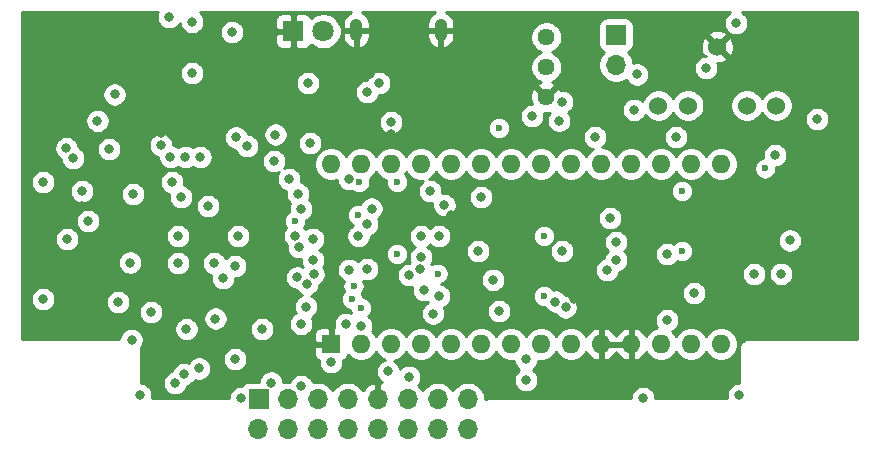
<source format=gbr>
G04 #@! TF.GenerationSoftware,KiCad,Pcbnew,5.1.5+dfsg1-2build2*
G04 #@! TF.CreationDate,2022-10-10T15:32:11+01:00*
G04 #@! TF.ProjectId,psion-speech-sp0256al2,7073696f-6e2d-4737-9065-6563682d7370,rev?*
G04 #@! TF.SameCoordinates,Original*
G04 #@! TF.FileFunction,Copper,L2,Inr*
G04 #@! TF.FilePolarity,Positive*
%FSLAX46Y46*%
G04 Gerber Fmt 4.6, Leading zero omitted, Abs format (unit mm)*
G04 Created by KiCad (PCBNEW 5.1.5+dfsg1-2build2) date 2022-10-10 15:32:11*
%MOMM*%
%LPD*%
G04 APERTURE LIST*
%ADD10O,1.700000X1.700000*%
%ADD11R,1.700000X1.700000*%
%ADD12C,1.524000*%
%ADD13C,1.440000*%
%ADD14O,1.600000X1.600000*%
%ADD15R,1.600000X1.600000*%
%ADD16O,1.050000X1.900000*%
%ADD17C,1.800000*%
%ADD18R,1.800000X1.800000*%
%ADD19C,0.800000*%
%ADD20C,0.600000*%
%ADD21C,0.254000*%
G04 APERTURE END LIST*
D10*
X77360000Y-133200000D03*
X77360000Y-130660000D03*
X74820000Y-133200000D03*
X74820000Y-130660000D03*
X72280000Y-133200000D03*
X72280000Y-130660000D03*
X69740000Y-133200000D03*
X69740000Y-130660000D03*
X67200000Y-133200000D03*
X67200000Y-130660000D03*
X64660000Y-133200000D03*
X64660000Y-130660000D03*
X62120000Y-133200000D03*
X62120000Y-130660000D03*
X59580000Y-133200000D03*
D11*
X59660000Y-130660000D03*
D12*
X103500000Y-105800000D03*
X101000000Y-105800000D03*
X93500000Y-105800000D03*
X96000000Y-105800000D03*
X98500000Y-100800000D03*
D13*
X84000000Y-105080000D03*
X84000000Y-102540000D03*
X84000000Y-100000000D03*
D10*
X89916000Y-102362000D03*
D11*
X89916000Y-99822000D03*
D14*
X65786000Y-110744000D03*
X98806000Y-125984000D03*
X68326000Y-110744000D03*
X96266000Y-125984000D03*
X70866000Y-110744000D03*
X93726000Y-125984000D03*
X73406000Y-110744000D03*
X91186000Y-125984000D03*
X75946000Y-110744000D03*
X88646000Y-125984000D03*
X78486000Y-110744000D03*
X86106000Y-125984000D03*
X81026000Y-110744000D03*
X83566000Y-125984000D03*
X83566000Y-110744000D03*
X81026000Y-125984000D03*
X86106000Y-110744000D03*
X78486000Y-125984000D03*
X88646000Y-110744000D03*
X75946000Y-125984000D03*
X91186000Y-110744000D03*
X73406000Y-125984000D03*
X93726000Y-110744000D03*
X70866000Y-125984000D03*
X96266000Y-110744000D03*
X68326000Y-125984000D03*
X98806000Y-110744000D03*
D15*
X65786000Y-125984000D03*
D16*
X67925000Y-99400000D03*
X75075000Y-99400000D03*
D17*
X65140000Y-99500000D03*
D18*
X62600000Y-99500000D03*
D19*
X92710000Y-128016000D03*
X48514000Y-116840000D03*
X48514000Y-115316000D03*
X54167000Y-115570000D03*
X44704000Y-114300000D03*
X62230000Y-125984000D03*
X59690000Y-126238000D03*
X56450000Y-126500000D03*
X53340000Y-108204000D03*
X57658000Y-105156000D03*
X44786652Y-106116174D03*
X51403659Y-108121223D03*
X69088000Y-103124000D03*
X77978000Y-98298000D03*
X98298000Y-106934000D03*
X89154000Y-107188000D03*
X102362000Y-109220000D03*
X96774000Y-119634000D03*
X101854000Y-124460000D03*
X86360000Y-122174000D03*
X75946000Y-115062000D03*
X80772000Y-113284000D03*
X92964000Y-113792000D03*
X65786000Y-113792000D03*
X70866000Y-108204000D03*
X78740000Y-108204000D03*
X96811000Y-114808000D03*
D20*
X67564000Y-108712000D03*
D19*
X103886000Y-120038500D03*
X47752000Y-122428000D03*
X58674000Y-109220000D03*
X78486000Y-113538000D03*
X80010000Y-123190000D03*
X89408000Y-115316000D03*
X53086000Y-113538000D03*
X45212000Y-115570000D03*
X46990000Y-109474000D03*
X57404000Y-99568000D03*
X54610000Y-128053000D03*
X82296000Y-127291000D03*
X82296000Y-129032000D03*
X43942000Y-110236000D03*
X48900000Y-125625000D03*
X51382105Y-109141587D03*
X47469998Y-104850000D03*
X72390000Y-128759999D03*
X63683770Y-122822460D03*
X63758653Y-120899347D03*
X79502000Y-120550010D03*
D20*
X68326000Y-122922461D03*
X74813000Y-120024990D03*
D19*
X63054228Y-117788685D03*
X78232000Y-118110000D03*
X53340000Y-128523024D03*
X70612000Y-128309989D03*
X50546000Y-123289990D03*
X69219046Y-114519795D03*
X67056000Y-124272461D03*
X56000000Y-123837500D03*
D20*
X95504000Y-118110000D03*
X95504000Y-113030000D03*
D19*
X65786000Y-127508000D03*
X57658000Y-127254000D03*
X100330000Y-130302000D03*
X64312173Y-120066509D03*
X55880000Y-119126000D03*
X53540010Y-124714000D03*
X72390000Y-120142000D03*
X70866000Y-107188000D03*
X88138000Y-108458000D03*
X94996000Y-108458000D03*
X63246000Y-129540000D03*
X60720204Y-129248024D03*
X52578000Y-129286000D03*
X60960000Y-110490000D03*
X62922719Y-120350514D03*
X63246000Y-124272461D03*
X59944000Y-124714000D03*
X58166000Y-130556000D03*
X49625000Y-130302000D03*
X92202000Y-130556000D03*
X94234000Y-118364000D03*
X94234000Y-123952000D03*
X68326000Y-124460000D03*
X43387299Y-109403949D03*
X43434000Y-117094000D03*
X57745321Y-108492203D03*
X53460000Y-110162500D03*
X54730000Y-110162500D03*
X44704000Y-113030000D03*
X41402000Y-122174000D03*
X41402000Y-112268000D03*
X46000000Y-107087500D03*
X56642000Y-120396000D03*
X57658000Y-119380000D03*
X57912000Y-116840000D03*
X52832000Y-116840000D03*
X55372000Y-114300000D03*
X52832000Y-119126000D03*
X48776146Y-119097323D03*
X49022000Y-113284000D03*
X52324000Y-112268000D03*
X63246000Y-114554000D03*
D20*
X67690985Y-121091508D03*
X67564000Y-122174000D03*
X71366001Y-118364000D03*
X71366001Y-112268000D03*
X62738000Y-115570000D03*
X68072000Y-115062000D03*
X68163817Y-112298605D03*
D19*
X64262000Y-118872000D03*
X68834000Y-115824000D03*
X68834000Y-119634000D03*
X62738000Y-116840000D03*
X64262000Y-117094000D03*
X64008000Y-108966000D03*
X52190000Y-110162500D03*
X73319491Y-119614253D03*
X74168000Y-113030000D03*
X62992000Y-113284000D03*
X62230000Y-112014000D03*
X67310000Y-112014000D03*
X67310000Y-119714010D03*
X63820000Y-103886000D03*
X68834000Y-104648000D03*
X61075000Y-108250000D03*
X91694000Y-103159999D03*
X91440000Y-106162001D03*
X85344000Y-105480001D03*
X85090000Y-107080001D03*
X82804000Y-106680000D03*
X106934000Y-106934000D03*
D20*
X102550608Y-111120192D03*
D19*
X103378000Y-109982000D03*
X96520000Y-121666000D03*
X97536000Y-102616000D03*
X100076000Y-98806000D03*
D20*
X80010000Y-107696000D03*
D19*
X73406000Y-118618000D03*
X68109000Y-116840000D03*
X73406000Y-116840000D03*
X69850000Y-103886000D03*
X54026347Y-103048347D03*
X54026347Y-98718000D03*
X52070000Y-98298000D03*
X101600000Y-120076000D03*
X73660000Y-121412000D03*
X104632177Y-117209145D03*
X85652892Y-122881108D03*
X85344000Y-118110000D03*
X89916000Y-118872000D03*
X89916000Y-117348000D03*
D20*
X83820000Y-121920000D03*
X83820000Y-116840000D03*
D19*
X74422000Y-123407000D03*
X75391299Y-114229949D03*
X74930000Y-121920000D03*
X74930000Y-116840000D03*
X84778405Y-122396054D03*
X89154000Y-119733990D03*
D21*
G36*
X51074774Y-97996102D02*
G01*
X51035000Y-98196061D01*
X51035000Y-98399939D01*
X51074774Y-98599898D01*
X51152795Y-98788256D01*
X51266063Y-98957774D01*
X51410226Y-99101937D01*
X51579744Y-99215205D01*
X51768102Y-99293226D01*
X51968061Y-99333000D01*
X52171939Y-99333000D01*
X52371898Y-99293226D01*
X52560256Y-99215205D01*
X52729774Y-99101937D01*
X52873937Y-98957774D01*
X52987205Y-98788256D01*
X52991347Y-98778256D01*
X52991347Y-98819939D01*
X53031121Y-99019898D01*
X53109142Y-99208256D01*
X53222410Y-99377774D01*
X53366573Y-99521937D01*
X53536091Y-99635205D01*
X53724449Y-99713226D01*
X53924408Y-99753000D01*
X54128286Y-99753000D01*
X54328245Y-99713226D01*
X54516603Y-99635205D01*
X54686121Y-99521937D01*
X54741997Y-99466061D01*
X56369000Y-99466061D01*
X56369000Y-99669939D01*
X56408774Y-99869898D01*
X56486795Y-100058256D01*
X56600063Y-100227774D01*
X56744226Y-100371937D01*
X56913744Y-100485205D01*
X57102102Y-100563226D01*
X57302061Y-100603000D01*
X57505939Y-100603000D01*
X57705898Y-100563226D01*
X57894256Y-100485205D01*
X58021774Y-100400000D01*
X61061928Y-100400000D01*
X61074188Y-100524482D01*
X61110498Y-100644180D01*
X61169463Y-100754494D01*
X61248815Y-100851185D01*
X61345506Y-100930537D01*
X61455820Y-100989502D01*
X61575518Y-101025812D01*
X61700000Y-101038072D01*
X62314250Y-101035000D01*
X62473000Y-100876250D01*
X62473000Y-99627000D01*
X61223750Y-99627000D01*
X61065000Y-99785750D01*
X61061928Y-100400000D01*
X58021774Y-100400000D01*
X58063774Y-100371937D01*
X58207937Y-100227774D01*
X58321205Y-100058256D01*
X58399226Y-99869898D01*
X58439000Y-99669939D01*
X58439000Y-99466061D01*
X58399226Y-99266102D01*
X58321205Y-99077744D01*
X58207937Y-98908226D01*
X58063774Y-98764063D01*
X57894256Y-98650795D01*
X57771627Y-98600000D01*
X61061928Y-98600000D01*
X61065000Y-99214250D01*
X61223750Y-99373000D01*
X62473000Y-99373000D01*
X62473000Y-98123750D01*
X62727000Y-98123750D01*
X62727000Y-99373000D01*
X62747000Y-99373000D01*
X62747000Y-99627000D01*
X62727000Y-99627000D01*
X62727000Y-100876250D01*
X62885750Y-101035000D01*
X63500000Y-101038072D01*
X63624482Y-101025812D01*
X63744180Y-100989502D01*
X63854494Y-100930537D01*
X63951185Y-100851185D01*
X64030537Y-100754494D01*
X64089502Y-100644180D01*
X64095056Y-100625873D01*
X64161495Y-100692312D01*
X64412905Y-100860299D01*
X64692257Y-100976011D01*
X64988816Y-101035000D01*
X65291184Y-101035000D01*
X65587743Y-100976011D01*
X65867095Y-100860299D01*
X66118505Y-100692312D01*
X66332312Y-100478505D01*
X66500299Y-100227095D01*
X66616011Y-99947743D01*
X66675000Y-99651184D01*
X66675000Y-99527000D01*
X66765000Y-99527000D01*
X66765000Y-99952000D01*
X66812066Y-100175865D01*
X66901901Y-100386246D01*
X67031053Y-100575059D01*
X67194559Y-100735047D01*
X67386136Y-100860063D01*
X67619190Y-100943964D01*
X67798000Y-100818163D01*
X67798000Y-99527000D01*
X68052000Y-99527000D01*
X68052000Y-100818163D01*
X68230810Y-100943964D01*
X68463864Y-100860063D01*
X68655441Y-100735047D01*
X68818947Y-100575059D01*
X68948099Y-100386246D01*
X69037934Y-100175865D01*
X69085000Y-99952000D01*
X69085000Y-99527000D01*
X73915000Y-99527000D01*
X73915000Y-99952000D01*
X73962066Y-100175865D01*
X74051901Y-100386246D01*
X74181053Y-100575059D01*
X74344559Y-100735047D01*
X74536136Y-100860063D01*
X74769190Y-100943964D01*
X74948000Y-100818163D01*
X74948000Y-99527000D01*
X75202000Y-99527000D01*
X75202000Y-100818163D01*
X75380810Y-100943964D01*
X75613864Y-100860063D01*
X75805441Y-100735047D01*
X75968947Y-100575059D01*
X76098099Y-100386246D01*
X76187934Y-100175865D01*
X76235000Y-99952000D01*
X76235000Y-99866544D01*
X82645000Y-99866544D01*
X82645000Y-100133456D01*
X82697072Y-100395239D01*
X82799215Y-100641833D01*
X82947503Y-100863762D01*
X83136238Y-101052497D01*
X83358167Y-101200785D01*
X83525266Y-101270000D01*
X83358167Y-101339215D01*
X83136238Y-101487503D01*
X82947503Y-101676238D01*
X82799215Y-101898167D01*
X82697072Y-102144761D01*
X82645000Y-102406544D01*
X82645000Y-102673456D01*
X82697072Y-102935239D01*
X82799215Y-103181833D01*
X82947503Y-103403762D01*
X83136238Y-103592497D01*
X83358167Y-103740785D01*
X83526324Y-103810438D01*
X83411647Y-103852125D01*
X83305932Y-103908632D01*
X83244045Y-104144440D01*
X84000000Y-104900395D01*
X84755955Y-104144440D01*
X84694068Y-103908632D01*
X84478993Y-103808236D01*
X84641833Y-103740785D01*
X84863762Y-103592497D01*
X85052497Y-103403762D01*
X85200785Y-103181833D01*
X85302928Y-102935239D01*
X85355000Y-102673456D01*
X85355000Y-102406544D01*
X85302928Y-102144761D01*
X85200785Y-101898167D01*
X85052497Y-101676238D01*
X84863762Y-101487503D01*
X84641833Y-101339215D01*
X84474734Y-101270000D01*
X84641833Y-101200785D01*
X84863762Y-101052497D01*
X85052497Y-100863762D01*
X85200785Y-100641833D01*
X85302928Y-100395239D01*
X85355000Y-100133456D01*
X85355000Y-99866544D01*
X85302928Y-99604761D01*
X85200785Y-99358167D01*
X85052497Y-99136238D01*
X84888259Y-98972000D01*
X88427928Y-98972000D01*
X88427928Y-100672000D01*
X88440188Y-100796482D01*
X88476498Y-100916180D01*
X88535463Y-101026494D01*
X88614815Y-101123185D01*
X88711506Y-101202537D01*
X88821820Y-101261502D01*
X88894380Y-101283513D01*
X88762525Y-101415368D01*
X88600010Y-101658589D01*
X88488068Y-101928842D01*
X88431000Y-102215740D01*
X88431000Y-102508260D01*
X88488068Y-102795158D01*
X88600010Y-103065411D01*
X88762525Y-103308632D01*
X88969368Y-103515475D01*
X89212589Y-103677990D01*
X89482842Y-103789932D01*
X89769740Y-103847000D01*
X90062260Y-103847000D01*
X90349158Y-103789932D01*
X90619411Y-103677990D01*
X90751676Y-103589613D01*
X90776795Y-103650255D01*
X90890063Y-103819773D01*
X91034226Y-103963936D01*
X91203744Y-104077204D01*
X91392102Y-104155225D01*
X91592061Y-104194999D01*
X91795939Y-104194999D01*
X91995898Y-104155225D01*
X92184256Y-104077204D01*
X92353774Y-103963936D01*
X92497937Y-103819773D01*
X92611205Y-103650255D01*
X92689226Y-103461897D01*
X92729000Y-103261938D01*
X92729000Y-103058060D01*
X92689226Y-102858101D01*
X92611205Y-102669743D01*
X92507182Y-102514061D01*
X96501000Y-102514061D01*
X96501000Y-102717939D01*
X96540774Y-102917898D01*
X96618795Y-103106256D01*
X96732063Y-103275774D01*
X96876226Y-103419937D01*
X97045744Y-103533205D01*
X97234102Y-103611226D01*
X97434061Y-103651000D01*
X97637939Y-103651000D01*
X97837898Y-103611226D01*
X98026256Y-103533205D01*
X98195774Y-103419937D01*
X98339937Y-103275774D01*
X98453205Y-103106256D01*
X98531226Y-102917898D01*
X98571000Y-102717939D01*
X98571000Y-102514061D01*
X98531226Y-102314102D01*
X98483026Y-102197738D01*
X98572017Y-102201910D01*
X98844133Y-102160922D01*
X99103023Y-102067636D01*
X99218980Y-102005656D01*
X99285960Y-101765565D01*
X98500000Y-100979605D01*
X98485858Y-100993748D01*
X98306253Y-100814143D01*
X98320395Y-100800000D01*
X98679605Y-100800000D01*
X99465565Y-101585960D01*
X99705656Y-101518980D01*
X99822756Y-101269952D01*
X99889023Y-101002865D01*
X99901910Y-100727983D01*
X99860922Y-100455867D01*
X99767636Y-100196977D01*
X99705656Y-100081020D01*
X99465565Y-100014040D01*
X98679605Y-100800000D01*
X98320395Y-100800000D01*
X97534435Y-100014040D01*
X97294344Y-100081020D01*
X97177244Y-100330048D01*
X97110977Y-100597135D01*
X97098090Y-100872017D01*
X97139078Y-101144133D01*
X97232364Y-101403023D01*
X97294344Y-101518980D01*
X97516656Y-101581000D01*
X97434061Y-101581000D01*
X97234102Y-101620774D01*
X97045744Y-101698795D01*
X96876226Y-101812063D01*
X96732063Y-101956226D01*
X96618795Y-102125744D01*
X96540774Y-102314102D01*
X96501000Y-102514061D01*
X92507182Y-102514061D01*
X92497937Y-102500225D01*
X92353774Y-102356062D01*
X92184256Y-102242794D01*
X91995898Y-102164773D01*
X91795939Y-102124999D01*
X91592061Y-102124999D01*
X91392102Y-102164773D01*
X91390956Y-102165248D01*
X91343932Y-101928842D01*
X91231990Y-101658589D01*
X91069475Y-101415368D01*
X90937620Y-101283513D01*
X91010180Y-101261502D01*
X91120494Y-101202537D01*
X91217185Y-101123185D01*
X91296537Y-101026494D01*
X91355502Y-100916180D01*
X91391812Y-100796482D01*
X91404072Y-100672000D01*
X91404072Y-99834435D01*
X97714040Y-99834435D01*
X98500000Y-100620395D01*
X99285960Y-99834435D01*
X99218980Y-99594344D01*
X98969952Y-99477244D01*
X98702865Y-99410977D01*
X98427983Y-99398090D01*
X98155867Y-99439078D01*
X97896977Y-99532364D01*
X97781020Y-99594344D01*
X97714040Y-99834435D01*
X91404072Y-99834435D01*
X91404072Y-98972000D01*
X91391812Y-98847518D01*
X91355502Y-98727820D01*
X91296537Y-98617506D01*
X91217185Y-98520815D01*
X91120494Y-98441463D01*
X91010180Y-98382498D01*
X90890482Y-98346188D01*
X90766000Y-98333928D01*
X89066000Y-98333928D01*
X88941518Y-98346188D01*
X88821820Y-98382498D01*
X88711506Y-98441463D01*
X88614815Y-98520815D01*
X88535463Y-98617506D01*
X88476498Y-98727820D01*
X88440188Y-98847518D01*
X88427928Y-98972000D01*
X84888259Y-98972000D01*
X84863762Y-98947503D01*
X84641833Y-98799215D01*
X84395239Y-98697072D01*
X84133456Y-98645000D01*
X83866544Y-98645000D01*
X83604761Y-98697072D01*
X83358167Y-98799215D01*
X83136238Y-98947503D01*
X82947503Y-99136238D01*
X82799215Y-99358167D01*
X82697072Y-99604761D01*
X82645000Y-99866544D01*
X76235000Y-99866544D01*
X76235000Y-99527000D01*
X75202000Y-99527000D01*
X74948000Y-99527000D01*
X73915000Y-99527000D01*
X69085000Y-99527000D01*
X68052000Y-99527000D01*
X67798000Y-99527000D01*
X66765000Y-99527000D01*
X66675000Y-99527000D01*
X66675000Y-99348816D01*
X66616011Y-99052257D01*
X66500299Y-98772905D01*
X66332312Y-98521495D01*
X66118505Y-98307688D01*
X65867095Y-98139701D01*
X65587743Y-98023989D01*
X65291184Y-97965000D01*
X64988816Y-97965000D01*
X64692257Y-98023989D01*
X64412905Y-98139701D01*
X64161495Y-98307688D01*
X64095056Y-98374127D01*
X64089502Y-98355820D01*
X64030537Y-98245506D01*
X63951185Y-98148815D01*
X63854494Y-98069463D01*
X63744180Y-98010498D01*
X63624482Y-97974188D01*
X63500000Y-97961928D01*
X62885750Y-97965000D01*
X62727000Y-98123750D01*
X62473000Y-98123750D01*
X62314250Y-97965000D01*
X61700000Y-97961928D01*
X61575518Y-97974188D01*
X61455820Y-98010498D01*
X61345506Y-98069463D01*
X61248815Y-98148815D01*
X61169463Y-98245506D01*
X61110498Y-98355820D01*
X61074188Y-98475518D01*
X61061928Y-98600000D01*
X57771627Y-98600000D01*
X57705898Y-98572774D01*
X57505939Y-98533000D01*
X57302061Y-98533000D01*
X57102102Y-98572774D01*
X56913744Y-98650795D01*
X56744226Y-98764063D01*
X56600063Y-98908226D01*
X56486795Y-99077744D01*
X56408774Y-99266102D01*
X56369000Y-99466061D01*
X54741997Y-99466061D01*
X54830284Y-99377774D01*
X54943552Y-99208256D01*
X55021573Y-99019898D01*
X55061347Y-98819939D01*
X55061347Y-98616061D01*
X55021573Y-98416102D01*
X54943552Y-98227744D01*
X54830284Y-98058226D01*
X54686121Y-97914063D01*
X54680040Y-97910000D01*
X67469293Y-97910000D01*
X67386136Y-97939937D01*
X67194559Y-98064953D01*
X67031053Y-98224941D01*
X66901901Y-98413754D01*
X66812066Y-98624135D01*
X66765000Y-98848000D01*
X66765000Y-99273000D01*
X67798000Y-99273000D01*
X67798000Y-99253000D01*
X68052000Y-99253000D01*
X68052000Y-99273000D01*
X69085000Y-99273000D01*
X69085000Y-98848000D01*
X69037934Y-98624135D01*
X68948099Y-98413754D01*
X68818947Y-98224941D01*
X68655441Y-98064953D01*
X68463864Y-97939937D01*
X68380707Y-97910000D01*
X74619293Y-97910000D01*
X74536136Y-97939937D01*
X74344559Y-98064953D01*
X74181053Y-98224941D01*
X74051901Y-98413754D01*
X73962066Y-98624135D01*
X73915000Y-98848000D01*
X73915000Y-99273000D01*
X74948000Y-99273000D01*
X74948000Y-99253000D01*
X75202000Y-99253000D01*
X75202000Y-99273000D01*
X76235000Y-99273000D01*
X76235000Y-98848000D01*
X76187934Y-98624135D01*
X76098099Y-98413754D01*
X75968947Y-98224941D01*
X75805441Y-98064953D01*
X75613864Y-97939937D01*
X75530707Y-97910000D01*
X99554008Y-97910000D01*
X99416226Y-98002063D01*
X99272063Y-98146226D01*
X99158795Y-98315744D01*
X99080774Y-98504102D01*
X99041000Y-98704061D01*
X99041000Y-98907939D01*
X99080774Y-99107898D01*
X99158795Y-99296256D01*
X99272063Y-99465774D01*
X99416226Y-99609937D01*
X99585744Y-99723205D01*
X99774102Y-99801226D01*
X99974061Y-99841000D01*
X100177939Y-99841000D01*
X100377898Y-99801226D01*
X100566256Y-99723205D01*
X100735774Y-99609937D01*
X100879937Y-99465774D01*
X100993205Y-99296256D01*
X101071226Y-99107898D01*
X101111000Y-98907939D01*
X101111000Y-98704061D01*
X101071226Y-98504102D01*
X100993205Y-98315744D01*
X100879937Y-98146226D01*
X100735774Y-98002063D01*
X100597992Y-97910000D01*
X110340000Y-97910000D01*
X110340001Y-125590000D01*
X101032419Y-125590000D01*
X101000000Y-125586807D01*
X100967581Y-125590000D01*
X100870617Y-125599550D01*
X100746207Y-125637290D01*
X100631550Y-125698575D01*
X100531052Y-125781052D01*
X100448575Y-125881550D01*
X100387290Y-125996207D01*
X100349550Y-126120617D01*
X100336807Y-126250000D01*
X100340000Y-126282418D01*
X100340001Y-129267000D01*
X100228061Y-129267000D01*
X100028102Y-129306774D01*
X99839744Y-129384795D01*
X99670226Y-129498063D01*
X99526063Y-129642226D01*
X99412795Y-129811744D01*
X99334774Y-130000102D01*
X99295000Y-130200061D01*
X99295000Y-130403939D01*
X99332010Y-130590000D01*
X93237000Y-130590000D01*
X93237000Y-130454061D01*
X93197226Y-130254102D01*
X93119205Y-130065744D01*
X93005937Y-129896226D01*
X92861774Y-129752063D01*
X92692256Y-129638795D01*
X92503898Y-129560774D01*
X92303939Y-129521000D01*
X92100061Y-129521000D01*
X91900102Y-129560774D01*
X91711744Y-129638795D01*
X91542226Y-129752063D01*
X91398063Y-129896226D01*
X91284795Y-130065744D01*
X91206774Y-130254102D01*
X91167000Y-130454061D01*
X91167000Y-130590000D01*
X79032419Y-130590000D01*
X79000000Y-130586807D01*
X78967581Y-130590000D01*
X78870617Y-130599550D01*
X78845000Y-130607321D01*
X78845000Y-130513740D01*
X78787932Y-130226842D01*
X78675990Y-129956589D01*
X78513475Y-129713368D01*
X78306632Y-129506525D01*
X78063411Y-129344010D01*
X77793158Y-129232068D01*
X77506260Y-129175000D01*
X77213740Y-129175000D01*
X76926842Y-129232068D01*
X76656589Y-129344010D01*
X76413368Y-129506525D01*
X76206525Y-129713368D01*
X76090000Y-129887760D01*
X75973475Y-129713368D01*
X75766632Y-129506525D01*
X75523411Y-129344010D01*
X75253158Y-129232068D01*
X74966260Y-129175000D01*
X74673740Y-129175000D01*
X74386842Y-129232068D01*
X74116589Y-129344010D01*
X73873368Y-129506525D01*
X73666525Y-129713368D01*
X73550000Y-129887760D01*
X73433475Y-129713368D01*
X73226632Y-129506525D01*
X73155029Y-129458681D01*
X73193937Y-129419773D01*
X73307205Y-129250255D01*
X73385226Y-129061897D01*
X73425000Y-128861938D01*
X73425000Y-128658060D01*
X73385226Y-128458101D01*
X73307205Y-128269743D01*
X73193937Y-128100225D01*
X73049774Y-127956062D01*
X72880256Y-127842794D01*
X72691898Y-127764773D01*
X72491939Y-127724999D01*
X72288061Y-127724999D01*
X72088102Y-127764773D01*
X71899744Y-127842794D01*
X71730226Y-127956062D01*
X71619001Y-128067287D01*
X71607226Y-128008091D01*
X71529205Y-127819733D01*
X71415937Y-127650215D01*
X71271774Y-127506052D01*
X71110715Y-127398436D01*
X71284574Y-127363853D01*
X71545727Y-127255680D01*
X71780759Y-127098637D01*
X71980637Y-126898759D01*
X72136000Y-126666241D01*
X72291363Y-126898759D01*
X72491241Y-127098637D01*
X72726273Y-127255680D01*
X72987426Y-127363853D01*
X73264665Y-127419000D01*
X73547335Y-127419000D01*
X73824574Y-127363853D01*
X74085727Y-127255680D01*
X74320759Y-127098637D01*
X74520637Y-126898759D01*
X74676000Y-126666241D01*
X74831363Y-126898759D01*
X75031241Y-127098637D01*
X75266273Y-127255680D01*
X75527426Y-127363853D01*
X75804665Y-127419000D01*
X76087335Y-127419000D01*
X76364574Y-127363853D01*
X76625727Y-127255680D01*
X76860759Y-127098637D01*
X77060637Y-126898759D01*
X77216000Y-126666241D01*
X77371363Y-126898759D01*
X77571241Y-127098637D01*
X77806273Y-127255680D01*
X78067426Y-127363853D01*
X78344665Y-127419000D01*
X78627335Y-127419000D01*
X78904574Y-127363853D01*
X79165727Y-127255680D01*
X79400759Y-127098637D01*
X79600637Y-126898759D01*
X79756000Y-126666241D01*
X79911363Y-126898759D01*
X80111241Y-127098637D01*
X80346273Y-127255680D01*
X80607426Y-127363853D01*
X80884665Y-127419000D01*
X81167335Y-127419000D01*
X81262422Y-127400086D01*
X81300774Y-127592898D01*
X81378795Y-127781256D01*
X81492063Y-127950774D01*
X81636226Y-128094937D01*
X81735845Y-128161500D01*
X81636226Y-128228063D01*
X81492063Y-128372226D01*
X81378795Y-128541744D01*
X81300774Y-128730102D01*
X81261000Y-128930061D01*
X81261000Y-129133939D01*
X81300774Y-129333898D01*
X81378795Y-129522256D01*
X81492063Y-129691774D01*
X81636226Y-129835937D01*
X81805744Y-129949205D01*
X81994102Y-130027226D01*
X82194061Y-130067000D01*
X82397939Y-130067000D01*
X82597898Y-130027226D01*
X82786256Y-129949205D01*
X82955774Y-129835937D01*
X83099937Y-129691774D01*
X83213205Y-129522256D01*
X83291226Y-129333898D01*
X83331000Y-129133939D01*
X83331000Y-128930061D01*
X83291226Y-128730102D01*
X83213205Y-128541744D01*
X83099937Y-128372226D01*
X82955774Y-128228063D01*
X82856155Y-128161500D01*
X82955774Y-128094937D01*
X83099937Y-127950774D01*
X83213205Y-127781256D01*
X83291226Y-127592898D01*
X83329578Y-127400086D01*
X83424665Y-127419000D01*
X83707335Y-127419000D01*
X83984574Y-127363853D01*
X84245727Y-127255680D01*
X84480759Y-127098637D01*
X84680637Y-126898759D01*
X84836000Y-126666241D01*
X84991363Y-126898759D01*
X85191241Y-127098637D01*
X85426273Y-127255680D01*
X85687426Y-127363853D01*
X85964665Y-127419000D01*
X86247335Y-127419000D01*
X86524574Y-127363853D01*
X86785727Y-127255680D01*
X87020759Y-127098637D01*
X87220637Y-126898759D01*
X87377680Y-126663727D01*
X87382067Y-126653135D01*
X87493615Y-126839131D01*
X87682586Y-127047519D01*
X87908580Y-127215037D01*
X88162913Y-127335246D01*
X88296961Y-127375904D01*
X88519000Y-127253915D01*
X88519000Y-126111000D01*
X88773000Y-126111000D01*
X88773000Y-127253915D01*
X88995039Y-127375904D01*
X89129087Y-127335246D01*
X89383420Y-127215037D01*
X89609414Y-127047519D01*
X89798385Y-126839131D01*
X89916000Y-126643018D01*
X90033615Y-126839131D01*
X90222586Y-127047519D01*
X90448580Y-127215037D01*
X90702913Y-127335246D01*
X90836961Y-127375904D01*
X91059000Y-127253915D01*
X91059000Y-126111000D01*
X88773000Y-126111000D01*
X88519000Y-126111000D01*
X88499000Y-126111000D01*
X88499000Y-125857000D01*
X88519000Y-125857000D01*
X88519000Y-124714085D01*
X88773000Y-124714085D01*
X88773000Y-125857000D01*
X91059000Y-125857000D01*
X91059000Y-124714085D01*
X91313000Y-124714085D01*
X91313000Y-125857000D01*
X91333000Y-125857000D01*
X91333000Y-126111000D01*
X91313000Y-126111000D01*
X91313000Y-127253915D01*
X91535039Y-127375904D01*
X91669087Y-127335246D01*
X91923420Y-127215037D01*
X92149414Y-127047519D01*
X92338385Y-126839131D01*
X92449933Y-126653135D01*
X92454320Y-126663727D01*
X92611363Y-126898759D01*
X92811241Y-127098637D01*
X93046273Y-127255680D01*
X93307426Y-127363853D01*
X93584665Y-127419000D01*
X93867335Y-127419000D01*
X94144574Y-127363853D01*
X94405727Y-127255680D01*
X94640759Y-127098637D01*
X94840637Y-126898759D01*
X94996000Y-126666241D01*
X95151363Y-126898759D01*
X95351241Y-127098637D01*
X95586273Y-127255680D01*
X95847426Y-127363853D01*
X96124665Y-127419000D01*
X96407335Y-127419000D01*
X96684574Y-127363853D01*
X96945727Y-127255680D01*
X97180759Y-127098637D01*
X97380637Y-126898759D01*
X97536000Y-126666241D01*
X97691363Y-126898759D01*
X97891241Y-127098637D01*
X98126273Y-127255680D01*
X98387426Y-127363853D01*
X98664665Y-127419000D01*
X98947335Y-127419000D01*
X99224574Y-127363853D01*
X99485727Y-127255680D01*
X99720759Y-127098637D01*
X99920637Y-126898759D01*
X100077680Y-126663727D01*
X100185853Y-126402574D01*
X100241000Y-126125335D01*
X100241000Y-125842665D01*
X100185853Y-125565426D01*
X100077680Y-125304273D01*
X99920637Y-125069241D01*
X99720759Y-124869363D01*
X99485727Y-124712320D01*
X99224574Y-124604147D01*
X98947335Y-124549000D01*
X98664665Y-124549000D01*
X98387426Y-124604147D01*
X98126273Y-124712320D01*
X97891241Y-124869363D01*
X97691363Y-125069241D01*
X97536000Y-125301759D01*
X97380637Y-125069241D01*
X97180759Y-124869363D01*
X96945727Y-124712320D01*
X96684574Y-124604147D01*
X96407335Y-124549000D01*
X96124665Y-124549000D01*
X95847426Y-124604147D01*
X95586273Y-124712320D01*
X95351241Y-124869363D01*
X95151363Y-125069241D01*
X94996000Y-125301759D01*
X94840637Y-125069241D01*
X94665103Y-124893707D01*
X94724256Y-124869205D01*
X94893774Y-124755937D01*
X95037937Y-124611774D01*
X95151205Y-124442256D01*
X95229226Y-124253898D01*
X95269000Y-124053939D01*
X95269000Y-123850061D01*
X95229226Y-123650102D01*
X95151205Y-123461744D01*
X95037937Y-123292226D01*
X94893774Y-123148063D01*
X94724256Y-123034795D01*
X94535898Y-122956774D01*
X94335939Y-122917000D01*
X94132061Y-122917000D01*
X93932102Y-122956774D01*
X93743744Y-123034795D01*
X93574226Y-123148063D01*
X93430063Y-123292226D01*
X93316795Y-123461744D01*
X93238774Y-123650102D01*
X93199000Y-123850061D01*
X93199000Y-124053939D01*
X93238774Y-124253898D01*
X93316795Y-124442256D01*
X93411177Y-124583509D01*
X93307426Y-124604147D01*
X93046273Y-124712320D01*
X92811241Y-124869363D01*
X92611363Y-125069241D01*
X92454320Y-125304273D01*
X92449933Y-125314865D01*
X92338385Y-125128869D01*
X92149414Y-124920481D01*
X91923420Y-124752963D01*
X91669087Y-124632754D01*
X91535039Y-124592096D01*
X91313000Y-124714085D01*
X91059000Y-124714085D01*
X90836961Y-124592096D01*
X90702913Y-124632754D01*
X90448580Y-124752963D01*
X90222586Y-124920481D01*
X90033615Y-125128869D01*
X89916000Y-125324982D01*
X89798385Y-125128869D01*
X89609414Y-124920481D01*
X89383420Y-124752963D01*
X89129087Y-124632754D01*
X88995039Y-124592096D01*
X88773000Y-124714085D01*
X88519000Y-124714085D01*
X88296961Y-124592096D01*
X88162913Y-124632754D01*
X87908580Y-124752963D01*
X87682586Y-124920481D01*
X87493615Y-125128869D01*
X87382067Y-125314865D01*
X87377680Y-125304273D01*
X87220637Y-125069241D01*
X87020759Y-124869363D01*
X86785727Y-124712320D01*
X86524574Y-124604147D01*
X86247335Y-124549000D01*
X85964665Y-124549000D01*
X85687426Y-124604147D01*
X85426273Y-124712320D01*
X85191241Y-124869363D01*
X84991363Y-125069241D01*
X84836000Y-125301759D01*
X84680637Y-125069241D01*
X84480759Y-124869363D01*
X84245727Y-124712320D01*
X83984574Y-124604147D01*
X83707335Y-124549000D01*
X83424665Y-124549000D01*
X83147426Y-124604147D01*
X82886273Y-124712320D01*
X82651241Y-124869363D01*
X82451363Y-125069241D01*
X82296000Y-125301759D01*
X82140637Y-125069241D01*
X81940759Y-124869363D01*
X81705727Y-124712320D01*
X81444574Y-124604147D01*
X81167335Y-124549000D01*
X80884665Y-124549000D01*
X80607426Y-124604147D01*
X80346273Y-124712320D01*
X80111241Y-124869363D01*
X79911363Y-125069241D01*
X79756000Y-125301759D01*
X79600637Y-125069241D01*
X79400759Y-124869363D01*
X79165727Y-124712320D01*
X78904574Y-124604147D01*
X78627335Y-124549000D01*
X78344665Y-124549000D01*
X78067426Y-124604147D01*
X77806273Y-124712320D01*
X77571241Y-124869363D01*
X77371363Y-125069241D01*
X77216000Y-125301759D01*
X77060637Y-125069241D01*
X76860759Y-124869363D01*
X76625727Y-124712320D01*
X76364574Y-124604147D01*
X76087335Y-124549000D01*
X75804665Y-124549000D01*
X75527426Y-124604147D01*
X75266273Y-124712320D01*
X75031241Y-124869363D01*
X74831363Y-125069241D01*
X74676000Y-125301759D01*
X74520637Y-125069241D01*
X74320759Y-124869363D01*
X74085727Y-124712320D01*
X73824574Y-124604147D01*
X73547335Y-124549000D01*
X73264665Y-124549000D01*
X72987426Y-124604147D01*
X72726273Y-124712320D01*
X72491241Y-124869363D01*
X72291363Y-125069241D01*
X72136000Y-125301759D01*
X71980637Y-125069241D01*
X71780759Y-124869363D01*
X71545727Y-124712320D01*
X71284574Y-124604147D01*
X71007335Y-124549000D01*
X70724665Y-124549000D01*
X70447426Y-124604147D01*
X70186273Y-124712320D01*
X69951241Y-124869363D01*
X69751363Y-125069241D01*
X69596000Y-125301759D01*
X69440637Y-125069241D01*
X69266182Y-124894786D01*
X69321226Y-124761898D01*
X69361000Y-124561939D01*
X69361000Y-124358061D01*
X69321226Y-124158102D01*
X69243205Y-123969744D01*
X69129937Y-123800226D01*
X68985774Y-123656063D01*
X68943161Y-123627590D01*
X69052262Y-123518489D01*
X69154586Y-123365350D01*
X69225068Y-123195190D01*
X69261000Y-123014550D01*
X69261000Y-122830372D01*
X69225068Y-122649732D01*
X69154586Y-122479572D01*
X69052262Y-122326433D01*
X68922028Y-122196199D01*
X68768889Y-122093875D01*
X68598729Y-122023393D01*
X68482772Y-122000327D01*
X68463068Y-121901271D01*
X68392586Y-121731111D01*
X68385010Y-121719773D01*
X68417247Y-121687536D01*
X68519571Y-121534397D01*
X68590053Y-121364237D01*
X68625985Y-121183597D01*
X68625985Y-120999419D01*
X68590053Y-120818779D01*
X68519571Y-120648619D01*
X68496859Y-120614628D01*
X68532102Y-120629226D01*
X68732061Y-120669000D01*
X68935939Y-120669000D01*
X69135898Y-120629226D01*
X69324256Y-120551205D01*
X69493774Y-120437937D01*
X69637937Y-120293774D01*
X69751205Y-120124256D01*
X69786079Y-120040061D01*
X71355000Y-120040061D01*
X71355000Y-120243939D01*
X71394774Y-120443898D01*
X71472795Y-120632256D01*
X71586063Y-120801774D01*
X71730226Y-120945937D01*
X71899744Y-121059205D01*
X72088102Y-121137226D01*
X72288061Y-121177000D01*
X72491939Y-121177000D01*
X72658039Y-121143961D01*
X72625000Y-121310061D01*
X72625000Y-121513939D01*
X72664774Y-121713898D01*
X72742795Y-121902256D01*
X72856063Y-122071774D01*
X73000226Y-122215937D01*
X73169744Y-122329205D01*
X73358102Y-122407226D01*
X73558061Y-122447000D01*
X73761939Y-122447000D01*
X73961898Y-122407226D01*
X74004270Y-122389675D01*
X74012795Y-122410256D01*
X74036851Y-122446258D01*
X73931744Y-122489795D01*
X73762226Y-122603063D01*
X73618063Y-122747226D01*
X73504795Y-122916744D01*
X73426774Y-123105102D01*
X73387000Y-123305061D01*
X73387000Y-123508939D01*
X73426774Y-123708898D01*
X73504795Y-123897256D01*
X73618063Y-124066774D01*
X73762226Y-124210937D01*
X73931744Y-124324205D01*
X74120102Y-124402226D01*
X74320061Y-124442000D01*
X74523939Y-124442000D01*
X74723898Y-124402226D01*
X74912256Y-124324205D01*
X75081774Y-124210937D01*
X75225937Y-124066774D01*
X75339205Y-123897256D01*
X75417226Y-123708898D01*
X75457000Y-123508939D01*
X75457000Y-123305061D01*
X75417226Y-123105102D01*
X75410168Y-123088061D01*
X78975000Y-123088061D01*
X78975000Y-123291939D01*
X79014774Y-123491898D01*
X79092795Y-123680256D01*
X79206063Y-123849774D01*
X79350226Y-123993937D01*
X79519744Y-124107205D01*
X79708102Y-124185226D01*
X79908061Y-124225000D01*
X80111939Y-124225000D01*
X80311898Y-124185226D01*
X80500256Y-124107205D01*
X80669774Y-123993937D01*
X80813937Y-123849774D01*
X80927205Y-123680256D01*
X81005226Y-123491898D01*
X81045000Y-123291939D01*
X81045000Y-123088061D01*
X81005226Y-122888102D01*
X80927205Y-122699744D01*
X80813937Y-122530226D01*
X80669774Y-122386063D01*
X80500256Y-122272795D01*
X80311898Y-122194774D01*
X80111939Y-122155000D01*
X79908061Y-122155000D01*
X79708102Y-122194774D01*
X79519744Y-122272795D01*
X79350226Y-122386063D01*
X79206063Y-122530226D01*
X79092795Y-122699744D01*
X79014774Y-122888102D01*
X78975000Y-123088061D01*
X75410168Y-123088061D01*
X75339205Y-122916744D01*
X75315149Y-122880742D01*
X75420256Y-122837205D01*
X75589774Y-122723937D01*
X75733937Y-122579774D01*
X75847205Y-122410256D01*
X75925226Y-122221898D01*
X75965000Y-122021939D01*
X75965000Y-121827911D01*
X82885000Y-121827911D01*
X82885000Y-122012089D01*
X82920932Y-122192729D01*
X82991414Y-122362889D01*
X83093738Y-122516028D01*
X83223972Y-122646262D01*
X83377111Y-122748586D01*
X83547271Y-122819068D01*
X83727911Y-122855000D01*
X83848231Y-122855000D01*
X83861200Y-122886310D01*
X83974468Y-123055828D01*
X84118631Y-123199991D01*
X84288149Y-123313259D01*
X84476507Y-123391280D01*
X84676466Y-123431054D01*
X84775570Y-123431054D01*
X84848955Y-123540882D01*
X84993118Y-123685045D01*
X85162636Y-123798313D01*
X85350994Y-123876334D01*
X85550953Y-123916108D01*
X85754831Y-123916108D01*
X85954790Y-123876334D01*
X86143148Y-123798313D01*
X86312666Y-123685045D01*
X86456829Y-123540882D01*
X86570097Y-123371364D01*
X86648118Y-123183006D01*
X86687892Y-122983047D01*
X86687892Y-122779169D01*
X86648118Y-122579210D01*
X86570097Y-122390852D01*
X86456829Y-122221334D01*
X86312666Y-122077171D01*
X86143148Y-121963903D01*
X85954790Y-121885882D01*
X85754831Y-121846108D01*
X85655727Y-121846108D01*
X85582342Y-121736280D01*
X85438179Y-121592117D01*
X85396191Y-121564061D01*
X95485000Y-121564061D01*
X95485000Y-121767939D01*
X95524774Y-121967898D01*
X95602795Y-122156256D01*
X95716063Y-122325774D01*
X95860226Y-122469937D01*
X96029744Y-122583205D01*
X96218102Y-122661226D01*
X96418061Y-122701000D01*
X96621939Y-122701000D01*
X96821898Y-122661226D01*
X97010256Y-122583205D01*
X97179774Y-122469937D01*
X97323937Y-122325774D01*
X97437205Y-122156256D01*
X97515226Y-121967898D01*
X97555000Y-121767939D01*
X97555000Y-121564061D01*
X97515226Y-121364102D01*
X97437205Y-121175744D01*
X97323937Y-121006226D01*
X97179774Y-120862063D01*
X97010256Y-120748795D01*
X96821898Y-120670774D01*
X96621939Y-120631000D01*
X96418061Y-120631000D01*
X96218102Y-120670774D01*
X96029744Y-120748795D01*
X95860226Y-120862063D01*
X95716063Y-121006226D01*
X95602795Y-121175744D01*
X95524774Y-121364102D01*
X95485000Y-121564061D01*
X85396191Y-121564061D01*
X85268661Y-121478849D01*
X85080303Y-121400828D01*
X84880344Y-121361054D01*
X84676466Y-121361054D01*
X84583408Y-121379564D01*
X84546262Y-121323972D01*
X84416028Y-121193738D01*
X84262889Y-121091414D01*
X84092729Y-121020932D01*
X83912089Y-120985000D01*
X83727911Y-120985000D01*
X83547271Y-121020932D01*
X83377111Y-121091414D01*
X83223972Y-121193738D01*
X83093738Y-121323972D01*
X82991414Y-121477111D01*
X82920932Y-121647271D01*
X82885000Y-121827911D01*
X75965000Y-121827911D01*
X75965000Y-121818061D01*
X75925226Y-121618102D01*
X75847205Y-121429744D01*
X75733937Y-121260226D01*
X75589774Y-121116063D01*
X75420256Y-121002795D01*
X75231898Y-120924774D01*
X75131982Y-120904900D01*
X75255889Y-120853576D01*
X75409028Y-120751252D01*
X75539262Y-120621018D01*
X75641586Y-120467879D01*
X75649790Y-120448071D01*
X78467000Y-120448071D01*
X78467000Y-120651949D01*
X78506774Y-120851908D01*
X78584795Y-121040266D01*
X78698063Y-121209784D01*
X78842226Y-121353947D01*
X79011744Y-121467215D01*
X79200102Y-121545236D01*
X79400061Y-121585010D01*
X79603939Y-121585010D01*
X79803898Y-121545236D01*
X79992256Y-121467215D01*
X80161774Y-121353947D01*
X80305937Y-121209784D01*
X80419205Y-121040266D01*
X80497226Y-120851908D01*
X80537000Y-120651949D01*
X80537000Y-120448071D01*
X80497226Y-120248112D01*
X80419205Y-120059754D01*
X80305937Y-119890236D01*
X80161774Y-119746073D01*
X79992256Y-119632805D01*
X79990436Y-119632051D01*
X88119000Y-119632051D01*
X88119000Y-119835929D01*
X88158774Y-120035888D01*
X88236795Y-120224246D01*
X88350063Y-120393764D01*
X88494226Y-120537927D01*
X88663744Y-120651195D01*
X88852102Y-120729216D01*
X89052061Y-120768990D01*
X89255939Y-120768990D01*
X89455898Y-120729216D01*
X89644256Y-120651195D01*
X89813774Y-120537927D01*
X89957937Y-120393764D01*
X90071205Y-120224246D01*
X90149226Y-120035888D01*
X90161524Y-119974061D01*
X100565000Y-119974061D01*
X100565000Y-120177939D01*
X100604774Y-120377898D01*
X100682795Y-120566256D01*
X100796063Y-120735774D01*
X100940226Y-120879937D01*
X101109744Y-120993205D01*
X101298102Y-121071226D01*
X101498061Y-121111000D01*
X101701939Y-121111000D01*
X101901898Y-121071226D01*
X102090256Y-120993205D01*
X102259774Y-120879937D01*
X102403937Y-120735774D01*
X102517205Y-120566256D01*
X102595226Y-120377898D01*
X102635000Y-120177939D01*
X102635000Y-119974061D01*
X102627541Y-119936561D01*
X102851000Y-119936561D01*
X102851000Y-120140439D01*
X102890774Y-120340398D01*
X102968795Y-120528756D01*
X103082063Y-120698274D01*
X103226226Y-120842437D01*
X103395744Y-120955705D01*
X103584102Y-121033726D01*
X103784061Y-121073500D01*
X103987939Y-121073500D01*
X104187898Y-121033726D01*
X104376256Y-120955705D01*
X104545774Y-120842437D01*
X104689937Y-120698274D01*
X104803205Y-120528756D01*
X104881226Y-120340398D01*
X104921000Y-120140439D01*
X104921000Y-119936561D01*
X104881226Y-119736602D01*
X104803205Y-119548244D01*
X104689937Y-119378726D01*
X104545774Y-119234563D01*
X104376256Y-119121295D01*
X104187898Y-119043274D01*
X103987939Y-119003500D01*
X103784061Y-119003500D01*
X103584102Y-119043274D01*
X103395744Y-119121295D01*
X103226226Y-119234563D01*
X103082063Y-119378726D01*
X102968795Y-119548244D01*
X102890774Y-119736602D01*
X102851000Y-119936561D01*
X102627541Y-119936561D01*
X102595226Y-119774102D01*
X102517205Y-119585744D01*
X102403937Y-119416226D01*
X102259774Y-119272063D01*
X102090256Y-119158795D01*
X101901898Y-119080774D01*
X101701939Y-119041000D01*
X101498061Y-119041000D01*
X101298102Y-119080774D01*
X101109744Y-119158795D01*
X100940226Y-119272063D01*
X100796063Y-119416226D01*
X100682795Y-119585744D01*
X100604774Y-119774102D01*
X100565000Y-119974061D01*
X90161524Y-119974061D01*
X90181328Y-119874500D01*
X90217898Y-119867226D01*
X90406256Y-119789205D01*
X90575774Y-119675937D01*
X90719937Y-119531774D01*
X90833205Y-119362256D01*
X90911226Y-119173898D01*
X90951000Y-118973939D01*
X90951000Y-118770061D01*
X90911226Y-118570102D01*
X90833205Y-118381744D01*
X90753236Y-118262061D01*
X93199000Y-118262061D01*
X93199000Y-118465939D01*
X93238774Y-118665898D01*
X93316795Y-118854256D01*
X93430063Y-119023774D01*
X93574226Y-119167937D01*
X93743744Y-119281205D01*
X93932102Y-119359226D01*
X94132061Y-119399000D01*
X94335939Y-119399000D01*
X94535898Y-119359226D01*
X94724256Y-119281205D01*
X94893774Y-119167937D01*
X95037937Y-119023774D01*
X95087542Y-118949534D01*
X95231271Y-119009068D01*
X95411911Y-119045000D01*
X95596089Y-119045000D01*
X95776729Y-119009068D01*
X95946889Y-118938586D01*
X96100028Y-118836262D01*
X96230262Y-118706028D01*
X96332586Y-118552889D01*
X96403068Y-118382729D01*
X96439000Y-118202089D01*
X96439000Y-118017911D01*
X96403068Y-117837271D01*
X96332586Y-117667111D01*
X96230262Y-117513972D01*
X96100028Y-117383738D01*
X95946889Y-117281414D01*
X95776729Y-117210932D01*
X95596089Y-117175000D01*
X95411911Y-117175000D01*
X95231271Y-117210932D01*
X95061111Y-117281414D01*
X94907972Y-117383738D01*
X94796586Y-117495124D01*
X94724256Y-117446795D01*
X94535898Y-117368774D01*
X94335939Y-117329000D01*
X94132061Y-117329000D01*
X93932102Y-117368774D01*
X93743744Y-117446795D01*
X93574226Y-117560063D01*
X93430063Y-117704226D01*
X93316795Y-117873744D01*
X93238774Y-118062102D01*
X93199000Y-118262061D01*
X90753236Y-118262061D01*
X90719937Y-118212226D01*
X90617711Y-118110000D01*
X90719937Y-118007774D01*
X90833205Y-117838256D01*
X90911226Y-117649898D01*
X90951000Y-117449939D01*
X90951000Y-117246061D01*
X90923381Y-117107206D01*
X103597177Y-117107206D01*
X103597177Y-117311084D01*
X103636951Y-117511043D01*
X103714972Y-117699401D01*
X103828240Y-117868919D01*
X103972403Y-118013082D01*
X104141921Y-118126350D01*
X104330279Y-118204371D01*
X104530238Y-118244145D01*
X104734116Y-118244145D01*
X104934075Y-118204371D01*
X105122433Y-118126350D01*
X105291951Y-118013082D01*
X105436114Y-117868919D01*
X105549382Y-117699401D01*
X105627403Y-117511043D01*
X105667177Y-117311084D01*
X105667177Y-117107206D01*
X105627403Y-116907247D01*
X105549382Y-116718889D01*
X105436114Y-116549371D01*
X105291951Y-116405208D01*
X105122433Y-116291940D01*
X104934075Y-116213919D01*
X104734116Y-116174145D01*
X104530238Y-116174145D01*
X104330279Y-116213919D01*
X104141921Y-116291940D01*
X103972403Y-116405208D01*
X103828240Y-116549371D01*
X103714972Y-116718889D01*
X103636951Y-116907247D01*
X103597177Y-117107206D01*
X90923381Y-117107206D01*
X90911226Y-117046102D01*
X90833205Y-116857744D01*
X90719937Y-116688226D01*
X90575774Y-116544063D01*
X90406256Y-116430795D01*
X90217898Y-116352774D01*
X90017939Y-116313000D01*
X89814061Y-116313000D01*
X89614102Y-116352774D01*
X89425744Y-116430795D01*
X89256226Y-116544063D01*
X89112063Y-116688226D01*
X88998795Y-116857744D01*
X88920774Y-117046102D01*
X88881000Y-117246061D01*
X88881000Y-117449939D01*
X88920774Y-117649898D01*
X88998795Y-117838256D01*
X89112063Y-118007774D01*
X89214289Y-118110000D01*
X89112063Y-118212226D01*
X88998795Y-118381744D01*
X88920774Y-118570102D01*
X88888672Y-118731490D01*
X88852102Y-118738764D01*
X88663744Y-118816785D01*
X88494226Y-118930053D01*
X88350063Y-119074216D01*
X88236795Y-119243734D01*
X88158774Y-119432092D01*
X88119000Y-119632051D01*
X79990436Y-119632051D01*
X79803898Y-119554784D01*
X79603939Y-119515010D01*
X79400061Y-119515010D01*
X79200102Y-119554784D01*
X79011744Y-119632805D01*
X78842226Y-119746073D01*
X78698063Y-119890236D01*
X78584795Y-120059754D01*
X78506774Y-120248112D01*
X78467000Y-120448071D01*
X75649790Y-120448071D01*
X75712068Y-120297719D01*
X75748000Y-120117079D01*
X75748000Y-119932901D01*
X75712068Y-119752261D01*
X75641586Y-119582101D01*
X75539262Y-119428962D01*
X75409028Y-119298728D01*
X75255889Y-119196404D01*
X75085729Y-119125922D01*
X74905089Y-119089990D01*
X74720911Y-119089990D01*
X74540271Y-119125922D01*
X74370111Y-119196404D01*
X74289108Y-119250529D01*
X74265777Y-119194204D01*
X74323205Y-119108256D01*
X74401226Y-118919898D01*
X74441000Y-118719939D01*
X74441000Y-118516061D01*
X74401226Y-118316102D01*
X74323205Y-118127744D01*
X74243236Y-118008061D01*
X77197000Y-118008061D01*
X77197000Y-118211939D01*
X77236774Y-118411898D01*
X77314795Y-118600256D01*
X77428063Y-118769774D01*
X77572226Y-118913937D01*
X77741744Y-119027205D01*
X77930102Y-119105226D01*
X78130061Y-119145000D01*
X78333939Y-119145000D01*
X78533898Y-119105226D01*
X78722256Y-119027205D01*
X78891774Y-118913937D01*
X79035937Y-118769774D01*
X79149205Y-118600256D01*
X79227226Y-118411898D01*
X79267000Y-118211939D01*
X79267000Y-118008061D01*
X84309000Y-118008061D01*
X84309000Y-118211939D01*
X84348774Y-118411898D01*
X84426795Y-118600256D01*
X84540063Y-118769774D01*
X84684226Y-118913937D01*
X84853744Y-119027205D01*
X85042102Y-119105226D01*
X85242061Y-119145000D01*
X85445939Y-119145000D01*
X85645898Y-119105226D01*
X85834256Y-119027205D01*
X86003774Y-118913937D01*
X86147937Y-118769774D01*
X86261205Y-118600256D01*
X86339226Y-118411898D01*
X86379000Y-118211939D01*
X86379000Y-118008061D01*
X86339226Y-117808102D01*
X86261205Y-117619744D01*
X86147937Y-117450226D01*
X86003774Y-117306063D01*
X85834256Y-117192795D01*
X85645898Y-117114774D01*
X85445939Y-117075000D01*
X85242061Y-117075000D01*
X85042102Y-117114774D01*
X84853744Y-117192795D01*
X84684226Y-117306063D01*
X84540063Y-117450226D01*
X84426795Y-117619744D01*
X84348774Y-117808102D01*
X84309000Y-118008061D01*
X79267000Y-118008061D01*
X79227226Y-117808102D01*
X79149205Y-117619744D01*
X79035937Y-117450226D01*
X78891774Y-117306063D01*
X78722256Y-117192795D01*
X78533898Y-117114774D01*
X78333939Y-117075000D01*
X78130061Y-117075000D01*
X77930102Y-117114774D01*
X77741744Y-117192795D01*
X77572226Y-117306063D01*
X77428063Y-117450226D01*
X77314795Y-117619744D01*
X77236774Y-117808102D01*
X77197000Y-118008061D01*
X74243236Y-118008061D01*
X74209937Y-117958226D01*
X74065774Y-117814063D01*
X73938468Y-117729000D01*
X74065774Y-117643937D01*
X74168000Y-117541711D01*
X74270226Y-117643937D01*
X74439744Y-117757205D01*
X74628102Y-117835226D01*
X74828061Y-117875000D01*
X75031939Y-117875000D01*
X75231898Y-117835226D01*
X75420256Y-117757205D01*
X75589774Y-117643937D01*
X75733937Y-117499774D01*
X75847205Y-117330256D01*
X75925226Y-117141898D01*
X75965000Y-116941939D01*
X75965000Y-116747911D01*
X82885000Y-116747911D01*
X82885000Y-116932089D01*
X82920932Y-117112729D01*
X82991414Y-117282889D01*
X83093738Y-117436028D01*
X83223972Y-117566262D01*
X83377111Y-117668586D01*
X83547271Y-117739068D01*
X83727911Y-117775000D01*
X83912089Y-117775000D01*
X84092729Y-117739068D01*
X84262889Y-117668586D01*
X84416028Y-117566262D01*
X84546262Y-117436028D01*
X84648586Y-117282889D01*
X84719068Y-117112729D01*
X84755000Y-116932089D01*
X84755000Y-116747911D01*
X84719068Y-116567271D01*
X84648586Y-116397111D01*
X84546262Y-116243972D01*
X84416028Y-116113738D01*
X84262889Y-116011414D01*
X84092729Y-115940932D01*
X83912089Y-115905000D01*
X83727911Y-115905000D01*
X83547271Y-115940932D01*
X83377111Y-116011414D01*
X83223972Y-116113738D01*
X83093738Y-116243972D01*
X82991414Y-116397111D01*
X82920932Y-116567271D01*
X82885000Y-116747911D01*
X75965000Y-116747911D01*
X75965000Y-116738061D01*
X75925226Y-116538102D01*
X75847205Y-116349744D01*
X75733937Y-116180226D01*
X75589774Y-116036063D01*
X75420256Y-115922795D01*
X75231898Y-115844774D01*
X75031939Y-115805000D01*
X74828061Y-115805000D01*
X74628102Y-115844774D01*
X74439744Y-115922795D01*
X74270226Y-116036063D01*
X74168000Y-116138289D01*
X74065774Y-116036063D01*
X73896256Y-115922795D01*
X73707898Y-115844774D01*
X73507939Y-115805000D01*
X73304061Y-115805000D01*
X73104102Y-115844774D01*
X72915744Y-115922795D01*
X72746226Y-116036063D01*
X72602063Y-116180226D01*
X72488795Y-116349744D01*
X72410774Y-116538102D01*
X72371000Y-116738061D01*
X72371000Y-116941939D01*
X72410774Y-117141898D01*
X72488795Y-117330256D01*
X72602063Y-117499774D01*
X72746226Y-117643937D01*
X72873532Y-117729000D01*
X72746226Y-117814063D01*
X72602063Y-117958226D01*
X72488795Y-118127744D01*
X72410774Y-118316102D01*
X72371000Y-118516061D01*
X72371000Y-118719939D01*
X72410774Y-118919898D01*
X72459714Y-119038049D01*
X72413643Y-119107000D01*
X72288061Y-119107000D01*
X72088102Y-119146774D01*
X71899744Y-119224795D01*
X71730226Y-119338063D01*
X71586063Y-119482226D01*
X71472795Y-119651744D01*
X71394774Y-119840102D01*
X71355000Y-120040061D01*
X69786079Y-120040061D01*
X69829226Y-119935898D01*
X69869000Y-119735939D01*
X69869000Y-119532061D01*
X69829226Y-119332102D01*
X69751205Y-119143744D01*
X69637937Y-118974226D01*
X69493774Y-118830063D01*
X69324256Y-118716795D01*
X69135898Y-118638774D01*
X68935939Y-118599000D01*
X68732061Y-118599000D01*
X68532102Y-118638774D01*
X68343744Y-118716795D01*
X68174226Y-118830063D01*
X68031995Y-118972294D01*
X67969774Y-118910073D01*
X67800256Y-118796805D01*
X67611898Y-118718784D01*
X67411939Y-118679010D01*
X67208061Y-118679010D01*
X67008102Y-118718784D01*
X66819744Y-118796805D01*
X66650226Y-118910073D01*
X66506063Y-119054236D01*
X66392795Y-119223754D01*
X66314774Y-119412112D01*
X66275000Y-119612071D01*
X66275000Y-119815949D01*
X66314774Y-120015908D01*
X66392795Y-120204266D01*
X66506063Y-120373784D01*
X66650226Y-120517947D01*
X66819744Y-120631215D01*
X66862306Y-120648845D01*
X66791917Y-120818779D01*
X66755985Y-120999419D01*
X66755985Y-121183597D01*
X66791917Y-121364237D01*
X66862399Y-121534397D01*
X66869975Y-121545735D01*
X66837738Y-121577972D01*
X66735414Y-121731111D01*
X66664932Y-121901271D01*
X66629000Y-122081911D01*
X66629000Y-122266089D01*
X66664932Y-122446729D01*
X66735414Y-122616889D01*
X66837738Y-122770028D01*
X66967972Y-122900262D01*
X67121111Y-123002586D01*
X67291271Y-123073068D01*
X67407228Y-123096134D01*
X67426932Y-123195190D01*
X67482252Y-123328744D01*
X67357898Y-123277235D01*
X67157939Y-123237461D01*
X66954061Y-123237461D01*
X66754102Y-123277235D01*
X66565744Y-123355256D01*
X66396226Y-123468524D01*
X66252063Y-123612687D01*
X66138795Y-123782205D01*
X66060774Y-123970563D01*
X66021000Y-124170522D01*
X66021000Y-124374400D01*
X66058388Y-124562362D01*
X65913000Y-124707750D01*
X65913000Y-125857000D01*
X65933000Y-125857000D01*
X65933000Y-126111000D01*
X65913000Y-126111000D01*
X65913000Y-126131000D01*
X65659000Y-126131000D01*
X65659000Y-126111000D01*
X64509750Y-126111000D01*
X64351000Y-126269750D01*
X64347928Y-126784000D01*
X64360188Y-126908482D01*
X64396498Y-127028180D01*
X64455463Y-127138494D01*
X64534815Y-127235185D01*
X64631506Y-127314537D01*
X64741820Y-127373502D01*
X64756585Y-127377981D01*
X64751000Y-127406061D01*
X64751000Y-127609939D01*
X64790774Y-127809898D01*
X64868795Y-127998256D01*
X64982063Y-128167774D01*
X65126226Y-128311937D01*
X65295744Y-128425205D01*
X65484102Y-128503226D01*
X65684061Y-128543000D01*
X65887939Y-128543000D01*
X66087898Y-128503226D01*
X66276256Y-128425205D01*
X66445774Y-128311937D01*
X66589937Y-128167774D01*
X66703205Y-127998256D01*
X66781226Y-127809898D01*
X66821000Y-127609939D01*
X66821000Y-127406061D01*
X66815415Y-127377981D01*
X66830180Y-127373502D01*
X66940494Y-127314537D01*
X67037185Y-127235185D01*
X67116537Y-127138494D01*
X67175502Y-127028180D01*
X67211812Y-126908482D01*
X67212643Y-126900039D01*
X67411241Y-127098637D01*
X67646273Y-127255680D01*
X67907426Y-127363853D01*
X68184665Y-127419000D01*
X68467335Y-127419000D01*
X68744574Y-127363853D01*
X69005727Y-127255680D01*
X69240759Y-127098637D01*
X69440637Y-126898759D01*
X69596000Y-126666241D01*
X69751363Y-126898759D01*
X69951241Y-127098637D01*
X70186273Y-127255680D01*
X70322810Y-127312235D01*
X70310102Y-127314763D01*
X70121744Y-127392784D01*
X69952226Y-127506052D01*
X69808063Y-127650215D01*
X69694795Y-127819733D01*
X69616774Y-128008091D01*
X69577000Y-128208050D01*
X69577000Y-128411928D01*
X69616774Y-128611887D01*
X69694795Y-128800245D01*
X69808063Y-128969763D01*
X69952226Y-129113926D01*
X70118643Y-129225122D01*
X70096890Y-129218524D01*
X69867000Y-129339845D01*
X69867000Y-130533000D01*
X69887000Y-130533000D01*
X69887000Y-130787000D01*
X69867000Y-130787000D01*
X69867000Y-130807000D01*
X69613000Y-130807000D01*
X69613000Y-130787000D01*
X69593000Y-130787000D01*
X69593000Y-130533000D01*
X69613000Y-130533000D01*
X69613000Y-129339845D01*
X69383110Y-129218524D01*
X69235901Y-129263175D01*
X68973080Y-129388359D01*
X68739731Y-129562412D01*
X68544822Y-129778645D01*
X68475195Y-129895534D01*
X68353475Y-129713368D01*
X68146632Y-129506525D01*
X67903411Y-129344010D01*
X67633158Y-129232068D01*
X67346260Y-129175000D01*
X67053740Y-129175000D01*
X66766842Y-129232068D01*
X66496589Y-129344010D01*
X66253368Y-129506525D01*
X66046525Y-129713368D01*
X65930000Y-129887760D01*
X65813475Y-129713368D01*
X65606632Y-129506525D01*
X65363411Y-129344010D01*
X65093158Y-129232068D01*
X64806260Y-129175000D01*
X64513740Y-129175000D01*
X64237822Y-129229884D01*
X64163205Y-129049744D01*
X64049937Y-128880226D01*
X63905774Y-128736063D01*
X63736256Y-128622795D01*
X63547898Y-128544774D01*
X63347939Y-128505000D01*
X63144061Y-128505000D01*
X62944102Y-128544774D01*
X62755744Y-128622795D01*
X62586226Y-128736063D01*
X62442063Y-128880226D01*
X62328795Y-129049744D01*
X62276101Y-129176958D01*
X62266260Y-129175000D01*
X61973740Y-129175000D01*
X61755204Y-129218470D01*
X61755204Y-129146085D01*
X61715430Y-128946126D01*
X61637409Y-128757768D01*
X61524141Y-128588250D01*
X61379978Y-128444087D01*
X61210460Y-128330819D01*
X61022102Y-128252798D01*
X60822143Y-128213024D01*
X60618265Y-128213024D01*
X60418306Y-128252798D01*
X60229948Y-128330819D01*
X60060430Y-128444087D01*
X59916267Y-128588250D01*
X59802999Y-128757768D01*
X59724978Y-128946126D01*
X59685204Y-129146085D01*
X59685204Y-129171928D01*
X58810000Y-129171928D01*
X58685518Y-129184188D01*
X58565820Y-129220498D01*
X58455506Y-129279463D01*
X58358815Y-129358815D01*
X58279463Y-129455506D01*
X58244455Y-129521000D01*
X58064061Y-129521000D01*
X57864102Y-129560774D01*
X57675744Y-129638795D01*
X57506226Y-129752063D01*
X57362063Y-129896226D01*
X57248795Y-130065744D01*
X57170774Y-130254102D01*
X57131000Y-130454061D01*
X57131000Y-130590000D01*
X50622990Y-130590000D01*
X50660000Y-130403939D01*
X50660000Y-130200061D01*
X50620226Y-130000102D01*
X50542205Y-129811744D01*
X50428937Y-129642226D01*
X50284774Y-129498063D01*
X50115256Y-129384795D01*
X49926898Y-129306774D01*
X49726939Y-129267000D01*
X49660000Y-129267000D01*
X49660000Y-129184061D01*
X51543000Y-129184061D01*
X51543000Y-129387939D01*
X51582774Y-129587898D01*
X51660795Y-129776256D01*
X51774063Y-129945774D01*
X51918226Y-130089937D01*
X52087744Y-130203205D01*
X52276102Y-130281226D01*
X52476061Y-130321000D01*
X52679939Y-130321000D01*
X52879898Y-130281226D01*
X53068256Y-130203205D01*
X53237774Y-130089937D01*
X53381937Y-129945774D01*
X53495205Y-129776256D01*
X53573226Y-129587898D01*
X53584821Y-129529603D01*
X53641898Y-129518250D01*
X53830256Y-129440229D01*
X53999774Y-129326961D01*
X54143937Y-129182798D01*
X54249950Y-129024138D01*
X54308102Y-129048226D01*
X54508061Y-129088000D01*
X54711939Y-129088000D01*
X54911898Y-129048226D01*
X55100256Y-128970205D01*
X55269774Y-128856937D01*
X55413937Y-128712774D01*
X55527205Y-128543256D01*
X55605226Y-128354898D01*
X55645000Y-128154939D01*
X55645000Y-127951061D01*
X55605226Y-127751102D01*
X55527205Y-127562744D01*
X55413937Y-127393226D01*
X55269774Y-127249063D01*
X55124600Y-127152061D01*
X56623000Y-127152061D01*
X56623000Y-127355939D01*
X56662774Y-127555898D01*
X56740795Y-127744256D01*
X56854063Y-127913774D01*
X56998226Y-128057937D01*
X57167744Y-128171205D01*
X57356102Y-128249226D01*
X57556061Y-128289000D01*
X57759939Y-128289000D01*
X57959898Y-128249226D01*
X58148256Y-128171205D01*
X58317774Y-128057937D01*
X58461937Y-127913774D01*
X58575205Y-127744256D01*
X58653226Y-127555898D01*
X58693000Y-127355939D01*
X58693000Y-127152061D01*
X58653226Y-126952102D01*
X58575205Y-126763744D01*
X58461937Y-126594226D01*
X58317774Y-126450063D01*
X58148256Y-126336795D01*
X57959898Y-126258774D01*
X57759939Y-126219000D01*
X57556061Y-126219000D01*
X57356102Y-126258774D01*
X57167744Y-126336795D01*
X56998226Y-126450063D01*
X56854063Y-126594226D01*
X56740795Y-126763744D01*
X56662774Y-126952102D01*
X56623000Y-127152061D01*
X55124600Y-127152061D01*
X55100256Y-127135795D01*
X54911898Y-127057774D01*
X54711939Y-127018000D01*
X54508061Y-127018000D01*
X54308102Y-127057774D01*
X54119744Y-127135795D01*
X53950226Y-127249063D01*
X53806063Y-127393226D01*
X53700050Y-127551886D01*
X53641898Y-127527798D01*
X53441939Y-127488024D01*
X53238061Y-127488024D01*
X53038102Y-127527798D01*
X52849744Y-127605819D01*
X52680226Y-127719087D01*
X52536063Y-127863250D01*
X52422795Y-128032768D01*
X52344774Y-128221126D01*
X52333179Y-128279421D01*
X52276102Y-128290774D01*
X52087744Y-128368795D01*
X51918226Y-128482063D01*
X51774063Y-128626226D01*
X51660795Y-128795744D01*
X51582774Y-128984102D01*
X51543000Y-129184061D01*
X49660000Y-129184061D01*
X49660000Y-126328711D01*
X49703937Y-126284774D01*
X49817205Y-126115256D01*
X49895226Y-125926898D01*
X49935000Y-125726939D01*
X49935000Y-125523061D01*
X49895226Y-125323102D01*
X49817205Y-125134744D01*
X49703937Y-124965226D01*
X49559774Y-124821063D01*
X49390256Y-124707795D01*
X49201898Y-124629774D01*
X49112849Y-124612061D01*
X52505010Y-124612061D01*
X52505010Y-124815939D01*
X52544784Y-125015898D01*
X52622805Y-125204256D01*
X52736073Y-125373774D01*
X52880236Y-125517937D01*
X53049754Y-125631205D01*
X53238112Y-125709226D01*
X53438071Y-125749000D01*
X53641949Y-125749000D01*
X53841908Y-125709226D01*
X54030266Y-125631205D01*
X54199784Y-125517937D01*
X54343947Y-125373774D01*
X54457215Y-125204256D01*
X54535236Y-125015898D01*
X54575010Y-124815939D01*
X54575010Y-124612061D01*
X54535236Y-124412102D01*
X54457215Y-124223744D01*
X54343947Y-124054226D01*
X54199784Y-123910063D01*
X54030266Y-123796795D01*
X53882436Y-123735561D01*
X54965000Y-123735561D01*
X54965000Y-123939439D01*
X55004774Y-124139398D01*
X55082795Y-124327756D01*
X55196063Y-124497274D01*
X55340226Y-124641437D01*
X55509744Y-124754705D01*
X55698102Y-124832726D01*
X55898061Y-124872500D01*
X56101939Y-124872500D01*
X56301898Y-124832726D01*
X56490256Y-124754705D01*
X56659774Y-124641437D01*
X56689150Y-124612061D01*
X58909000Y-124612061D01*
X58909000Y-124815939D01*
X58948774Y-125015898D01*
X59026795Y-125204256D01*
X59140063Y-125373774D01*
X59284226Y-125517937D01*
X59453744Y-125631205D01*
X59642102Y-125709226D01*
X59842061Y-125749000D01*
X60045939Y-125749000D01*
X60245898Y-125709226D01*
X60434256Y-125631205D01*
X60603774Y-125517937D01*
X60747937Y-125373774D01*
X60861205Y-125204256D01*
X60939226Y-125015898D01*
X60979000Y-124815939D01*
X60979000Y-124612061D01*
X60939226Y-124412102D01*
X60861205Y-124223744D01*
X60747937Y-124054226D01*
X60603774Y-123910063D01*
X60434256Y-123796795D01*
X60245898Y-123718774D01*
X60045939Y-123679000D01*
X59842061Y-123679000D01*
X59642102Y-123718774D01*
X59453744Y-123796795D01*
X59284226Y-123910063D01*
X59140063Y-124054226D01*
X59026795Y-124223744D01*
X58948774Y-124412102D01*
X58909000Y-124612061D01*
X56689150Y-124612061D01*
X56803937Y-124497274D01*
X56917205Y-124327756D01*
X56995226Y-124139398D01*
X57035000Y-123939439D01*
X57035000Y-123735561D01*
X56995226Y-123535602D01*
X56917205Y-123347244D01*
X56803937Y-123177726D01*
X56659774Y-123033563D01*
X56490256Y-122920295D01*
X56301898Y-122842274D01*
X56101939Y-122802500D01*
X55898061Y-122802500D01*
X55698102Y-122842274D01*
X55509744Y-122920295D01*
X55340226Y-123033563D01*
X55196063Y-123177726D01*
X55082795Y-123347244D01*
X55004774Y-123535602D01*
X54965000Y-123735561D01*
X53882436Y-123735561D01*
X53841908Y-123718774D01*
X53641949Y-123679000D01*
X53438071Y-123679000D01*
X53238112Y-123718774D01*
X53049754Y-123796795D01*
X52880236Y-123910063D01*
X52736073Y-124054226D01*
X52622805Y-124223744D01*
X52544784Y-124412102D01*
X52505010Y-124612061D01*
X49112849Y-124612061D01*
X49001939Y-124590000D01*
X48798061Y-124590000D01*
X48598102Y-124629774D01*
X48409744Y-124707795D01*
X48240226Y-124821063D01*
X48096063Y-124965226D01*
X47982795Y-125134744D01*
X47904774Y-125323102D01*
X47865000Y-125523061D01*
X47865000Y-125590000D01*
X39660000Y-125590000D01*
X39660000Y-122072061D01*
X40367000Y-122072061D01*
X40367000Y-122275939D01*
X40406774Y-122475898D01*
X40484795Y-122664256D01*
X40598063Y-122833774D01*
X40742226Y-122977937D01*
X40911744Y-123091205D01*
X41100102Y-123169226D01*
X41300061Y-123209000D01*
X41503939Y-123209000D01*
X41703898Y-123169226D01*
X41892256Y-123091205D01*
X42061774Y-122977937D01*
X42205937Y-122833774D01*
X42319205Y-122664256D01*
X42397226Y-122475898D01*
X42427030Y-122326061D01*
X46717000Y-122326061D01*
X46717000Y-122529939D01*
X46756774Y-122729898D01*
X46834795Y-122918256D01*
X46948063Y-123087774D01*
X47092226Y-123231937D01*
X47261744Y-123345205D01*
X47450102Y-123423226D01*
X47650061Y-123463000D01*
X47853939Y-123463000D01*
X48053898Y-123423226D01*
X48242256Y-123345205D01*
X48411774Y-123231937D01*
X48455660Y-123188051D01*
X49511000Y-123188051D01*
X49511000Y-123391929D01*
X49550774Y-123591888D01*
X49628795Y-123780246D01*
X49742063Y-123949764D01*
X49886226Y-124093927D01*
X50055744Y-124207195D01*
X50244102Y-124285216D01*
X50444061Y-124324990D01*
X50647939Y-124324990D01*
X50847898Y-124285216D01*
X51036256Y-124207195D01*
X51205774Y-124093927D01*
X51349937Y-123949764D01*
X51463205Y-123780246D01*
X51541226Y-123591888D01*
X51581000Y-123391929D01*
X51581000Y-123188051D01*
X51541226Y-122988092D01*
X51463205Y-122799734D01*
X51349937Y-122630216D01*
X51205774Y-122486053D01*
X51036256Y-122372785D01*
X50847898Y-122294764D01*
X50647939Y-122254990D01*
X50444061Y-122254990D01*
X50244102Y-122294764D01*
X50055744Y-122372785D01*
X49886226Y-122486053D01*
X49742063Y-122630216D01*
X49628795Y-122799734D01*
X49550774Y-122988092D01*
X49511000Y-123188051D01*
X48455660Y-123188051D01*
X48555937Y-123087774D01*
X48669205Y-122918256D01*
X48747226Y-122729898D01*
X48787000Y-122529939D01*
X48787000Y-122326061D01*
X48747226Y-122126102D01*
X48669205Y-121937744D01*
X48555937Y-121768226D01*
X48411774Y-121624063D01*
X48242256Y-121510795D01*
X48053898Y-121432774D01*
X47853939Y-121393000D01*
X47650061Y-121393000D01*
X47450102Y-121432774D01*
X47261744Y-121510795D01*
X47092226Y-121624063D01*
X46948063Y-121768226D01*
X46834795Y-121937744D01*
X46756774Y-122126102D01*
X46717000Y-122326061D01*
X42427030Y-122326061D01*
X42437000Y-122275939D01*
X42437000Y-122072061D01*
X42397226Y-121872102D01*
X42319205Y-121683744D01*
X42205937Y-121514226D01*
X42061774Y-121370063D01*
X41892256Y-121256795D01*
X41703898Y-121178774D01*
X41503939Y-121139000D01*
X41300061Y-121139000D01*
X41100102Y-121178774D01*
X40911744Y-121256795D01*
X40742226Y-121370063D01*
X40598063Y-121514226D01*
X40484795Y-121683744D01*
X40406774Y-121872102D01*
X40367000Y-122072061D01*
X39660000Y-122072061D01*
X39660000Y-118995384D01*
X47741146Y-118995384D01*
X47741146Y-119199262D01*
X47780920Y-119399221D01*
X47858941Y-119587579D01*
X47972209Y-119757097D01*
X48116372Y-119901260D01*
X48285890Y-120014528D01*
X48474248Y-120092549D01*
X48674207Y-120132323D01*
X48878085Y-120132323D01*
X49078044Y-120092549D01*
X49266402Y-120014528D01*
X49435920Y-119901260D01*
X49580083Y-119757097D01*
X49693351Y-119587579D01*
X49771372Y-119399221D01*
X49811146Y-119199262D01*
X49811146Y-119024061D01*
X51797000Y-119024061D01*
X51797000Y-119227939D01*
X51836774Y-119427898D01*
X51914795Y-119616256D01*
X52028063Y-119785774D01*
X52172226Y-119929937D01*
X52341744Y-120043205D01*
X52530102Y-120121226D01*
X52730061Y-120161000D01*
X52933939Y-120161000D01*
X53133898Y-120121226D01*
X53322256Y-120043205D01*
X53491774Y-119929937D01*
X53635937Y-119785774D01*
X53749205Y-119616256D01*
X53827226Y-119427898D01*
X53867000Y-119227939D01*
X53867000Y-119024061D01*
X54845000Y-119024061D01*
X54845000Y-119227939D01*
X54884774Y-119427898D01*
X54962795Y-119616256D01*
X55076063Y-119785774D01*
X55220226Y-119929937D01*
X55389744Y-120043205D01*
X55578102Y-120121226D01*
X55638970Y-120133333D01*
X55607000Y-120294061D01*
X55607000Y-120497939D01*
X55646774Y-120697898D01*
X55724795Y-120886256D01*
X55838063Y-121055774D01*
X55982226Y-121199937D01*
X56151744Y-121313205D01*
X56340102Y-121391226D01*
X56540061Y-121431000D01*
X56743939Y-121431000D01*
X56943898Y-121391226D01*
X57132256Y-121313205D01*
X57301774Y-121199937D01*
X57445937Y-121055774D01*
X57559205Y-120886256D01*
X57637226Y-120697898D01*
X57677000Y-120497939D01*
X57677000Y-120415000D01*
X57759939Y-120415000D01*
X57959898Y-120375226D01*
X58148256Y-120297205D01*
X58317774Y-120183937D01*
X58461937Y-120039774D01*
X58575205Y-119870256D01*
X58653226Y-119681898D01*
X58693000Y-119481939D01*
X58693000Y-119278061D01*
X58653226Y-119078102D01*
X58575205Y-118889744D01*
X58461937Y-118720226D01*
X58317774Y-118576063D01*
X58148256Y-118462795D01*
X57959898Y-118384774D01*
X57759939Y-118345000D01*
X57556061Y-118345000D01*
X57356102Y-118384774D01*
X57167744Y-118462795D01*
X56998226Y-118576063D01*
X56854063Y-118720226D01*
X56840566Y-118740426D01*
X56797205Y-118635744D01*
X56683937Y-118466226D01*
X56539774Y-118322063D01*
X56370256Y-118208795D01*
X56181898Y-118130774D01*
X55981939Y-118091000D01*
X55778061Y-118091000D01*
X55578102Y-118130774D01*
X55389744Y-118208795D01*
X55220226Y-118322063D01*
X55076063Y-118466226D01*
X54962795Y-118635744D01*
X54884774Y-118824102D01*
X54845000Y-119024061D01*
X53867000Y-119024061D01*
X53827226Y-118824102D01*
X53749205Y-118635744D01*
X53635937Y-118466226D01*
X53491774Y-118322063D01*
X53322256Y-118208795D01*
X53133898Y-118130774D01*
X52933939Y-118091000D01*
X52730061Y-118091000D01*
X52530102Y-118130774D01*
X52341744Y-118208795D01*
X52172226Y-118322063D01*
X52028063Y-118466226D01*
X51914795Y-118635744D01*
X51836774Y-118824102D01*
X51797000Y-119024061D01*
X49811146Y-119024061D01*
X49811146Y-118995384D01*
X49771372Y-118795425D01*
X49693351Y-118607067D01*
X49580083Y-118437549D01*
X49435920Y-118293386D01*
X49266402Y-118180118D01*
X49078044Y-118102097D01*
X48878085Y-118062323D01*
X48674207Y-118062323D01*
X48474248Y-118102097D01*
X48285890Y-118180118D01*
X48116372Y-118293386D01*
X47972209Y-118437549D01*
X47858941Y-118607067D01*
X47780920Y-118795425D01*
X47741146Y-118995384D01*
X39660000Y-118995384D01*
X39660000Y-116992061D01*
X42399000Y-116992061D01*
X42399000Y-117195939D01*
X42438774Y-117395898D01*
X42516795Y-117584256D01*
X42630063Y-117753774D01*
X42774226Y-117897937D01*
X42943744Y-118011205D01*
X43132102Y-118089226D01*
X43332061Y-118129000D01*
X43535939Y-118129000D01*
X43735898Y-118089226D01*
X43924256Y-118011205D01*
X44093774Y-117897937D01*
X44237937Y-117753774D01*
X44351205Y-117584256D01*
X44429226Y-117395898D01*
X44469000Y-117195939D01*
X44469000Y-116992061D01*
X44429226Y-116792102D01*
X44406842Y-116738061D01*
X51797000Y-116738061D01*
X51797000Y-116941939D01*
X51836774Y-117141898D01*
X51914795Y-117330256D01*
X52028063Y-117499774D01*
X52172226Y-117643937D01*
X52341744Y-117757205D01*
X52530102Y-117835226D01*
X52730061Y-117875000D01*
X52933939Y-117875000D01*
X53133898Y-117835226D01*
X53322256Y-117757205D01*
X53491774Y-117643937D01*
X53635937Y-117499774D01*
X53749205Y-117330256D01*
X53827226Y-117141898D01*
X53867000Y-116941939D01*
X53867000Y-116738061D01*
X56877000Y-116738061D01*
X56877000Y-116941939D01*
X56916774Y-117141898D01*
X56994795Y-117330256D01*
X57108063Y-117499774D01*
X57252226Y-117643937D01*
X57421744Y-117757205D01*
X57610102Y-117835226D01*
X57810061Y-117875000D01*
X58013939Y-117875000D01*
X58213898Y-117835226D01*
X58402256Y-117757205D01*
X58571774Y-117643937D01*
X58715937Y-117499774D01*
X58829205Y-117330256D01*
X58907226Y-117141898D01*
X58947000Y-116941939D01*
X58947000Y-116738061D01*
X58907226Y-116538102D01*
X58829205Y-116349744D01*
X58715937Y-116180226D01*
X58571774Y-116036063D01*
X58402256Y-115922795D01*
X58213898Y-115844774D01*
X58013939Y-115805000D01*
X57810061Y-115805000D01*
X57610102Y-115844774D01*
X57421744Y-115922795D01*
X57252226Y-116036063D01*
X57108063Y-116180226D01*
X56994795Y-116349744D01*
X56916774Y-116538102D01*
X56877000Y-116738061D01*
X53867000Y-116738061D01*
X53827226Y-116538102D01*
X53749205Y-116349744D01*
X53635937Y-116180226D01*
X53491774Y-116036063D01*
X53322256Y-115922795D01*
X53133898Y-115844774D01*
X52933939Y-115805000D01*
X52730061Y-115805000D01*
X52530102Y-115844774D01*
X52341744Y-115922795D01*
X52172226Y-116036063D01*
X52028063Y-116180226D01*
X51914795Y-116349744D01*
X51836774Y-116538102D01*
X51797000Y-116738061D01*
X44406842Y-116738061D01*
X44351205Y-116603744D01*
X44237937Y-116434226D01*
X44093774Y-116290063D01*
X43924256Y-116176795D01*
X43735898Y-116098774D01*
X43535939Y-116059000D01*
X43332061Y-116059000D01*
X43132102Y-116098774D01*
X42943744Y-116176795D01*
X42774226Y-116290063D01*
X42630063Y-116434226D01*
X42516795Y-116603744D01*
X42438774Y-116792102D01*
X42399000Y-116992061D01*
X39660000Y-116992061D01*
X39660000Y-115468061D01*
X44177000Y-115468061D01*
X44177000Y-115671939D01*
X44216774Y-115871898D01*
X44294795Y-116060256D01*
X44408063Y-116229774D01*
X44552226Y-116373937D01*
X44721744Y-116487205D01*
X44910102Y-116565226D01*
X45110061Y-116605000D01*
X45313939Y-116605000D01*
X45513898Y-116565226D01*
X45702256Y-116487205D01*
X45871774Y-116373937D01*
X46015937Y-116229774D01*
X46129205Y-116060256D01*
X46207226Y-115871898D01*
X46247000Y-115671939D01*
X46247000Y-115468061D01*
X46207226Y-115268102D01*
X46129205Y-115079744D01*
X46015937Y-114910226D01*
X45871774Y-114766063D01*
X45702256Y-114652795D01*
X45513898Y-114574774D01*
X45313939Y-114535000D01*
X45110061Y-114535000D01*
X44910102Y-114574774D01*
X44721744Y-114652795D01*
X44552226Y-114766063D01*
X44408063Y-114910226D01*
X44294795Y-115079744D01*
X44216774Y-115268102D01*
X44177000Y-115468061D01*
X39660000Y-115468061D01*
X39660000Y-112166061D01*
X40367000Y-112166061D01*
X40367000Y-112369939D01*
X40406774Y-112569898D01*
X40484795Y-112758256D01*
X40598063Y-112927774D01*
X40742226Y-113071937D01*
X40911744Y-113185205D01*
X41100102Y-113263226D01*
X41300061Y-113303000D01*
X41503939Y-113303000D01*
X41703898Y-113263226D01*
X41892256Y-113185205D01*
X42061774Y-113071937D01*
X42205650Y-112928061D01*
X43669000Y-112928061D01*
X43669000Y-113131939D01*
X43708774Y-113331898D01*
X43786795Y-113520256D01*
X43900063Y-113689774D01*
X44044226Y-113833937D01*
X44213744Y-113947205D01*
X44402102Y-114025226D01*
X44602061Y-114065000D01*
X44805939Y-114065000D01*
X45005898Y-114025226D01*
X45194256Y-113947205D01*
X45363774Y-113833937D01*
X45507937Y-113689774D01*
X45621205Y-113520256D01*
X45699226Y-113331898D01*
X45729030Y-113182061D01*
X47987000Y-113182061D01*
X47987000Y-113385939D01*
X48026774Y-113585898D01*
X48104795Y-113774256D01*
X48218063Y-113943774D01*
X48362226Y-114087937D01*
X48531744Y-114201205D01*
X48720102Y-114279226D01*
X48920061Y-114319000D01*
X49123939Y-114319000D01*
X49323898Y-114279226D01*
X49512256Y-114201205D01*
X49681774Y-114087937D01*
X49825937Y-113943774D01*
X49939205Y-113774256D01*
X50017226Y-113585898D01*
X50057000Y-113385939D01*
X50057000Y-113182061D01*
X50017226Y-112982102D01*
X49939205Y-112793744D01*
X49825937Y-112624226D01*
X49681774Y-112480063D01*
X49512256Y-112366795D01*
X49323898Y-112288774D01*
X49123939Y-112249000D01*
X48920061Y-112249000D01*
X48720102Y-112288774D01*
X48531744Y-112366795D01*
X48362226Y-112480063D01*
X48218063Y-112624226D01*
X48104795Y-112793744D01*
X48026774Y-112982102D01*
X47987000Y-113182061D01*
X45729030Y-113182061D01*
X45739000Y-113131939D01*
X45739000Y-112928061D01*
X45699226Y-112728102D01*
X45621205Y-112539744D01*
X45507937Y-112370226D01*
X45363774Y-112226063D01*
X45273975Y-112166061D01*
X51289000Y-112166061D01*
X51289000Y-112369939D01*
X51328774Y-112569898D01*
X51406795Y-112758256D01*
X51520063Y-112927774D01*
X51664226Y-113071937D01*
X51833744Y-113185205D01*
X52022102Y-113263226D01*
X52082970Y-113275333D01*
X52051000Y-113436061D01*
X52051000Y-113639939D01*
X52090774Y-113839898D01*
X52168795Y-114028256D01*
X52282063Y-114197774D01*
X52426226Y-114341937D01*
X52595744Y-114455205D01*
X52784102Y-114533226D01*
X52984061Y-114573000D01*
X53187939Y-114573000D01*
X53387898Y-114533226D01*
X53576256Y-114455205D01*
X53745774Y-114341937D01*
X53889650Y-114198061D01*
X54337000Y-114198061D01*
X54337000Y-114401939D01*
X54376774Y-114601898D01*
X54454795Y-114790256D01*
X54568063Y-114959774D01*
X54712226Y-115103937D01*
X54881744Y-115217205D01*
X55070102Y-115295226D01*
X55270061Y-115335000D01*
X55473939Y-115335000D01*
X55673898Y-115295226D01*
X55862256Y-115217205D01*
X56031774Y-115103937D01*
X56175937Y-114959774D01*
X56289205Y-114790256D01*
X56367226Y-114601898D01*
X56407000Y-114401939D01*
X56407000Y-114198061D01*
X56367226Y-113998102D01*
X56289205Y-113809744D01*
X56175937Y-113640226D01*
X56031774Y-113496063D01*
X55862256Y-113382795D01*
X55673898Y-113304774D01*
X55473939Y-113265000D01*
X55270061Y-113265000D01*
X55070102Y-113304774D01*
X54881744Y-113382795D01*
X54712226Y-113496063D01*
X54568063Y-113640226D01*
X54454795Y-113809744D01*
X54376774Y-113998102D01*
X54337000Y-114198061D01*
X53889650Y-114198061D01*
X53889937Y-114197774D01*
X54003205Y-114028256D01*
X54081226Y-113839898D01*
X54121000Y-113639939D01*
X54121000Y-113436061D01*
X54081226Y-113236102D01*
X54003205Y-113047744D01*
X53889937Y-112878226D01*
X53745774Y-112734063D01*
X53576256Y-112620795D01*
X53387898Y-112542774D01*
X53327030Y-112530667D01*
X53359000Y-112369939D01*
X53359000Y-112166061D01*
X53319226Y-111966102D01*
X53241205Y-111777744D01*
X53127937Y-111608226D01*
X52983774Y-111464063D01*
X52814256Y-111350795D01*
X52625898Y-111272774D01*
X52425939Y-111233000D01*
X52222061Y-111233000D01*
X52022102Y-111272774D01*
X51833744Y-111350795D01*
X51664226Y-111464063D01*
X51520063Y-111608226D01*
X51406795Y-111777744D01*
X51328774Y-111966102D01*
X51289000Y-112166061D01*
X45273975Y-112166061D01*
X45194256Y-112112795D01*
X45005898Y-112034774D01*
X44805939Y-111995000D01*
X44602061Y-111995000D01*
X44402102Y-112034774D01*
X44213744Y-112112795D01*
X44044226Y-112226063D01*
X43900063Y-112370226D01*
X43786795Y-112539744D01*
X43708774Y-112728102D01*
X43669000Y-112928061D01*
X42205650Y-112928061D01*
X42205937Y-112927774D01*
X42319205Y-112758256D01*
X42397226Y-112569898D01*
X42437000Y-112369939D01*
X42437000Y-112166061D01*
X42397226Y-111966102D01*
X42319205Y-111777744D01*
X42205937Y-111608226D01*
X42061774Y-111464063D01*
X41892256Y-111350795D01*
X41703898Y-111272774D01*
X41503939Y-111233000D01*
X41300061Y-111233000D01*
X41100102Y-111272774D01*
X40911744Y-111350795D01*
X40742226Y-111464063D01*
X40598063Y-111608226D01*
X40484795Y-111777744D01*
X40406774Y-111966102D01*
X40367000Y-112166061D01*
X39660000Y-112166061D01*
X39660000Y-109302010D01*
X42352299Y-109302010D01*
X42352299Y-109505888D01*
X42392073Y-109705847D01*
X42470094Y-109894205D01*
X42583362Y-110063723D01*
X42727525Y-110207886D01*
X42897043Y-110321154D01*
X42907000Y-110325278D01*
X42907000Y-110337939D01*
X42946774Y-110537898D01*
X43024795Y-110726256D01*
X43138063Y-110895774D01*
X43282226Y-111039937D01*
X43451744Y-111153205D01*
X43640102Y-111231226D01*
X43840061Y-111271000D01*
X44043939Y-111271000D01*
X44243898Y-111231226D01*
X44432256Y-111153205D01*
X44601774Y-111039937D01*
X44745937Y-110895774D01*
X44859205Y-110726256D01*
X44937226Y-110537898D01*
X44977000Y-110337939D01*
X44977000Y-110134061D01*
X44937226Y-109934102D01*
X44859205Y-109745744D01*
X44745937Y-109576226D01*
X44601774Y-109432063D01*
X44511975Y-109372061D01*
X45955000Y-109372061D01*
X45955000Y-109575939D01*
X45994774Y-109775898D01*
X46072795Y-109964256D01*
X46186063Y-110133774D01*
X46330226Y-110277937D01*
X46499744Y-110391205D01*
X46688102Y-110469226D01*
X46888061Y-110509000D01*
X47091939Y-110509000D01*
X47291898Y-110469226D01*
X47480256Y-110391205D01*
X47649774Y-110277937D01*
X47793937Y-110133774D01*
X47907205Y-109964256D01*
X47985226Y-109775898D01*
X48025000Y-109575939D01*
X48025000Y-109372061D01*
X47985226Y-109172102D01*
X47930362Y-109039648D01*
X50347105Y-109039648D01*
X50347105Y-109243526D01*
X50386879Y-109443485D01*
X50464900Y-109631843D01*
X50578168Y-109801361D01*
X50722331Y-109945524D01*
X50891849Y-110058792D01*
X51080207Y-110136813D01*
X51155000Y-110151690D01*
X51155000Y-110264439D01*
X51194774Y-110464398D01*
X51272795Y-110652756D01*
X51386063Y-110822274D01*
X51530226Y-110966437D01*
X51699744Y-111079705D01*
X51888102Y-111157726D01*
X52088061Y-111197500D01*
X52291939Y-111197500D01*
X52491898Y-111157726D01*
X52680256Y-111079705D01*
X52825000Y-110982990D01*
X52969744Y-111079705D01*
X53158102Y-111157726D01*
X53358061Y-111197500D01*
X53561939Y-111197500D01*
X53761898Y-111157726D01*
X53950256Y-111079705D01*
X54095000Y-110982990D01*
X54239744Y-111079705D01*
X54428102Y-111157726D01*
X54628061Y-111197500D01*
X54831939Y-111197500D01*
X55031898Y-111157726D01*
X55220256Y-111079705D01*
X55389774Y-110966437D01*
X55533937Y-110822274D01*
X55647205Y-110652756D01*
X55725226Y-110464398D01*
X55740410Y-110388061D01*
X59925000Y-110388061D01*
X59925000Y-110591939D01*
X59964774Y-110791898D01*
X60042795Y-110980256D01*
X60156063Y-111149774D01*
X60300226Y-111293937D01*
X60469744Y-111407205D01*
X60658102Y-111485226D01*
X60858061Y-111525000D01*
X61061939Y-111525000D01*
X61261898Y-111485226D01*
X61367859Y-111441335D01*
X61312795Y-111523744D01*
X61234774Y-111712102D01*
X61195000Y-111912061D01*
X61195000Y-112115939D01*
X61234774Y-112315898D01*
X61312795Y-112504256D01*
X61426063Y-112673774D01*
X61570226Y-112817937D01*
X61739744Y-112931205D01*
X61928102Y-113009226D01*
X61988970Y-113021333D01*
X61957000Y-113182061D01*
X61957000Y-113385939D01*
X61996774Y-113585898D01*
X62074795Y-113774256D01*
X62188063Y-113943774D01*
X62322714Y-114078425D01*
X62250774Y-114252102D01*
X62211000Y-114452061D01*
X62211000Y-114655939D01*
X62235875Y-114780994D01*
X62141972Y-114843738D01*
X62011738Y-114973972D01*
X61909414Y-115127111D01*
X61838932Y-115297271D01*
X61803000Y-115477911D01*
X61803000Y-115662089D01*
X61838932Y-115842729D01*
X61909414Y-116012889D01*
X61986313Y-116127976D01*
X61934063Y-116180226D01*
X61820795Y-116349744D01*
X61742774Y-116538102D01*
X61703000Y-116738061D01*
X61703000Y-116941939D01*
X61742774Y-117141898D01*
X61820795Y-117330256D01*
X61934063Y-117499774D01*
X62036119Y-117601830D01*
X62019228Y-117686746D01*
X62019228Y-117890624D01*
X62059002Y-118090583D01*
X62137023Y-118278941D01*
X62250291Y-118448459D01*
X62394454Y-118592622D01*
X62563972Y-118705890D01*
X62752330Y-118783911D01*
X62952289Y-118823685D01*
X63156167Y-118823685D01*
X63227000Y-118809596D01*
X63227000Y-118973939D01*
X63266774Y-119173898D01*
X63344795Y-119362256D01*
X63384348Y-119421451D01*
X63224617Y-119355288D01*
X63024658Y-119315514D01*
X62820780Y-119315514D01*
X62620821Y-119355288D01*
X62432463Y-119433309D01*
X62262945Y-119546577D01*
X62118782Y-119690740D01*
X62005514Y-119860258D01*
X61927493Y-120048616D01*
X61887719Y-120248575D01*
X61887719Y-120452453D01*
X61927493Y-120652412D01*
X62005514Y-120840770D01*
X62118782Y-121010288D01*
X62262945Y-121154451D01*
X62432463Y-121267719D01*
X62620821Y-121345740D01*
X62820780Y-121385514D01*
X62839754Y-121385514D01*
X62841448Y-121389603D01*
X62954716Y-121559121D01*
X63098879Y-121703284D01*
X63268397Y-121816552D01*
X63338029Y-121845395D01*
X63193514Y-121905255D01*
X63023996Y-122018523D01*
X62879833Y-122162686D01*
X62766565Y-122332204D01*
X62688544Y-122520562D01*
X62648770Y-122720521D01*
X62648770Y-122924399D01*
X62688544Y-123124358D01*
X62766565Y-123312716D01*
X62786482Y-123342524D01*
X62755744Y-123355256D01*
X62586226Y-123468524D01*
X62442063Y-123612687D01*
X62328795Y-123782205D01*
X62250774Y-123970563D01*
X62211000Y-124170522D01*
X62211000Y-124374400D01*
X62250774Y-124574359D01*
X62328795Y-124762717D01*
X62442063Y-124932235D01*
X62586226Y-125076398D01*
X62755744Y-125189666D01*
X62944102Y-125267687D01*
X63144061Y-125307461D01*
X63347939Y-125307461D01*
X63547898Y-125267687D01*
X63736256Y-125189666D01*
X63744735Y-125184000D01*
X64347928Y-125184000D01*
X64351000Y-125698250D01*
X64509750Y-125857000D01*
X65659000Y-125857000D01*
X65659000Y-124707750D01*
X65500250Y-124549000D01*
X64986000Y-124545928D01*
X64861518Y-124558188D01*
X64741820Y-124594498D01*
X64631506Y-124653463D01*
X64534815Y-124732815D01*
X64455463Y-124829506D01*
X64396498Y-124939820D01*
X64360188Y-125059518D01*
X64347928Y-125184000D01*
X63744735Y-125184000D01*
X63905774Y-125076398D01*
X64049937Y-124932235D01*
X64163205Y-124762717D01*
X64241226Y-124574359D01*
X64281000Y-124374400D01*
X64281000Y-124170522D01*
X64241226Y-123970563D01*
X64163205Y-123782205D01*
X64143288Y-123752397D01*
X64174026Y-123739665D01*
X64343544Y-123626397D01*
X64487707Y-123482234D01*
X64600975Y-123312716D01*
X64678996Y-123124358D01*
X64718770Y-122924399D01*
X64718770Y-122720521D01*
X64678996Y-122520562D01*
X64600975Y-122332204D01*
X64487707Y-122162686D01*
X64343544Y-122018523D01*
X64174026Y-121905255D01*
X64104394Y-121876412D01*
X64248909Y-121816552D01*
X64418427Y-121703284D01*
X64562590Y-121559121D01*
X64675858Y-121389603D01*
X64753879Y-121201245D01*
X64793653Y-121001286D01*
X64793653Y-120987349D01*
X64802429Y-120983714D01*
X64971947Y-120870446D01*
X65116110Y-120726283D01*
X65229378Y-120556765D01*
X65307399Y-120368407D01*
X65347173Y-120168448D01*
X65347173Y-119964570D01*
X65307399Y-119764611D01*
X65229378Y-119576253D01*
X65132798Y-119431710D01*
X65179205Y-119362256D01*
X65257226Y-119173898D01*
X65297000Y-118973939D01*
X65297000Y-118770061D01*
X65257226Y-118570102D01*
X65179205Y-118381744D01*
X65105818Y-118271911D01*
X70431001Y-118271911D01*
X70431001Y-118456089D01*
X70466933Y-118636729D01*
X70537415Y-118806889D01*
X70639739Y-118960028D01*
X70769973Y-119090262D01*
X70923112Y-119192586D01*
X71093272Y-119263068D01*
X71273912Y-119299000D01*
X71458090Y-119299000D01*
X71638730Y-119263068D01*
X71808890Y-119192586D01*
X71962029Y-119090262D01*
X72092263Y-118960028D01*
X72194587Y-118806889D01*
X72265069Y-118636729D01*
X72301001Y-118456089D01*
X72301001Y-118271911D01*
X72265069Y-118091271D01*
X72194587Y-117921111D01*
X72092263Y-117767972D01*
X71962029Y-117637738D01*
X71808890Y-117535414D01*
X71638730Y-117464932D01*
X71458090Y-117429000D01*
X71273912Y-117429000D01*
X71093272Y-117464932D01*
X70923112Y-117535414D01*
X70769973Y-117637738D01*
X70639739Y-117767972D01*
X70537415Y-117921111D01*
X70466933Y-118091271D01*
X70431001Y-118271911D01*
X65105818Y-118271911D01*
X65065937Y-118212226D01*
X64921774Y-118068063D01*
X64794468Y-117983000D01*
X64921774Y-117897937D01*
X65065937Y-117753774D01*
X65179205Y-117584256D01*
X65257226Y-117395898D01*
X65297000Y-117195939D01*
X65297000Y-116992061D01*
X65257226Y-116792102D01*
X65234842Y-116738061D01*
X67074000Y-116738061D01*
X67074000Y-116941939D01*
X67113774Y-117141898D01*
X67191795Y-117330256D01*
X67305063Y-117499774D01*
X67449226Y-117643937D01*
X67618744Y-117757205D01*
X67807102Y-117835226D01*
X68007061Y-117875000D01*
X68210939Y-117875000D01*
X68410898Y-117835226D01*
X68599256Y-117757205D01*
X68768774Y-117643937D01*
X68912937Y-117499774D01*
X69026205Y-117330256D01*
X69104226Y-117141898D01*
X69144000Y-116941939D01*
X69144000Y-116815870D01*
X69324256Y-116741205D01*
X69493774Y-116627937D01*
X69637937Y-116483774D01*
X69751205Y-116314256D01*
X69829226Y-116125898D01*
X69869000Y-115925939D01*
X69869000Y-115722061D01*
X69829226Y-115522102D01*
X69775620Y-115392688D01*
X69878820Y-115323732D01*
X70022983Y-115179569D01*
X70136251Y-115010051D01*
X70214272Y-114821693D01*
X70254046Y-114621734D01*
X70254046Y-114417856D01*
X70214272Y-114217897D01*
X70136251Y-114029539D01*
X70022983Y-113860021D01*
X69878820Y-113715858D01*
X69709302Y-113602590D01*
X69520944Y-113524569D01*
X69320985Y-113484795D01*
X69117107Y-113484795D01*
X68917148Y-113524569D01*
X68728790Y-113602590D01*
X68559272Y-113715858D01*
X68415109Y-113860021D01*
X68301841Y-114029539D01*
X68254058Y-114144896D01*
X68164089Y-114127000D01*
X67979911Y-114127000D01*
X67799271Y-114162932D01*
X67629111Y-114233414D01*
X67475972Y-114335738D01*
X67345738Y-114465972D01*
X67243414Y-114619111D01*
X67172932Y-114789271D01*
X67137000Y-114969911D01*
X67137000Y-115154089D01*
X67172932Y-115334729D01*
X67243414Y-115504889D01*
X67345738Y-115658028D01*
X67475972Y-115788262D01*
X67629111Y-115890586D01*
X67662807Y-115904543D01*
X67618744Y-115922795D01*
X67449226Y-116036063D01*
X67305063Y-116180226D01*
X67191795Y-116349744D01*
X67113774Y-116538102D01*
X67074000Y-116738061D01*
X65234842Y-116738061D01*
X65179205Y-116603744D01*
X65065937Y-116434226D01*
X64921774Y-116290063D01*
X64752256Y-116176795D01*
X64563898Y-116098774D01*
X64363939Y-116059000D01*
X64160061Y-116059000D01*
X63960102Y-116098774D01*
X63771744Y-116176795D01*
X63611284Y-116284011D01*
X63541937Y-116180226D01*
X63489687Y-116127976D01*
X63566586Y-116012889D01*
X63637068Y-115842729D01*
X63673000Y-115662089D01*
X63673000Y-115497407D01*
X63736256Y-115471205D01*
X63905774Y-115357937D01*
X64049937Y-115213774D01*
X64163205Y-115044256D01*
X64241226Y-114855898D01*
X64281000Y-114655939D01*
X64281000Y-114452061D01*
X64241226Y-114252102D01*
X64163205Y-114063744D01*
X64049937Y-113894226D01*
X63915286Y-113759575D01*
X63987226Y-113585898D01*
X64027000Y-113385939D01*
X64027000Y-113182061D01*
X63987226Y-112982102D01*
X63909205Y-112793744D01*
X63795937Y-112624226D01*
X63651774Y-112480063D01*
X63482256Y-112366795D01*
X63293898Y-112288774D01*
X63233030Y-112276667D01*
X63265000Y-112115939D01*
X63265000Y-111912061D01*
X63225226Y-111712102D01*
X63147205Y-111523744D01*
X63033937Y-111354226D01*
X62889774Y-111210063D01*
X62720256Y-111096795D01*
X62531898Y-111018774D01*
X62331939Y-110979000D01*
X62128061Y-110979000D01*
X61928102Y-111018774D01*
X61822141Y-111062665D01*
X61877205Y-110980256D01*
X61955226Y-110791898D01*
X61992866Y-110602665D01*
X64351000Y-110602665D01*
X64351000Y-110885335D01*
X64406147Y-111162574D01*
X64514320Y-111423727D01*
X64671363Y-111658759D01*
X64871241Y-111858637D01*
X65106273Y-112015680D01*
X65367426Y-112123853D01*
X65644665Y-112179000D01*
X65927335Y-112179000D01*
X66204574Y-112123853D01*
X66275000Y-112094682D01*
X66275000Y-112115939D01*
X66314774Y-112315898D01*
X66392795Y-112504256D01*
X66506063Y-112673774D01*
X66650226Y-112817937D01*
X66819744Y-112931205D01*
X67008102Y-113009226D01*
X67208061Y-113049000D01*
X67411939Y-113049000D01*
X67562061Y-113019139D01*
X67567789Y-113024867D01*
X67720928Y-113127191D01*
X67891088Y-113197673D01*
X68071728Y-113233605D01*
X68255906Y-113233605D01*
X68436546Y-113197673D01*
X68606706Y-113127191D01*
X68759845Y-113024867D01*
X68890079Y-112894633D01*
X68992403Y-112741494D01*
X69062885Y-112571334D01*
X69098817Y-112390694D01*
X69098817Y-112206516D01*
X69062885Y-112025876D01*
X69047187Y-111987977D01*
X69240759Y-111858637D01*
X69440637Y-111658759D01*
X69596000Y-111426241D01*
X69751363Y-111658759D01*
X69951241Y-111858637D01*
X70186273Y-112015680D01*
X70441818Y-112121530D01*
X70431001Y-112175911D01*
X70431001Y-112360089D01*
X70466933Y-112540729D01*
X70537415Y-112710889D01*
X70639739Y-112864028D01*
X70769973Y-112994262D01*
X70923112Y-113096586D01*
X71093272Y-113167068D01*
X71273912Y-113203000D01*
X71458090Y-113203000D01*
X71638730Y-113167068D01*
X71808890Y-113096586D01*
X71962029Y-112994262D01*
X72092263Y-112864028D01*
X72194587Y-112710889D01*
X72265069Y-112540729D01*
X72301001Y-112360089D01*
X72301001Y-112175911D01*
X72265069Y-111995271D01*
X72194587Y-111825111D01*
X72092263Y-111671972D01*
X72020056Y-111599765D01*
X72136000Y-111426241D01*
X72291363Y-111658759D01*
X72491241Y-111858637D01*
X72726273Y-112015680D01*
X72987426Y-112123853D01*
X73264665Y-112179000D01*
X73547335Y-112179000D01*
X73591940Y-112170127D01*
X73508226Y-112226063D01*
X73364063Y-112370226D01*
X73250795Y-112539744D01*
X73172774Y-112728102D01*
X73133000Y-112928061D01*
X73133000Y-113131939D01*
X73172774Y-113331898D01*
X73250795Y-113520256D01*
X73364063Y-113689774D01*
X73508226Y-113833937D01*
X73677744Y-113947205D01*
X73866102Y-114025226D01*
X74066061Y-114065000D01*
X74269939Y-114065000D01*
X74372906Y-114044519D01*
X74356299Y-114128010D01*
X74356299Y-114331888D01*
X74396073Y-114531847D01*
X74474094Y-114720205D01*
X74587362Y-114889723D01*
X74731525Y-115033886D01*
X74901043Y-115147154D01*
X75089401Y-115225175D01*
X75289360Y-115264949D01*
X75493238Y-115264949D01*
X75693197Y-115225175D01*
X75720028Y-115214061D01*
X88373000Y-115214061D01*
X88373000Y-115417939D01*
X88412774Y-115617898D01*
X88490795Y-115806256D01*
X88604063Y-115975774D01*
X88748226Y-116119937D01*
X88917744Y-116233205D01*
X89106102Y-116311226D01*
X89306061Y-116351000D01*
X89509939Y-116351000D01*
X89709898Y-116311226D01*
X89898256Y-116233205D01*
X90067774Y-116119937D01*
X90211937Y-115975774D01*
X90325205Y-115806256D01*
X90403226Y-115617898D01*
X90443000Y-115417939D01*
X90443000Y-115214061D01*
X90403226Y-115014102D01*
X90325205Y-114825744D01*
X90211937Y-114656226D01*
X90067774Y-114512063D01*
X89898256Y-114398795D01*
X89709898Y-114320774D01*
X89509939Y-114281000D01*
X89306061Y-114281000D01*
X89106102Y-114320774D01*
X88917744Y-114398795D01*
X88748226Y-114512063D01*
X88604063Y-114656226D01*
X88490795Y-114825744D01*
X88412774Y-115014102D01*
X88373000Y-115214061D01*
X75720028Y-115214061D01*
X75881555Y-115147154D01*
X76051073Y-115033886D01*
X76195236Y-114889723D01*
X76308504Y-114720205D01*
X76386525Y-114531847D01*
X76426299Y-114331888D01*
X76426299Y-114128010D01*
X76386525Y-113928051D01*
X76308504Y-113739693D01*
X76195236Y-113570175D01*
X76061122Y-113436061D01*
X77451000Y-113436061D01*
X77451000Y-113639939D01*
X77490774Y-113839898D01*
X77568795Y-114028256D01*
X77682063Y-114197774D01*
X77826226Y-114341937D01*
X77995744Y-114455205D01*
X78184102Y-114533226D01*
X78384061Y-114573000D01*
X78587939Y-114573000D01*
X78787898Y-114533226D01*
X78976256Y-114455205D01*
X79145774Y-114341937D01*
X79289937Y-114197774D01*
X79403205Y-114028256D01*
X79481226Y-113839898D01*
X79521000Y-113639939D01*
X79521000Y-113436061D01*
X79481226Y-113236102D01*
X79403205Y-113047744D01*
X79329818Y-112937911D01*
X94569000Y-112937911D01*
X94569000Y-113122089D01*
X94604932Y-113302729D01*
X94675414Y-113472889D01*
X94777738Y-113626028D01*
X94907972Y-113756262D01*
X95061111Y-113858586D01*
X95231271Y-113929068D01*
X95411911Y-113965000D01*
X95596089Y-113965000D01*
X95776729Y-113929068D01*
X95946889Y-113858586D01*
X96100028Y-113756262D01*
X96230262Y-113626028D01*
X96332586Y-113472889D01*
X96403068Y-113302729D01*
X96439000Y-113122089D01*
X96439000Y-112937911D01*
X96403068Y-112757271D01*
X96332586Y-112587111D01*
X96230262Y-112433972D01*
X96100028Y-112303738D01*
X95946889Y-112201414D01*
X95776729Y-112130932D01*
X95596089Y-112095000D01*
X95411911Y-112095000D01*
X95231271Y-112130932D01*
X95061111Y-112201414D01*
X94907972Y-112303738D01*
X94777738Y-112433972D01*
X94675414Y-112587111D01*
X94604932Y-112757271D01*
X94569000Y-112937911D01*
X79329818Y-112937911D01*
X79289937Y-112878226D01*
X79145774Y-112734063D01*
X78976256Y-112620795D01*
X78787898Y-112542774D01*
X78587939Y-112503000D01*
X78384061Y-112503000D01*
X78184102Y-112542774D01*
X77995744Y-112620795D01*
X77826226Y-112734063D01*
X77682063Y-112878226D01*
X77568795Y-113047744D01*
X77490774Y-113236102D01*
X77451000Y-113436061D01*
X76061122Y-113436061D01*
X76051073Y-113426012D01*
X75881555Y-113312744D01*
X75693197Y-113234723D01*
X75493238Y-113194949D01*
X75289360Y-113194949D01*
X75186393Y-113215430D01*
X75203000Y-113131939D01*
X75203000Y-112928061D01*
X75163226Y-112728102D01*
X75085205Y-112539744D01*
X74971937Y-112370226D01*
X74827774Y-112226063D01*
X74658256Y-112112795D01*
X74469898Y-112034774D01*
X74269939Y-111995000D01*
X74116677Y-111995000D01*
X74320759Y-111858637D01*
X74520637Y-111658759D01*
X74676000Y-111426241D01*
X74831363Y-111658759D01*
X75031241Y-111858637D01*
X75266273Y-112015680D01*
X75527426Y-112123853D01*
X75804665Y-112179000D01*
X76087335Y-112179000D01*
X76364574Y-112123853D01*
X76625727Y-112015680D01*
X76860759Y-111858637D01*
X77060637Y-111658759D01*
X77216000Y-111426241D01*
X77371363Y-111658759D01*
X77571241Y-111858637D01*
X77806273Y-112015680D01*
X78067426Y-112123853D01*
X78344665Y-112179000D01*
X78627335Y-112179000D01*
X78904574Y-112123853D01*
X79165727Y-112015680D01*
X79400759Y-111858637D01*
X79600637Y-111658759D01*
X79756000Y-111426241D01*
X79911363Y-111658759D01*
X80111241Y-111858637D01*
X80346273Y-112015680D01*
X80607426Y-112123853D01*
X80884665Y-112179000D01*
X81167335Y-112179000D01*
X81444574Y-112123853D01*
X81705727Y-112015680D01*
X81940759Y-111858637D01*
X82140637Y-111658759D01*
X82296000Y-111426241D01*
X82451363Y-111658759D01*
X82651241Y-111858637D01*
X82886273Y-112015680D01*
X83147426Y-112123853D01*
X83424665Y-112179000D01*
X83707335Y-112179000D01*
X83984574Y-112123853D01*
X84245727Y-112015680D01*
X84480759Y-111858637D01*
X84680637Y-111658759D01*
X84836000Y-111426241D01*
X84991363Y-111658759D01*
X85191241Y-111858637D01*
X85426273Y-112015680D01*
X85687426Y-112123853D01*
X85964665Y-112179000D01*
X86247335Y-112179000D01*
X86524574Y-112123853D01*
X86785727Y-112015680D01*
X87020759Y-111858637D01*
X87220637Y-111658759D01*
X87376000Y-111426241D01*
X87531363Y-111658759D01*
X87731241Y-111858637D01*
X87966273Y-112015680D01*
X88227426Y-112123853D01*
X88504665Y-112179000D01*
X88787335Y-112179000D01*
X89064574Y-112123853D01*
X89325727Y-112015680D01*
X89560759Y-111858637D01*
X89760637Y-111658759D01*
X89916000Y-111426241D01*
X90071363Y-111658759D01*
X90271241Y-111858637D01*
X90506273Y-112015680D01*
X90767426Y-112123853D01*
X91044665Y-112179000D01*
X91327335Y-112179000D01*
X91604574Y-112123853D01*
X91865727Y-112015680D01*
X92100759Y-111858637D01*
X92300637Y-111658759D01*
X92456000Y-111426241D01*
X92611363Y-111658759D01*
X92811241Y-111858637D01*
X93046273Y-112015680D01*
X93307426Y-112123853D01*
X93584665Y-112179000D01*
X93867335Y-112179000D01*
X94144574Y-112123853D01*
X94405727Y-112015680D01*
X94640759Y-111858637D01*
X94840637Y-111658759D01*
X94996000Y-111426241D01*
X95151363Y-111658759D01*
X95351241Y-111858637D01*
X95586273Y-112015680D01*
X95847426Y-112123853D01*
X96124665Y-112179000D01*
X96407335Y-112179000D01*
X96684574Y-112123853D01*
X96945727Y-112015680D01*
X97180759Y-111858637D01*
X97380637Y-111658759D01*
X97536000Y-111426241D01*
X97691363Y-111658759D01*
X97891241Y-111858637D01*
X98126273Y-112015680D01*
X98387426Y-112123853D01*
X98664665Y-112179000D01*
X98947335Y-112179000D01*
X99224574Y-112123853D01*
X99485727Y-112015680D01*
X99720759Y-111858637D01*
X99920637Y-111658759D01*
X100077680Y-111423727D01*
X100185853Y-111162574D01*
X100212601Y-111028103D01*
X101615608Y-111028103D01*
X101615608Y-111212281D01*
X101651540Y-111392921D01*
X101722022Y-111563081D01*
X101824346Y-111716220D01*
X101954580Y-111846454D01*
X102107719Y-111948778D01*
X102277879Y-112019260D01*
X102458519Y-112055192D01*
X102642697Y-112055192D01*
X102823337Y-112019260D01*
X102993497Y-111948778D01*
X103146636Y-111846454D01*
X103276870Y-111716220D01*
X103379194Y-111563081D01*
X103449676Y-111392921D01*
X103485608Y-111212281D01*
X103485608Y-111028103D01*
X103483268Y-111016338D01*
X103679898Y-110977226D01*
X103868256Y-110899205D01*
X104037774Y-110785937D01*
X104181937Y-110641774D01*
X104295205Y-110472256D01*
X104373226Y-110283898D01*
X104413000Y-110083939D01*
X104413000Y-109880061D01*
X104373226Y-109680102D01*
X104295205Y-109491744D01*
X104181937Y-109322226D01*
X104037774Y-109178063D01*
X103868256Y-109064795D01*
X103679898Y-108986774D01*
X103479939Y-108947000D01*
X103276061Y-108947000D01*
X103076102Y-108986774D01*
X102887744Y-109064795D01*
X102718226Y-109178063D01*
X102574063Y-109322226D01*
X102460795Y-109491744D01*
X102382774Y-109680102D01*
X102343000Y-109880061D01*
X102343000Y-110083939D01*
X102366770Y-110203442D01*
X102277879Y-110221124D01*
X102107719Y-110291606D01*
X101954580Y-110393930D01*
X101824346Y-110524164D01*
X101722022Y-110677303D01*
X101651540Y-110847463D01*
X101615608Y-111028103D01*
X100212601Y-111028103D01*
X100241000Y-110885335D01*
X100241000Y-110602665D01*
X100185853Y-110325426D01*
X100077680Y-110064273D01*
X99920637Y-109829241D01*
X99720759Y-109629363D01*
X99485727Y-109472320D01*
X99224574Y-109364147D01*
X98947335Y-109309000D01*
X98664665Y-109309000D01*
X98387426Y-109364147D01*
X98126273Y-109472320D01*
X97891241Y-109629363D01*
X97691363Y-109829241D01*
X97536000Y-110061759D01*
X97380637Y-109829241D01*
X97180759Y-109629363D01*
X96945727Y-109472320D01*
X96684574Y-109364147D01*
X96407335Y-109309000D01*
X96124665Y-109309000D01*
X95847426Y-109364147D01*
X95586273Y-109472320D01*
X95351241Y-109629363D01*
X95151363Y-109829241D01*
X94996000Y-110061759D01*
X94840637Y-109829241D01*
X94640759Y-109629363D01*
X94405727Y-109472320D01*
X94144574Y-109364147D01*
X93867335Y-109309000D01*
X93584665Y-109309000D01*
X93307426Y-109364147D01*
X93046273Y-109472320D01*
X92811241Y-109629363D01*
X92611363Y-109829241D01*
X92456000Y-110061759D01*
X92300637Y-109829241D01*
X92100759Y-109629363D01*
X91865727Y-109472320D01*
X91604574Y-109364147D01*
X91327335Y-109309000D01*
X91044665Y-109309000D01*
X90767426Y-109364147D01*
X90506273Y-109472320D01*
X90271241Y-109629363D01*
X90071363Y-109829241D01*
X89916000Y-110061759D01*
X89760637Y-109829241D01*
X89560759Y-109629363D01*
X89325727Y-109472320D01*
X89064574Y-109364147D01*
X88787335Y-109309000D01*
X88727339Y-109309000D01*
X88797774Y-109261937D01*
X88941937Y-109117774D01*
X89055205Y-108948256D01*
X89133226Y-108759898D01*
X89173000Y-108559939D01*
X89173000Y-108356061D01*
X93961000Y-108356061D01*
X93961000Y-108559939D01*
X94000774Y-108759898D01*
X94078795Y-108948256D01*
X94192063Y-109117774D01*
X94336226Y-109261937D01*
X94505744Y-109375205D01*
X94694102Y-109453226D01*
X94894061Y-109493000D01*
X95097939Y-109493000D01*
X95297898Y-109453226D01*
X95486256Y-109375205D01*
X95655774Y-109261937D01*
X95799937Y-109117774D01*
X95913205Y-108948256D01*
X95991226Y-108759898D01*
X96031000Y-108559939D01*
X96031000Y-108356061D01*
X95991226Y-108156102D01*
X95913205Y-107967744D01*
X95799937Y-107798226D01*
X95655774Y-107654063D01*
X95486256Y-107540795D01*
X95297898Y-107462774D01*
X95097939Y-107423000D01*
X94894061Y-107423000D01*
X94694102Y-107462774D01*
X94505744Y-107540795D01*
X94336226Y-107654063D01*
X94192063Y-107798226D01*
X94078795Y-107967744D01*
X94000774Y-108156102D01*
X93961000Y-108356061D01*
X89173000Y-108356061D01*
X89133226Y-108156102D01*
X89055205Y-107967744D01*
X88941937Y-107798226D01*
X88797774Y-107654063D01*
X88628256Y-107540795D01*
X88439898Y-107462774D01*
X88239939Y-107423000D01*
X88036061Y-107423000D01*
X87836102Y-107462774D01*
X87647744Y-107540795D01*
X87478226Y-107654063D01*
X87334063Y-107798226D01*
X87220795Y-107967744D01*
X87142774Y-108156102D01*
X87103000Y-108356061D01*
X87103000Y-108559939D01*
X87142774Y-108759898D01*
X87220795Y-108948256D01*
X87334063Y-109117774D01*
X87478226Y-109261937D01*
X87647744Y-109375205D01*
X87836102Y-109453226D01*
X87958432Y-109477559D01*
X87731241Y-109629363D01*
X87531363Y-109829241D01*
X87376000Y-110061759D01*
X87220637Y-109829241D01*
X87020759Y-109629363D01*
X86785727Y-109472320D01*
X86524574Y-109364147D01*
X86247335Y-109309000D01*
X85964665Y-109309000D01*
X85687426Y-109364147D01*
X85426273Y-109472320D01*
X85191241Y-109629363D01*
X84991363Y-109829241D01*
X84836000Y-110061759D01*
X84680637Y-109829241D01*
X84480759Y-109629363D01*
X84245727Y-109472320D01*
X83984574Y-109364147D01*
X83707335Y-109309000D01*
X83424665Y-109309000D01*
X83147426Y-109364147D01*
X82886273Y-109472320D01*
X82651241Y-109629363D01*
X82451363Y-109829241D01*
X82296000Y-110061759D01*
X82140637Y-109829241D01*
X81940759Y-109629363D01*
X81705727Y-109472320D01*
X81444574Y-109364147D01*
X81167335Y-109309000D01*
X80884665Y-109309000D01*
X80607426Y-109364147D01*
X80346273Y-109472320D01*
X80111241Y-109629363D01*
X79911363Y-109829241D01*
X79756000Y-110061759D01*
X79600637Y-109829241D01*
X79400759Y-109629363D01*
X79165727Y-109472320D01*
X78904574Y-109364147D01*
X78627335Y-109309000D01*
X78344665Y-109309000D01*
X78067426Y-109364147D01*
X77806273Y-109472320D01*
X77571241Y-109629363D01*
X77371363Y-109829241D01*
X77216000Y-110061759D01*
X77060637Y-109829241D01*
X76860759Y-109629363D01*
X76625727Y-109472320D01*
X76364574Y-109364147D01*
X76087335Y-109309000D01*
X75804665Y-109309000D01*
X75527426Y-109364147D01*
X75266273Y-109472320D01*
X75031241Y-109629363D01*
X74831363Y-109829241D01*
X74676000Y-110061759D01*
X74520637Y-109829241D01*
X74320759Y-109629363D01*
X74085727Y-109472320D01*
X73824574Y-109364147D01*
X73547335Y-109309000D01*
X73264665Y-109309000D01*
X72987426Y-109364147D01*
X72726273Y-109472320D01*
X72491241Y-109629363D01*
X72291363Y-109829241D01*
X72136000Y-110061759D01*
X71980637Y-109829241D01*
X71780759Y-109629363D01*
X71545727Y-109472320D01*
X71284574Y-109364147D01*
X71007335Y-109309000D01*
X70724665Y-109309000D01*
X70447426Y-109364147D01*
X70186273Y-109472320D01*
X69951241Y-109629363D01*
X69751363Y-109829241D01*
X69596000Y-110061759D01*
X69440637Y-109829241D01*
X69240759Y-109629363D01*
X69005727Y-109472320D01*
X68744574Y-109364147D01*
X68467335Y-109309000D01*
X68184665Y-109309000D01*
X67907426Y-109364147D01*
X67646273Y-109472320D01*
X67411241Y-109629363D01*
X67211363Y-109829241D01*
X67056000Y-110061759D01*
X66900637Y-109829241D01*
X66700759Y-109629363D01*
X66465727Y-109472320D01*
X66204574Y-109364147D01*
X65927335Y-109309000D01*
X65644665Y-109309000D01*
X65367426Y-109364147D01*
X65106273Y-109472320D01*
X64871241Y-109629363D01*
X64671363Y-109829241D01*
X64514320Y-110064273D01*
X64406147Y-110325426D01*
X64351000Y-110602665D01*
X61992866Y-110602665D01*
X61995000Y-110591939D01*
X61995000Y-110388061D01*
X61955226Y-110188102D01*
X61877205Y-109999744D01*
X61763937Y-109830226D01*
X61619774Y-109686063D01*
X61450256Y-109572795D01*
X61261898Y-109494774D01*
X61061939Y-109455000D01*
X60858061Y-109455000D01*
X60658102Y-109494774D01*
X60469744Y-109572795D01*
X60300226Y-109686063D01*
X60156063Y-109830226D01*
X60042795Y-109999744D01*
X59964774Y-110188102D01*
X59925000Y-110388061D01*
X55740410Y-110388061D01*
X55765000Y-110264439D01*
X55765000Y-110060561D01*
X55725226Y-109860602D01*
X55647205Y-109672244D01*
X55533937Y-109502726D01*
X55389774Y-109358563D01*
X55220256Y-109245295D01*
X55031898Y-109167274D01*
X54831939Y-109127500D01*
X54628061Y-109127500D01*
X54428102Y-109167274D01*
X54239744Y-109245295D01*
X54095000Y-109342010D01*
X53950256Y-109245295D01*
X53761898Y-109167274D01*
X53561939Y-109127500D01*
X53358061Y-109127500D01*
X53158102Y-109167274D01*
X52969744Y-109245295D01*
X52825000Y-109342010D01*
X52680256Y-109245295D01*
X52491898Y-109167274D01*
X52417105Y-109152397D01*
X52417105Y-109039648D01*
X52377331Y-108839689D01*
X52299310Y-108651331D01*
X52186042Y-108481813D01*
X52094493Y-108390264D01*
X56710321Y-108390264D01*
X56710321Y-108594142D01*
X56750095Y-108794101D01*
X56828116Y-108982459D01*
X56941384Y-109151977D01*
X57085547Y-109296140D01*
X57255065Y-109409408D01*
X57443423Y-109487429D01*
X57643382Y-109527203D01*
X57680971Y-109527203D01*
X57756795Y-109710256D01*
X57870063Y-109879774D01*
X58014226Y-110023937D01*
X58183744Y-110137205D01*
X58372102Y-110215226D01*
X58572061Y-110255000D01*
X58775939Y-110255000D01*
X58975898Y-110215226D01*
X59164256Y-110137205D01*
X59333774Y-110023937D01*
X59477937Y-109879774D01*
X59591205Y-109710256D01*
X59669226Y-109521898D01*
X59709000Y-109321939D01*
X59709000Y-109118061D01*
X59669226Y-108918102D01*
X59591205Y-108729744D01*
X59477937Y-108560226D01*
X59333774Y-108416063D01*
X59164256Y-108302795D01*
X58975898Y-108224774D01*
X58775939Y-108185000D01*
X58738350Y-108185000D01*
X58723050Y-108148061D01*
X60040000Y-108148061D01*
X60040000Y-108351939D01*
X60079774Y-108551898D01*
X60157795Y-108740256D01*
X60271063Y-108909774D01*
X60415226Y-109053937D01*
X60584744Y-109167205D01*
X60773102Y-109245226D01*
X60973061Y-109285000D01*
X61176939Y-109285000D01*
X61376898Y-109245226D01*
X61565256Y-109167205D01*
X61734774Y-109053937D01*
X61878937Y-108909774D01*
X61909481Y-108864061D01*
X62973000Y-108864061D01*
X62973000Y-109067939D01*
X63012774Y-109267898D01*
X63090795Y-109456256D01*
X63204063Y-109625774D01*
X63348226Y-109769937D01*
X63517744Y-109883205D01*
X63706102Y-109961226D01*
X63906061Y-110001000D01*
X64109939Y-110001000D01*
X64309898Y-109961226D01*
X64498256Y-109883205D01*
X64667774Y-109769937D01*
X64811937Y-109625774D01*
X64925205Y-109456256D01*
X65003226Y-109267898D01*
X65043000Y-109067939D01*
X65043000Y-108864061D01*
X65003226Y-108664102D01*
X64925205Y-108475744D01*
X64811937Y-108306226D01*
X64667774Y-108162063D01*
X64498256Y-108048795D01*
X64309898Y-107970774D01*
X64109939Y-107931000D01*
X63906061Y-107931000D01*
X63706102Y-107970774D01*
X63517744Y-108048795D01*
X63348226Y-108162063D01*
X63204063Y-108306226D01*
X63090795Y-108475744D01*
X63012774Y-108664102D01*
X62973000Y-108864061D01*
X61909481Y-108864061D01*
X61992205Y-108740256D01*
X62070226Y-108551898D01*
X62110000Y-108351939D01*
X62110000Y-108148061D01*
X62070226Y-107948102D01*
X61992205Y-107759744D01*
X61878937Y-107590226D01*
X61734774Y-107446063D01*
X61565256Y-107332795D01*
X61376898Y-107254774D01*
X61176939Y-107215000D01*
X60973061Y-107215000D01*
X60773102Y-107254774D01*
X60584744Y-107332795D01*
X60415226Y-107446063D01*
X60271063Y-107590226D01*
X60157795Y-107759744D01*
X60079774Y-107948102D01*
X60040000Y-108148061D01*
X58723050Y-108148061D01*
X58662526Y-108001947D01*
X58549258Y-107832429D01*
X58405095Y-107688266D01*
X58235577Y-107574998D01*
X58047219Y-107496977D01*
X57847260Y-107457203D01*
X57643382Y-107457203D01*
X57443423Y-107496977D01*
X57255065Y-107574998D01*
X57085547Y-107688266D01*
X56941384Y-107832429D01*
X56828116Y-108001947D01*
X56750095Y-108190305D01*
X56710321Y-108390264D01*
X52094493Y-108390264D01*
X52041879Y-108337650D01*
X51872361Y-108224382D01*
X51684003Y-108146361D01*
X51484044Y-108106587D01*
X51280166Y-108106587D01*
X51080207Y-108146361D01*
X50891849Y-108224382D01*
X50722331Y-108337650D01*
X50578168Y-108481813D01*
X50464900Y-108651331D01*
X50386879Y-108839689D01*
X50347105Y-109039648D01*
X47930362Y-109039648D01*
X47907205Y-108983744D01*
X47793937Y-108814226D01*
X47649774Y-108670063D01*
X47480256Y-108556795D01*
X47291898Y-108478774D01*
X47091939Y-108439000D01*
X46888061Y-108439000D01*
X46688102Y-108478774D01*
X46499744Y-108556795D01*
X46330226Y-108670063D01*
X46186063Y-108814226D01*
X46072795Y-108983744D01*
X45994774Y-109172102D01*
X45955000Y-109372061D01*
X44511975Y-109372061D01*
X44432256Y-109318795D01*
X44422299Y-109314671D01*
X44422299Y-109302010D01*
X44382525Y-109102051D01*
X44304504Y-108913693D01*
X44191236Y-108744175D01*
X44047073Y-108600012D01*
X43877555Y-108486744D01*
X43689197Y-108408723D01*
X43489238Y-108368949D01*
X43285360Y-108368949D01*
X43085401Y-108408723D01*
X42897043Y-108486744D01*
X42727525Y-108600012D01*
X42583362Y-108744175D01*
X42470094Y-108913693D01*
X42392073Y-109102051D01*
X42352299Y-109302010D01*
X39660000Y-109302010D01*
X39660000Y-106985561D01*
X44965000Y-106985561D01*
X44965000Y-107189439D01*
X45004774Y-107389398D01*
X45082795Y-107577756D01*
X45196063Y-107747274D01*
X45340226Y-107891437D01*
X45509744Y-108004705D01*
X45698102Y-108082726D01*
X45898061Y-108122500D01*
X46101939Y-108122500D01*
X46301898Y-108082726D01*
X46490256Y-108004705D01*
X46659774Y-107891437D01*
X46803937Y-107747274D01*
X46917205Y-107577756D01*
X46995226Y-107389398D01*
X47035000Y-107189439D01*
X47035000Y-107086061D01*
X69831000Y-107086061D01*
X69831000Y-107289939D01*
X69870774Y-107489898D01*
X69948795Y-107678256D01*
X70062063Y-107847774D01*
X70206226Y-107991937D01*
X70375744Y-108105205D01*
X70564102Y-108183226D01*
X70764061Y-108223000D01*
X70967939Y-108223000D01*
X71167898Y-108183226D01*
X71356256Y-108105205D01*
X71525774Y-107991937D01*
X71669937Y-107847774D01*
X71783205Y-107678256D01*
X71813999Y-107603911D01*
X79075000Y-107603911D01*
X79075000Y-107788089D01*
X79110932Y-107968729D01*
X79181414Y-108138889D01*
X79283738Y-108292028D01*
X79413972Y-108422262D01*
X79567111Y-108524586D01*
X79737271Y-108595068D01*
X79917911Y-108631000D01*
X80102089Y-108631000D01*
X80282729Y-108595068D01*
X80452889Y-108524586D01*
X80606028Y-108422262D01*
X80736262Y-108292028D01*
X80838586Y-108138889D01*
X80909068Y-107968729D01*
X80945000Y-107788089D01*
X80945000Y-107603911D01*
X80909068Y-107423271D01*
X80838586Y-107253111D01*
X80736262Y-107099972D01*
X80606028Y-106969738D01*
X80452889Y-106867414D01*
X80282729Y-106796932D01*
X80102089Y-106761000D01*
X79917911Y-106761000D01*
X79737271Y-106796932D01*
X79567111Y-106867414D01*
X79413972Y-106969738D01*
X79283738Y-107099972D01*
X79181414Y-107253111D01*
X79110932Y-107423271D01*
X79075000Y-107603911D01*
X71813999Y-107603911D01*
X71861226Y-107489898D01*
X71901000Y-107289939D01*
X71901000Y-107086061D01*
X71861226Y-106886102D01*
X71783205Y-106697744D01*
X71703236Y-106578061D01*
X81769000Y-106578061D01*
X81769000Y-106781939D01*
X81808774Y-106981898D01*
X81886795Y-107170256D01*
X82000063Y-107339774D01*
X82144226Y-107483937D01*
X82313744Y-107597205D01*
X82502102Y-107675226D01*
X82702061Y-107715000D01*
X82905939Y-107715000D01*
X83105898Y-107675226D01*
X83294256Y-107597205D01*
X83463774Y-107483937D01*
X83607937Y-107339774D01*
X83721205Y-107170256D01*
X83799226Y-106981898D01*
X83839000Y-106781939D01*
X83839000Y-106578061D01*
X83809132Y-106427904D01*
X84073680Y-106439561D01*
X84301737Y-106404553D01*
X84286063Y-106420227D01*
X84172795Y-106589745D01*
X84094774Y-106778103D01*
X84055000Y-106978062D01*
X84055000Y-107181940D01*
X84094774Y-107381899D01*
X84172795Y-107570257D01*
X84286063Y-107739775D01*
X84430226Y-107883938D01*
X84599744Y-107997206D01*
X84788102Y-108075227D01*
X84988061Y-108115001D01*
X85191939Y-108115001D01*
X85391898Y-108075227D01*
X85580256Y-107997206D01*
X85749774Y-107883938D01*
X85893937Y-107739775D01*
X86007205Y-107570257D01*
X86085226Y-107381899D01*
X86125000Y-107181940D01*
X86125000Y-106978062D01*
X86085226Y-106778103D01*
X86007205Y-106589745D01*
X85893937Y-106420227D01*
X85856232Y-106382522D01*
X86003774Y-106283938D01*
X86147937Y-106139775D01*
X86201199Y-106060062D01*
X90405000Y-106060062D01*
X90405000Y-106263940D01*
X90444774Y-106463899D01*
X90522795Y-106652257D01*
X90636063Y-106821775D01*
X90780226Y-106965938D01*
X90949744Y-107079206D01*
X91138102Y-107157227D01*
X91338061Y-107197001D01*
X91541939Y-107197001D01*
X91741898Y-107157227D01*
X91930256Y-107079206D01*
X92099774Y-106965938D01*
X92243937Y-106821775D01*
X92357205Y-106652257D01*
X92369489Y-106622602D01*
X92414880Y-106690535D01*
X92609465Y-106885120D01*
X92838273Y-107038005D01*
X93092510Y-107143314D01*
X93362408Y-107197000D01*
X93637592Y-107197000D01*
X93907490Y-107143314D01*
X94161727Y-107038005D01*
X94390535Y-106885120D01*
X94585120Y-106690535D01*
X94738005Y-106461727D01*
X94750000Y-106432769D01*
X94761995Y-106461727D01*
X94914880Y-106690535D01*
X95109465Y-106885120D01*
X95338273Y-107038005D01*
X95592510Y-107143314D01*
X95862408Y-107197000D01*
X96137592Y-107197000D01*
X96407490Y-107143314D01*
X96661727Y-107038005D01*
X96890535Y-106885120D01*
X97085120Y-106690535D01*
X97238005Y-106461727D01*
X97343314Y-106207490D01*
X97397000Y-105937592D01*
X97397000Y-105662408D01*
X99603000Y-105662408D01*
X99603000Y-105937592D01*
X99656686Y-106207490D01*
X99761995Y-106461727D01*
X99914880Y-106690535D01*
X100109465Y-106885120D01*
X100338273Y-107038005D01*
X100592510Y-107143314D01*
X100862408Y-107197000D01*
X101137592Y-107197000D01*
X101407490Y-107143314D01*
X101661727Y-107038005D01*
X101890535Y-106885120D01*
X102085120Y-106690535D01*
X102238005Y-106461727D01*
X102250000Y-106432769D01*
X102261995Y-106461727D01*
X102414880Y-106690535D01*
X102609465Y-106885120D01*
X102838273Y-107038005D01*
X103092510Y-107143314D01*
X103362408Y-107197000D01*
X103637592Y-107197000D01*
X103907490Y-107143314D01*
X104161727Y-107038005D01*
X104390535Y-106885120D01*
X104443594Y-106832061D01*
X105899000Y-106832061D01*
X105899000Y-107035939D01*
X105938774Y-107235898D01*
X106016795Y-107424256D01*
X106130063Y-107593774D01*
X106274226Y-107737937D01*
X106443744Y-107851205D01*
X106632102Y-107929226D01*
X106832061Y-107969000D01*
X107035939Y-107969000D01*
X107235898Y-107929226D01*
X107424256Y-107851205D01*
X107593774Y-107737937D01*
X107737937Y-107593774D01*
X107851205Y-107424256D01*
X107929226Y-107235898D01*
X107969000Y-107035939D01*
X107969000Y-106832061D01*
X107929226Y-106632102D01*
X107851205Y-106443744D01*
X107737937Y-106274226D01*
X107593774Y-106130063D01*
X107424256Y-106016795D01*
X107235898Y-105938774D01*
X107035939Y-105899000D01*
X106832061Y-105899000D01*
X106632102Y-105938774D01*
X106443744Y-106016795D01*
X106274226Y-106130063D01*
X106130063Y-106274226D01*
X106016795Y-106443744D01*
X105938774Y-106632102D01*
X105899000Y-106832061D01*
X104443594Y-106832061D01*
X104585120Y-106690535D01*
X104738005Y-106461727D01*
X104843314Y-106207490D01*
X104897000Y-105937592D01*
X104897000Y-105662408D01*
X104843314Y-105392510D01*
X104738005Y-105138273D01*
X104585120Y-104909465D01*
X104390535Y-104714880D01*
X104161727Y-104561995D01*
X103907490Y-104456686D01*
X103637592Y-104403000D01*
X103362408Y-104403000D01*
X103092510Y-104456686D01*
X102838273Y-104561995D01*
X102609465Y-104714880D01*
X102414880Y-104909465D01*
X102261995Y-105138273D01*
X102250000Y-105167231D01*
X102238005Y-105138273D01*
X102085120Y-104909465D01*
X101890535Y-104714880D01*
X101661727Y-104561995D01*
X101407490Y-104456686D01*
X101137592Y-104403000D01*
X100862408Y-104403000D01*
X100592510Y-104456686D01*
X100338273Y-104561995D01*
X100109465Y-104714880D01*
X99914880Y-104909465D01*
X99761995Y-105138273D01*
X99656686Y-105392510D01*
X99603000Y-105662408D01*
X97397000Y-105662408D01*
X97343314Y-105392510D01*
X97238005Y-105138273D01*
X97085120Y-104909465D01*
X96890535Y-104714880D01*
X96661727Y-104561995D01*
X96407490Y-104456686D01*
X96137592Y-104403000D01*
X95862408Y-104403000D01*
X95592510Y-104456686D01*
X95338273Y-104561995D01*
X95109465Y-104714880D01*
X94914880Y-104909465D01*
X94761995Y-105138273D01*
X94750000Y-105167231D01*
X94738005Y-105138273D01*
X94585120Y-104909465D01*
X94390535Y-104714880D01*
X94161727Y-104561995D01*
X93907490Y-104456686D01*
X93637592Y-104403000D01*
X93362408Y-104403000D01*
X93092510Y-104456686D01*
X92838273Y-104561995D01*
X92609465Y-104714880D01*
X92414880Y-104909465D01*
X92261995Y-105138273D01*
X92156686Y-105392510D01*
X92152959Y-105411249D01*
X92099774Y-105358064D01*
X91930256Y-105244796D01*
X91741898Y-105166775D01*
X91541939Y-105127001D01*
X91338061Y-105127001D01*
X91138102Y-105166775D01*
X90949744Y-105244796D01*
X90780226Y-105358064D01*
X90636063Y-105502227D01*
X90522795Y-105671745D01*
X90444774Y-105860103D01*
X90405000Y-106060062D01*
X86201199Y-106060062D01*
X86261205Y-105970257D01*
X86339226Y-105781899D01*
X86379000Y-105581940D01*
X86379000Y-105378062D01*
X86339226Y-105178103D01*
X86261205Y-104989745D01*
X86147937Y-104820227D01*
X86003774Y-104676064D01*
X85834256Y-104562796D01*
X85645898Y-104484775D01*
X85445939Y-104445001D01*
X85242061Y-104445001D01*
X85206701Y-104452034D01*
X85171368Y-104385932D01*
X84935560Y-104324045D01*
X84179605Y-105080000D01*
X84193748Y-105094143D01*
X84014143Y-105273748D01*
X84000000Y-105259605D01*
X83985858Y-105273748D01*
X83806253Y-105094143D01*
X83820395Y-105080000D01*
X83064440Y-104324045D01*
X82828632Y-104385932D01*
X82715734Y-104627790D01*
X82652189Y-104887027D01*
X82640439Y-105153680D01*
X82680937Y-105417501D01*
X82763636Y-105645000D01*
X82702061Y-105645000D01*
X82502102Y-105684774D01*
X82313744Y-105762795D01*
X82144226Y-105876063D01*
X82000063Y-106020226D01*
X81886795Y-106189744D01*
X81808774Y-106378102D01*
X81769000Y-106578061D01*
X71703236Y-106578061D01*
X71669937Y-106528226D01*
X71525774Y-106384063D01*
X71356256Y-106270795D01*
X71167898Y-106192774D01*
X70967939Y-106153000D01*
X70764061Y-106153000D01*
X70564102Y-106192774D01*
X70375744Y-106270795D01*
X70206226Y-106384063D01*
X70062063Y-106528226D01*
X69948795Y-106697744D01*
X69870774Y-106886102D01*
X69831000Y-107086061D01*
X47035000Y-107086061D01*
X47035000Y-106985561D01*
X46995226Y-106785602D01*
X46917205Y-106597244D01*
X46803937Y-106427726D01*
X46659774Y-106283563D01*
X46490256Y-106170295D01*
X46301898Y-106092274D01*
X46101939Y-106052500D01*
X45898061Y-106052500D01*
X45698102Y-106092274D01*
X45509744Y-106170295D01*
X45340226Y-106283563D01*
X45196063Y-106427726D01*
X45082795Y-106597244D01*
X45004774Y-106785602D01*
X44965000Y-106985561D01*
X39660000Y-106985561D01*
X39660000Y-104748061D01*
X46434998Y-104748061D01*
X46434998Y-104951939D01*
X46474772Y-105151898D01*
X46552793Y-105340256D01*
X46666061Y-105509774D01*
X46810224Y-105653937D01*
X46979742Y-105767205D01*
X47168100Y-105845226D01*
X47368059Y-105885000D01*
X47571937Y-105885000D01*
X47771896Y-105845226D01*
X47960254Y-105767205D01*
X48129772Y-105653937D01*
X48273935Y-105509774D01*
X48387203Y-105340256D01*
X48465224Y-105151898D01*
X48504998Y-104951939D01*
X48504998Y-104748061D01*
X48465224Y-104548102D01*
X48387203Y-104359744D01*
X48273935Y-104190226D01*
X48129772Y-104046063D01*
X47960254Y-103932795D01*
X47771896Y-103854774D01*
X47571937Y-103815000D01*
X47368059Y-103815000D01*
X47168100Y-103854774D01*
X46979742Y-103932795D01*
X46810224Y-104046063D01*
X46666061Y-104190226D01*
X46552793Y-104359744D01*
X46474772Y-104548102D01*
X46434998Y-104748061D01*
X39660000Y-104748061D01*
X39660000Y-102946408D01*
X52991347Y-102946408D01*
X52991347Y-103150286D01*
X53031121Y-103350245D01*
X53109142Y-103538603D01*
X53222410Y-103708121D01*
X53366573Y-103852284D01*
X53536091Y-103965552D01*
X53724449Y-104043573D01*
X53924408Y-104083347D01*
X54128286Y-104083347D01*
X54328245Y-104043573D01*
X54516603Y-103965552D01*
X54686121Y-103852284D01*
X54754344Y-103784061D01*
X62785000Y-103784061D01*
X62785000Y-103987939D01*
X62824774Y-104187898D01*
X62902795Y-104376256D01*
X63016063Y-104545774D01*
X63160226Y-104689937D01*
X63329744Y-104803205D01*
X63518102Y-104881226D01*
X63718061Y-104921000D01*
X63921939Y-104921000D01*
X64121898Y-104881226D01*
X64310256Y-104803205D01*
X64479774Y-104689937D01*
X64623650Y-104546061D01*
X67799000Y-104546061D01*
X67799000Y-104749939D01*
X67838774Y-104949898D01*
X67916795Y-105138256D01*
X68030063Y-105307774D01*
X68174226Y-105451937D01*
X68343744Y-105565205D01*
X68532102Y-105643226D01*
X68732061Y-105683000D01*
X68935939Y-105683000D01*
X69135898Y-105643226D01*
X69324256Y-105565205D01*
X69493774Y-105451937D01*
X69637937Y-105307774D01*
X69751205Y-105138256D01*
X69829226Y-104949898D01*
X69834974Y-104921000D01*
X69951939Y-104921000D01*
X70151898Y-104881226D01*
X70340256Y-104803205D01*
X70509774Y-104689937D01*
X70653937Y-104545774D01*
X70767205Y-104376256D01*
X70845226Y-104187898D01*
X70885000Y-103987939D01*
X70885000Y-103784061D01*
X70845226Y-103584102D01*
X70767205Y-103395744D01*
X70653937Y-103226226D01*
X70509774Y-103082063D01*
X70340256Y-102968795D01*
X70151898Y-102890774D01*
X69951939Y-102851000D01*
X69748061Y-102851000D01*
X69548102Y-102890774D01*
X69359744Y-102968795D01*
X69190226Y-103082063D01*
X69046063Y-103226226D01*
X68932795Y-103395744D01*
X68854774Y-103584102D01*
X68849026Y-103613000D01*
X68732061Y-103613000D01*
X68532102Y-103652774D01*
X68343744Y-103730795D01*
X68174226Y-103844063D01*
X68030063Y-103988226D01*
X67916795Y-104157744D01*
X67838774Y-104346102D01*
X67799000Y-104546061D01*
X64623650Y-104546061D01*
X64623937Y-104545774D01*
X64737205Y-104376256D01*
X64815226Y-104187898D01*
X64855000Y-103987939D01*
X64855000Y-103784061D01*
X64815226Y-103584102D01*
X64737205Y-103395744D01*
X64623937Y-103226226D01*
X64479774Y-103082063D01*
X64310256Y-102968795D01*
X64121898Y-102890774D01*
X63921939Y-102851000D01*
X63718061Y-102851000D01*
X63518102Y-102890774D01*
X63329744Y-102968795D01*
X63160226Y-103082063D01*
X63016063Y-103226226D01*
X62902795Y-103395744D01*
X62824774Y-103584102D01*
X62785000Y-103784061D01*
X54754344Y-103784061D01*
X54830284Y-103708121D01*
X54943552Y-103538603D01*
X55021573Y-103350245D01*
X55061347Y-103150286D01*
X55061347Y-102946408D01*
X55021573Y-102746449D01*
X54943552Y-102558091D01*
X54830284Y-102388573D01*
X54686121Y-102244410D01*
X54516603Y-102131142D01*
X54328245Y-102053121D01*
X54128286Y-102013347D01*
X53924408Y-102013347D01*
X53724449Y-102053121D01*
X53536091Y-102131142D01*
X53366573Y-102244410D01*
X53222410Y-102388573D01*
X53109142Y-102558091D01*
X53031121Y-102746449D01*
X52991347Y-102946408D01*
X39660000Y-102946408D01*
X39660000Y-97910000D01*
X51110439Y-97910000D01*
X51074774Y-97996102D01*
G37*
X51074774Y-97996102D02*
X51035000Y-98196061D01*
X51035000Y-98399939D01*
X51074774Y-98599898D01*
X51152795Y-98788256D01*
X51266063Y-98957774D01*
X51410226Y-99101937D01*
X51579744Y-99215205D01*
X51768102Y-99293226D01*
X51968061Y-99333000D01*
X52171939Y-99333000D01*
X52371898Y-99293226D01*
X52560256Y-99215205D01*
X52729774Y-99101937D01*
X52873937Y-98957774D01*
X52987205Y-98788256D01*
X52991347Y-98778256D01*
X52991347Y-98819939D01*
X53031121Y-99019898D01*
X53109142Y-99208256D01*
X53222410Y-99377774D01*
X53366573Y-99521937D01*
X53536091Y-99635205D01*
X53724449Y-99713226D01*
X53924408Y-99753000D01*
X54128286Y-99753000D01*
X54328245Y-99713226D01*
X54516603Y-99635205D01*
X54686121Y-99521937D01*
X54741997Y-99466061D01*
X56369000Y-99466061D01*
X56369000Y-99669939D01*
X56408774Y-99869898D01*
X56486795Y-100058256D01*
X56600063Y-100227774D01*
X56744226Y-100371937D01*
X56913744Y-100485205D01*
X57102102Y-100563226D01*
X57302061Y-100603000D01*
X57505939Y-100603000D01*
X57705898Y-100563226D01*
X57894256Y-100485205D01*
X58021774Y-100400000D01*
X61061928Y-100400000D01*
X61074188Y-100524482D01*
X61110498Y-100644180D01*
X61169463Y-100754494D01*
X61248815Y-100851185D01*
X61345506Y-100930537D01*
X61455820Y-100989502D01*
X61575518Y-101025812D01*
X61700000Y-101038072D01*
X62314250Y-101035000D01*
X62473000Y-100876250D01*
X62473000Y-99627000D01*
X61223750Y-99627000D01*
X61065000Y-99785750D01*
X61061928Y-100400000D01*
X58021774Y-100400000D01*
X58063774Y-100371937D01*
X58207937Y-100227774D01*
X58321205Y-100058256D01*
X58399226Y-99869898D01*
X58439000Y-99669939D01*
X58439000Y-99466061D01*
X58399226Y-99266102D01*
X58321205Y-99077744D01*
X58207937Y-98908226D01*
X58063774Y-98764063D01*
X57894256Y-98650795D01*
X57771627Y-98600000D01*
X61061928Y-98600000D01*
X61065000Y-99214250D01*
X61223750Y-99373000D01*
X62473000Y-99373000D01*
X62473000Y-98123750D01*
X62727000Y-98123750D01*
X62727000Y-99373000D01*
X62747000Y-99373000D01*
X62747000Y-99627000D01*
X62727000Y-99627000D01*
X62727000Y-100876250D01*
X62885750Y-101035000D01*
X63500000Y-101038072D01*
X63624482Y-101025812D01*
X63744180Y-100989502D01*
X63854494Y-100930537D01*
X63951185Y-100851185D01*
X64030537Y-100754494D01*
X64089502Y-100644180D01*
X64095056Y-100625873D01*
X64161495Y-100692312D01*
X64412905Y-100860299D01*
X64692257Y-100976011D01*
X64988816Y-101035000D01*
X65291184Y-101035000D01*
X65587743Y-100976011D01*
X65867095Y-100860299D01*
X66118505Y-100692312D01*
X66332312Y-100478505D01*
X66500299Y-100227095D01*
X66616011Y-99947743D01*
X66675000Y-99651184D01*
X66675000Y-99527000D01*
X66765000Y-99527000D01*
X66765000Y-99952000D01*
X66812066Y-100175865D01*
X66901901Y-100386246D01*
X67031053Y-100575059D01*
X67194559Y-100735047D01*
X67386136Y-100860063D01*
X67619190Y-100943964D01*
X67798000Y-100818163D01*
X67798000Y-99527000D01*
X68052000Y-99527000D01*
X68052000Y-100818163D01*
X68230810Y-100943964D01*
X68463864Y-100860063D01*
X68655441Y-100735047D01*
X68818947Y-100575059D01*
X68948099Y-100386246D01*
X69037934Y-100175865D01*
X69085000Y-99952000D01*
X69085000Y-99527000D01*
X73915000Y-99527000D01*
X73915000Y-99952000D01*
X73962066Y-100175865D01*
X74051901Y-100386246D01*
X74181053Y-100575059D01*
X74344559Y-100735047D01*
X74536136Y-100860063D01*
X74769190Y-100943964D01*
X74948000Y-100818163D01*
X74948000Y-99527000D01*
X75202000Y-99527000D01*
X75202000Y-100818163D01*
X75380810Y-100943964D01*
X75613864Y-100860063D01*
X75805441Y-100735047D01*
X75968947Y-100575059D01*
X76098099Y-100386246D01*
X76187934Y-100175865D01*
X76235000Y-99952000D01*
X76235000Y-99866544D01*
X82645000Y-99866544D01*
X82645000Y-100133456D01*
X82697072Y-100395239D01*
X82799215Y-100641833D01*
X82947503Y-100863762D01*
X83136238Y-101052497D01*
X83358167Y-101200785D01*
X83525266Y-101270000D01*
X83358167Y-101339215D01*
X83136238Y-101487503D01*
X82947503Y-101676238D01*
X82799215Y-101898167D01*
X82697072Y-102144761D01*
X82645000Y-102406544D01*
X82645000Y-102673456D01*
X82697072Y-102935239D01*
X82799215Y-103181833D01*
X82947503Y-103403762D01*
X83136238Y-103592497D01*
X83358167Y-103740785D01*
X83526324Y-103810438D01*
X83411647Y-103852125D01*
X83305932Y-103908632D01*
X83244045Y-104144440D01*
X84000000Y-104900395D01*
X84755955Y-104144440D01*
X84694068Y-103908632D01*
X84478993Y-103808236D01*
X84641833Y-103740785D01*
X84863762Y-103592497D01*
X85052497Y-103403762D01*
X85200785Y-103181833D01*
X85302928Y-102935239D01*
X85355000Y-102673456D01*
X85355000Y-102406544D01*
X85302928Y-102144761D01*
X85200785Y-101898167D01*
X85052497Y-101676238D01*
X84863762Y-101487503D01*
X84641833Y-101339215D01*
X84474734Y-101270000D01*
X84641833Y-101200785D01*
X84863762Y-101052497D01*
X85052497Y-100863762D01*
X85200785Y-100641833D01*
X85302928Y-100395239D01*
X85355000Y-100133456D01*
X85355000Y-99866544D01*
X85302928Y-99604761D01*
X85200785Y-99358167D01*
X85052497Y-99136238D01*
X84888259Y-98972000D01*
X88427928Y-98972000D01*
X88427928Y-100672000D01*
X88440188Y-100796482D01*
X88476498Y-100916180D01*
X88535463Y-101026494D01*
X88614815Y-101123185D01*
X88711506Y-101202537D01*
X88821820Y-101261502D01*
X88894380Y-101283513D01*
X88762525Y-101415368D01*
X88600010Y-101658589D01*
X88488068Y-101928842D01*
X88431000Y-102215740D01*
X88431000Y-102508260D01*
X88488068Y-102795158D01*
X88600010Y-103065411D01*
X88762525Y-103308632D01*
X88969368Y-103515475D01*
X89212589Y-103677990D01*
X89482842Y-103789932D01*
X89769740Y-103847000D01*
X90062260Y-103847000D01*
X90349158Y-103789932D01*
X90619411Y-103677990D01*
X90751676Y-103589613D01*
X90776795Y-103650255D01*
X90890063Y-103819773D01*
X91034226Y-103963936D01*
X91203744Y-104077204D01*
X91392102Y-104155225D01*
X91592061Y-104194999D01*
X91795939Y-104194999D01*
X91995898Y-104155225D01*
X92184256Y-104077204D01*
X92353774Y-103963936D01*
X92497937Y-103819773D01*
X92611205Y-103650255D01*
X92689226Y-103461897D01*
X92729000Y-103261938D01*
X92729000Y-103058060D01*
X92689226Y-102858101D01*
X92611205Y-102669743D01*
X92507182Y-102514061D01*
X96501000Y-102514061D01*
X96501000Y-102717939D01*
X96540774Y-102917898D01*
X96618795Y-103106256D01*
X96732063Y-103275774D01*
X96876226Y-103419937D01*
X97045744Y-103533205D01*
X97234102Y-103611226D01*
X97434061Y-103651000D01*
X97637939Y-103651000D01*
X97837898Y-103611226D01*
X98026256Y-103533205D01*
X98195774Y-103419937D01*
X98339937Y-103275774D01*
X98453205Y-103106256D01*
X98531226Y-102917898D01*
X98571000Y-102717939D01*
X98571000Y-102514061D01*
X98531226Y-102314102D01*
X98483026Y-102197738D01*
X98572017Y-102201910D01*
X98844133Y-102160922D01*
X99103023Y-102067636D01*
X99218980Y-102005656D01*
X99285960Y-101765565D01*
X98500000Y-100979605D01*
X98485858Y-100993748D01*
X98306253Y-100814143D01*
X98320395Y-100800000D01*
X98679605Y-100800000D01*
X99465565Y-101585960D01*
X99705656Y-101518980D01*
X99822756Y-101269952D01*
X99889023Y-101002865D01*
X99901910Y-100727983D01*
X99860922Y-100455867D01*
X99767636Y-100196977D01*
X99705656Y-100081020D01*
X99465565Y-100014040D01*
X98679605Y-100800000D01*
X98320395Y-100800000D01*
X97534435Y-100014040D01*
X97294344Y-100081020D01*
X97177244Y-100330048D01*
X97110977Y-100597135D01*
X97098090Y-100872017D01*
X97139078Y-101144133D01*
X97232364Y-101403023D01*
X97294344Y-101518980D01*
X97516656Y-101581000D01*
X97434061Y-101581000D01*
X97234102Y-101620774D01*
X97045744Y-101698795D01*
X96876226Y-101812063D01*
X96732063Y-101956226D01*
X96618795Y-102125744D01*
X96540774Y-102314102D01*
X96501000Y-102514061D01*
X92507182Y-102514061D01*
X92497937Y-102500225D01*
X92353774Y-102356062D01*
X92184256Y-102242794D01*
X91995898Y-102164773D01*
X91795939Y-102124999D01*
X91592061Y-102124999D01*
X91392102Y-102164773D01*
X91390956Y-102165248D01*
X91343932Y-101928842D01*
X91231990Y-101658589D01*
X91069475Y-101415368D01*
X90937620Y-101283513D01*
X91010180Y-101261502D01*
X91120494Y-101202537D01*
X91217185Y-101123185D01*
X91296537Y-101026494D01*
X91355502Y-100916180D01*
X91391812Y-100796482D01*
X91404072Y-100672000D01*
X91404072Y-99834435D01*
X97714040Y-99834435D01*
X98500000Y-100620395D01*
X99285960Y-99834435D01*
X99218980Y-99594344D01*
X98969952Y-99477244D01*
X98702865Y-99410977D01*
X98427983Y-99398090D01*
X98155867Y-99439078D01*
X97896977Y-99532364D01*
X97781020Y-99594344D01*
X97714040Y-99834435D01*
X91404072Y-99834435D01*
X91404072Y-98972000D01*
X91391812Y-98847518D01*
X91355502Y-98727820D01*
X91296537Y-98617506D01*
X91217185Y-98520815D01*
X91120494Y-98441463D01*
X91010180Y-98382498D01*
X90890482Y-98346188D01*
X90766000Y-98333928D01*
X89066000Y-98333928D01*
X88941518Y-98346188D01*
X88821820Y-98382498D01*
X88711506Y-98441463D01*
X88614815Y-98520815D01*
X88535463Y-98617506D01*
X88476498Y-98727820D01*
X88440188Y-98847518D01*
X88427928Y-98972000D01*
X84888259Y-98972000D01*
X84863762Y-98947503D01*
X84641833Y-98799215D01*
X84395239Y-98697072D01*
X84133456Y-98645000D01*
X83866544Y-98645000D01*
X83604761Y-98697072D01*
X83358167Y-98799215D01*
X83136238Y-98947503D01*
X82947503Y-99136238D01*
X82799215Y-99358167D01*
X82697072Y-99604761D01*
X82645000Y-99866544D01*
X76235000Y-99866544D01*
X76235000Y-99527000D01*
X75202000Y-99527000D01*
X74948000Y-99527000D01*
X73915000Y-99527000D01*
X69085000Y-99527000D01*
X68052000Y-99527000D01*
X67798000Y-99527000D01*
X66765000Y-99527000D01*
X66675000Y-99527000D01*
X66675000Y-99348816D01*
X66616011Y-99052257D01*
X66500299Y-98772905D01*
X66332312Y-98521495D01*
X66118505Y-98307688D01*
X65867095Y-98139701D01*
X65587743Y-98023989D01*
X65291184Y-97965000D01*
X64988816Y-97965000D01*
X64692257Y-98023989D01*
X64412905Y-98139701D01*
X64161495Y-98307688D01*
X64095056Y-98374127D01*
X64089502Y-98355820D01*
X64030537Y-98245506D01*
X63951185Y-98148815D01*
X63854494Y-98069463D01*
X63744180Y-98010498D01*
X63624482Y-97974188D01*
X63500000Y-97961928D01*
X62885750Y-97965000D01*
X62727000Y-98123750D01*
X62473000Y-98123750D01*
X62314250Y-97965000D01*
X61700000Y-97961928D01*
X61575518Y-97974188D01*
X61455820Y-98010498D01*
X61345506Y-98069463D01*
X61248815Y-98148815D01*
X61169463Y-98245506D01*
X61110498Y-98355820D01*
X61074188Y-98475518D01*
X61061928Y-98600000D01*
X57771627Y-98600000D01*
X57705898Y-98572774D01*
X57505939Y-98533000D01*
X57302061Y-98533000D01*
X57102102Y-98572774D01*
X56913744Y-98650795D01*
X56744226Y-98764063D01*
X56600063Y-98908226D01*
X56486795Y-99077744D01*
X56408774Y-99266102D01*
X56369000Y-99466061D01*
X54741997Y-99466061D01*
X54830284Y-99377774D01*
X54943552Y-99208256D01*
X55021573Y-99019898D01*
X55061347Y-98819939D01*
X55061347Y-98616061D01*
X55021573Y-98416102D01*
X54943552Y-98227744D01*
X54830284Y-98058226D01*
X54686121Y-97914063D01*
X54680040Y-97910000D01*
X67469293Y-97910000D01*
X67386136Y-97939937D01*
X67194559Y-98064953D01*
X67031053Y-98224941D01*
X66901901Y-98413754D01*
X66812066Y-98624135D01*
X66765000Y-98848000D01*
X66765000Y-99273000D01*
X67798000Y-99273000D01*
X67798000Y-99253000D01*
X68052000Y-99253000D01*
X68052000Y-99273000D01*
X69085000Y-99273000D01*
X69085000Y-98848000D01*
X69037934Y-98624135D01*
X68948099Y-98413754D01*
X68818947Y-98224941D01*
X68655441Y-98064953D01*
X68463864Y-97939937D01*
X68380707Y-97910000D01*
X74619293Y-97910000D01*
X74536136Y-97939937D01*
X74344559Y-98064953D01*
X74181053Y-98224941D01*
X74051901Y-98413754D01*
X73962066Y-98624135D01*
X73915000Y-98848000D01*
X73915000Y-99273000D01*
X74948000Y-99273000D01*
X74948000Y-99253000D01*
X75202000Y-99253000D01*
X75202000Y-99273000D01*
X76235000Y-99273000D01*
X76235000Y-98848000D01*
X76187934Y-98624135D01*
X76098099Y-98413754D01*
X75968947Y-98224941D01*
X75805441Y-98064953D01*
X75613864Y-97939937D01*
X75530707Y-97910000D01*
X99554008Y-97910000D01*
X99416226Y-98002063D01*
X99272063Y-98146226D01*
X99158795Y-98315744D01*
X99080774Y-98504102D01*
X99041000Y-98704061D01*
X99041000Y-98907939D01*
X99080774Y-99107898D01*
X99158795Y-99296256D01*
X99272063Y-99465774D01*
X99416226Y-99609937D01*
X99585744Y-99723205D01*
X99774102Y-99801226D01*
X99974061Y-99841000D01*
X100177939Y-99841000D01*
X100377898Y-99801226D01*
X100566256Y-99723205D01*
X100735774Y-99609937D01*
X100879937Y-99465774D01*
X100993205Y-99296256D01*
X101071226Y-99107898D01*
X101111000Y-98907939D01*
X101111000Y-98704061D01*
X101071226Y-98504102D01*
X100993205Y-98315744D01*
X100879937Y-98146226D01*
X100735774Y-98002063D01*
X100597992Y-97910000D01*
X110340000Y-97910000D01*
X110340001Y-125590000D01*
X101032419Y-125590000D01*
X101000000Y-125586807D01*
X100967581Y-125590000D01*
X100870617Y-125599550D01*
X100746207Y-125637290D01*
X100631550Y-125698575D01*
X100531052Y-125781052D01*
X100448575Y-125881550D01*
X100387290Y-125996207D01*
X100349550Y-126120617D01*
X100336807Y-126250000D01*
X100340000Y-126282418D01*
X100340001Y-129267000D01*
X100228061Y-129267000D01*
X100028102Y-129306774D01*
X99839744Y-129384795D01*
X99670226Y-129498063D01*
X99526063Y-129642226D01*
X99412795Y-129811744D01*
X99334774Y-130000102D01*
X99295000Y-130200061D01*
X99295000Y-130403939D01*
X99332010Y-130590000D01*
X93237000Y-130590000D01*
X93237000Y-130454061D01*
X93197226Y-130254102D01*
X93119205Y-130065744D01*
X93005937Y-129896226D01*
X92861774Y-129752063D01*
X92692256Y-129638795D01*
X92503898Y-129560774D01*
X92303939Y-129521000D01*
X92100061Y-129521000D01*
X91900102Y-129560774D01*
X91711744Y-129638795D01*
X91542226Y-129752063D01*
X91398063Y-129896226D01*
X91284795Y-130065744D01*
X91206774Y-130254102D01*
X91167000Y-130454061D01*
X91167000Y-130590000D01*
X79032419Y-130590000D01*
X79000000Y-130586807D01*
X78967581Y-130590000D01*
X78870617Y-130599550D01*
X78845000Y-130607321D01*
X78845000Y-130513740D01*
X78787932Y-130226842D01*
X78675990Y-129956589D01*
X78513475Y-129713368D01*
X78306632Y-129506525D01*
X78063411Y-129344010D01*
X77793158Y-129232068D01*
X77506260Y-129175000D01*
X77213740Y-129175000D01*
X76926842Y-129232068D01*
X76656589Y-129344010D01*
X76413368Y-129506525D01*
X76206525Y-129713368D01*
X76090000Y-129887760D01*
X75973475Y-129713368D01*
X75766632Y-129506525D01*
X75523411Y-129344010D01*
X75253158Y-129232068D01*
X74966260Y-129175000D01*
X74673740Y-129175000D01*
X74386842Y-129232068D01*
X74116589Y-129344010D01*
X73873368Y-129506525D01*
X73666525Y-129713368D01*
X73550000Y-129887760D01*
X73433475Y-129713368D01*
X73226632Y-129506525D01*
X73155029Y-129458681D01*
X73193937Y-129419773D01*
X73307205Y-129250255D01*
X73385226Y-129061897D01*
X73425000Y-128861938D01*
X73425000Y-128658060D01*
X73385226Y-128458101D01*
X73307205Y-128269743D01*
X73193937Y-128100225D01*
X73049774Y-127956062D01*
X72880256Y-127842794D01*
X72691898Y-127764773D01*
X72491939Y-127724999D01*
X72288061Y-127724999D01*
X72088102Y-127764773D01*
X71899744Y-127842794D01*
X71730226Y-127956062D01*
X71619001Y-128067287D01*
X71607226Y-128008091D01*
X71529205Y-127819733D01*
X71415937Y-127650215D01*
X71271774Y-127506052D01*
X71110715Y-127398436D01*
X71284574Y-127363853D01*
X71545727Y-127255680D01*
X71780759Y-127098637D01*
X71980637Y-126898759D01*
X72136000Y-126666241D01*
X72291363Y-126898759D01*
X72491241Y-127098637D01*
X72726273Y-127255680D01*
X72987426Y-127363853D01*
X73264665Y-127419000D01*
X73547335Y-127419000D01*
X73824574Y-127363853D01*
X74085727Y-127255680D01*
X74320759Y-127098637D01*
X74520637Y-126898759D01*
X74676000Y-126666241D01*
X74831363Y-126898759D01*
X75031241Y-127098637D01*
X75266273Y-127255680D01*
X75527426Y-127363853D01*
X75804665Y-127419000D01*
X76087335Y-127419000D01*
X76364574Y-127363853D01*
X76625727Y-127255680D01*
X76860759Y-127098637D01*
X77060637Y-126898759D01*
X77216000Y-126666241D01*
X77371363Y-126898759D01*
X77571241Y-127098637D01*
X77806273Y-127255680D01*
X78067426Y-127363853D01*
X78344665Y-127419000D01*
X78627335Y-127419000D01*
X78904574Y-127363853D01*
X79165727Y-127255680D01*
X79400759Y-127098637D01*
X79600637Y-126898759D01*
X79756000Y-126666241D01*
X79911363Y-126898759D01*
X80111241Y-127098637D01*
X80346273Y-127255680D01*
X80607426Y-127363853D01*
X80884665Y-127419000D01*
X81167335Y-127419000D01*
X81262422Y-127400086D01*
X81300774Y-127592898D01*
X81378795Y-127781256D01*
X81492063Y-127950774D01*
X81636226Y-128094937D01*
X81735845Y-128161500D01*
X81636226Y-128228063D01*
X81492063Y-128372226D01*
X81378795Y-128541744D01*
X81300774Y-128730102D01*
X81261000Y-128930061D01*
X81261000Y-129133939D01*
X81300774Y-129333898D01*
X81378795Y-129522256D01*
X81492063Y-129691774D01*
X81636226Y-129835937D01*
X81805744Y-129949205D01*
X81994102Y-130027226D01*
X82194061Y-130067000D01*
X82397939Y-130067000D01*
X82597898Y-130027226D01*
X82786256Y-129949205D01*
X82955774Y-129835937D01*
X83099937Y-129691774D01*
X83213205Y-129522256D01*
X83291226Y-129333898D01*
X83331000Y-129133939D01*
X83331000Y-128930061D01*
X83291226Y-128730102D01*
X83213205Y-128541744D01*
X83099937Y-128372226D01*
X82955774Y-128228063D01*
X82856155Y-128161500D01*
X82955774Y-128094937D01*
X83099937Y-127950774D01*
X83213205Y-127781256D01*
X83291226Y-127592898D01*
X83329578Y-127400086D01*
X83424665Y-127419000D01*
X83707335Y-127419000D01*
X83984574Y-127363853D01*
X84245727Y-127255680D01*
X84480759Y-127098637D01*
X84680637Y-126898759D01*
X84836000Y-126666241D01*
X84991363Y-126898759D01*
X85191241Y-127098637D01*
X85426273Y-127255680D01*
X85687426Y-127363853D01*
X85964665Y-127419000D01*
X86247335Y-127419000D01*
X86524574Y-127363853D01*
X86785727Y-127255680D01*
X87020759Y-127098637D01*
X87220637Y-126898759D01*
X87377680Y-126663727D01*
X87382067Y-126653135D01*
X87493615Y-126839131D01*
X87682586Y-127047519D01*
X87908580Y-127215037D01*
X88162913Y-127335246D01*
X88296961Y-127375904D01*
X88519000Y-127253915D01*
X88519000Y-126111000D01*
X88773000Y-126111000D01*
X88773000Y-127253915D01*
X88995039Y-127375904D01*
X89129087Y-127335246D01*
X89383420Y-127215037D01*
X89609414Y-127047519D01*
X89798385Y-126839131D01*
X89916000Y-126643018D01*
X90033615Y-126839131D01*
X90222586Y-127047519D01*
X90448580Y-127215037D01*
X90702913Y-127335246D01*
X90836961Y-127375904D01*
X91059000Y-127253915D01*
X91059000Y-126111000D01*
X88773000Y-126111000D01*
X88519000Y-126111000D01*
X88499000Y-126111000D01*
X88499000Y-125857000D01*
X88519000Y-125857000D01*
X88519000Y-124714085D01*
X88773000Y-124714085D01*
X88773000Y-125857000D01*
X91059000Y-125857000D01*
X91059000Y-124714085D01*
X91313000Y-124714085D01*
X91313000Y-125857000D01*
X91333000Y-125857000D01*
X91333000Y-126111000D01*
X91313000Y-126111000D01*
X91313000Y-127253915D01*
X91535039Y-127375904D01*
X91669087Y-127335246D01*
X91923420Y-127215037D01*
X92149414Y-127047519D01*
X92338385Y-126839131D01*
X92449933Y-126653135D01*
X92454320Y-126663727D01*
X92611363Y-126898759D01*
X92811241Y-127098637D01*
X93046273Y-127255680D01*
X93307426Y-127363853D01*
X93584665Y-127419000D01*
X93867335Y-127419000D01*
X94144574Y-127363853D01*
X94405727Y-127255680D01*
X94640759Y-127098637D01*
X94840637Y-126898759D01*
X94996000Y-126666241D01*
X95151363Y-126898759D01*
X95351241Y-127098637D01*
X95586273Y-127255680D01*
X95847426Y-127363853D01*
X96124665Y-127419000D01*
X96407335Y-127419000D01*
X96684574Y-127363853D01*
X96945727Y-127255680D01*
X97180759Y-127098637D01*
X97380637Y-126898759D01*
X97536000Y-126666241D01*
X97691363Y-126898759D01*
X97891241Y-127098637D01*
X98126273Y-127255680D01*
X98387426Y-127363853D01*
X98664665Y-127419000D01*
X98947335Y-127419000D01*
X99224574Y-127363853D01*
X99485727Y-127255680D01*
X99720759Y-127098637D01*
X99920637Y-126898759D01*
X100077680Y-126663727D01*
X100185853Y-126402574D01*
X100241000Y-126125335D01*
X100241000Y-125842665D01*
X100185853Y-125565426D01*
X100077680Y-125304273D01*
X99920637Y-125069241D01*
X99720759Y-124869363D01*
X99485727Y-124712320D01*
X99224574Y-124604147D01*
X98947335Y-124549000D01*
X98664665Y-124549000D01*
X98387426Y-124604147D01*
X98126273Y-124712320D01*
X97891241Y-124869363D01*
X97691363Y-125069241D01*
X97536000Y-125301759D01*
X97380637Y-125069241D01*
X97180759Y-124869363D01*
X96945727Y-124712320D01*
X96684574Y-124604147D01*
X96407335Y-124549000D01*
X96124665Y-124549000D01*
X95847426Y-124604147D01*
X95586273Y-124712320D01*
X95351241Y-124869363D01*
X95151363Y-125069241D01*
X94996000Y-125301759D01*
X94840637Y-125069241D01*
X94665103Y-124893707D01*
X94724256Y-124869205D01*
X94893774Y-124755937D01*
X95037937Y-124611774D01*
X95151205Y-124442256D01*
X95229226Y-124253898D01*
X95269000Y-124053939D01*
X95269000Y-123850061D01*
X95229226Y-123650102D01*
X95151205Y-123461744D01*
X95037937Y-123292226D01*
X94893774Y-123148063D01*
X94724256Y-123034795D01*
X94535898Y-122956774D01*
X94335939Y-122917000D01*
X94132061Y-122917000D01*
X93932102Y-122956774D01*
X93743744Y-123034795D01*
X93574226Y-123148063D01*
X93430063Y-123292226D01*
X93316795Y-123461744D01*
X93238774Y-123650102D01*
X93199000Y-123850061D01*
X93199000Y-124053939D01*
X93238774Y-124253898D01*
X93316795Y-124442256D01*
X93411177Y-124583509D01*
X93307426Y-124604147D01*
X93046273Y-124712320D01*
X92811241Y-124869363D01*
X92611363Y-125069241D01*
X92454320Y-125304273D01*
X92449933Y-125314865D01*
X92338385Y-125128869D01*
X92149414Y-124920481D01*
X91923420Y-124752963D01*
X91669087Y-124632754D01*
X91535039Y-124592096D01*
X91313000Y-124714085D01*
X91059000Y-124714085D01*
X90836961Y-124592096D01*
X90702913Y-124632754D01*
X90448580Y-124752963D01*
X90222586Y-124920481D01*
X90033615Y-125128869D01*
X89916000Y-125324982D01*
X89798385Y-125128869D01*
X89609414Y-124920481D01*
X89383420Y-124752963D01*
X89129087Y-124632754D01*
X88995039Y-124592096D01*
X88773000Y-124714085D01*
X88519000Y-124714085D01*
X88296961Y-124592096D01*
X88162913Y-124632754D01*
X87908580Y-124752963D01*
X87682586Y-124920481D01*
X87493615Y-125128869D01*
X87382067Y-125314865D01*
X87377680Y-125304273D01*
X87220637Y-125069241D01*
X87020759Y-124869363D01*
X86785727Y-124712320D01*
X86524574Y-124604147D01*
X86247335Y-124549000D01*
X85964665Y-124549000D01*
X85687426Y-124604147D01*
X85426273Y-124712320D01*
X85191241Y-124869363D01*
X84991363Y-125069241D01*
X84836000Y-125301759D01*
X84680637Y-125069241D01*
X84480759Y-124869363D01*
X84245727Y-124712320D01*
X83984574Y-124604147D01*
X83707335Y-124549000D01*
X83424665Y-124549000D01*
X83147426Y-124604147D01*
X82886273Y-124712320D01*
X82651241Y-124869363D01*
X82451363Y-125069241D01*
X82296000Y-125301759D01*
X82140637Y-125069241D01*
X81940759Y-124869363D01*
X81705727Y-124712320D01*
X81444574Y-124604147D01*
X81167335Y-124549000D01*
X80884665Y-124549000D01*
X80607426Y-124604147D01*
X80346273Y-124712320D01*
X80111241Y-124869363D01*
X79911363Y-125069241D01*
X79756000Y-125301759D01*
X79600637Y-125069241D01*
X79400759Y-124869363D01*
X79165727Y-124712320D01*
X78904574Y-124604147D01*
X78627335Y-124549000D01*
X78344665Y-124549000D01*
X78067426Y-124604147D01*
X77806273Y-124712320D01*
X77571241Y-124869363D01*
X77371363Y-125069241D01*
X77216000Y-125301759D01*
X77060637Y-125069241D01*
X76860759Y-124869363D01*
X76625727Y-124712320D01*
X76364574Y-124604147D01*
X76087335Y-124549000D01*
X75804665Y-124549000D01*
X75527426Y-124604147D01*
X75266273Y-124712320D01*
X75031241Y-124869363D01*
X74831363Y-125069241D01*
X74676000Y-125301759D01*
X74520637Y-125069241D01*
X74320759Y-124869363D01*
X74085727Y-124712320D01*
X73824574Y-124604147D01*
X73547335Y-124549000D01*
X73264665Y-124549000D01*
X72987426Y-124604147D01*
X72726273Y-124712320D01*
X72491241Y-124869363D01*
X72291363Y-125069241D01*
X72136000Y-125301759D01*
X71980637Y-125069241D01*
X71780759Y-124869363D01*
X71545727Y-124712320D01*
X71284574Y-124604147D01*
X71007335Y-124549000D01*
X70724665Y-124549000D01*
X70447426Y-124604147D01*
X70186273Y-124712320D01*
X69951241Y-124869363D01*
X69751363Y-125069241D01*
X69596000Y-125301759D01*
X69440637Y-125069241D01*
X69266182Y-124894786D01*
X69321226Y-124761898D01*
X69361000Y-124561939D01*
X69361000Y-124358061D01*
X69321226Y-124158102D01*
X69243205Y-123969744D01*
X69129937Y-123800226D01*
X68985774Y-123656063D01*
X68943161Y-123627590D01*
X69052262Y-123518489D01*
X69154586Y-123365350D01*
X69225068Y-123195190D01*
X69261000Y-123014550D01*
X69261000Y-122830372D01*
X69225068Y-122649732D01*
X69154586Y-122479572D01*
X69052262Y-122326433D01*
X68922028Y-122196199D01*
X68768889Y-122093875D01*
X68598729Y-122023393D01*
X68482772Y-122000327D01*
X68463068Y-121901271D01*
X68392586Y-121731111D01*
X68385010Y-121719773D01*
X68417247Y-121687536D01*
X68519571Y-121534397D01*
X68590053Y-121364237D01*
X68625985Y-121183597D01*
X68625985Y-120999419D01*
X68590053Y-120818779D01*
X68519571Y-120648619D01*
X68496859Y-120614628D01*
X68532102Y-120629226D01*
X68732061Y-120669000D01*
X68935939Y-120669000D01*
X69135898Y-120629226D01*
X69324256Y-120551205D01*
X69493774Y-120437937D01*
X69637937Y-120293774D01*
X69751205Y-120124256D01*
X69786079Y-120040061D01*
X71355000Y-120040061D01*
X71355000Y-120243939D01*
X71394774Y-120443898D01*
X71472795Y-120632256D01*
X71586063Y-120801774D01*
X71730226Y-120945937D01*
X71899744Y-121059205D01*
X72088102Y-121137226D01*
X72288061Y-121177000D01*
X72491939Y-121177000D01*
X72658039Y-121143961D01*
X72625000Y-121310061D01*
X72625000Y-121513939D01*
X72664774Y-121713898D01*
X72742795Y-121902256D01*
X72856063Y-122071774D01*
X73000226Y-122215937D01*
X73169744Y-122329205D01*
X73358102Y-122407226D01*
X73558061Y-122447000D01*
X73761939Y-122447000D01*
X73961898Y-122407226D01*
X74004270Y-122389675D01*
X74012795Y-122410256D01*
X74036851Y-122446258D01*
X73931744Y-122489795D01*
X73762226Y-122603063D01*
X73618063Y-122747226D01*
X73504795Y-122916744D01*
X73426774Y-123105102D01*
X73387000Y-123305061D01*
X73387000Y-123508939D01*
X73426774Y-123708898D01*
X73504795Y-123897256D01*
X73618063Y-124066774D01*
X73762226Y-124210937D01*
X73931744Y-124324205D01*
X74120102Y-124402226D01*
X74320061Y-124442000D01*
X74523939Y-124442000D01*
X74723898Y-124402226D01*
X74912256Y-124324205D01*
X75081774Y-124210937D01*
X75225937Y-124066774D01*
X75339205Y-123897256D01*
X75417226Y-123708898D01*
X75457000Y-123508939D01*
X75457000Y-123305061D01*
X75417226Y-123105102D01*
X75410168Y-123088061D01*
X78975000Y-123088061D01*
X78975000Y-123291939D01*
X79014774Y-123491898D01*
X79092795Y-123680256D01*
X79206063Y-123849774D01*
X79350226Y-123993937D01*
X79519744Y-124107205D01*
X79708102Y-124185226D01*
X79908061Y-124225000D01*
X80111939Y-124225000D01*
X80311898Y-124185226D01*
X80500256Y-124107205D01*
X80669774Y-123993937D01*
X80813937Y-123849774D01*
X80927205Y-123680256D01*
X81005226Y-123491898D01*
X81045000Y-123291939D01*
X81045000Y-123088061D01*
X81005226Y-122888102D01*
X80927205Y-122699744D01*
X80813937Y-122530226D01*
X80669774Y-122386063D01*
X80500256Y-122272795D01*
X80311898Y-122194774D01*
X80111939Y-122155000D01*
X79908061Y-122155000D01*
X79708102Y-122194774D01*
X79519744Y-122272795D01*
X79350226Y-122386063D01*
X79206063Y-122530226D01*
X79092795Y-122699744D01*
X79014774Y-122888102D01*
X78975000Y-123088061D01*
X75410168Y-123088061D01*
X75339205Y-122916744D01*
X75315149Y-122880742D01*
X75420256Y-122837205D01*
X75589774Y-122723937D01*
X75733937Y-122579774D01*
X75847205Y-122410256D01*
X75925226Y-122221898D01*
X75965000Y-122021939D01*
X75965000Y-121827911D01*
X82885000Y-121827911D01*
X82885000Y-122012089D01*
X82920932Y-122192729D01*
X82991414Y-122362889D01*
X83093738Y-122516028D01*
X83223972Y-122646262D01*
X83377111Y-122748586D01*
X83547271Y-122819068D01*
X83727911Y-122855000D01*
X83848231Y-122855000D01*
X83861200Y-122886310D01*
X83974468Y-123055828D01*
X84118631Y-123199991D01*
X84288149Y-123313259D01*
X84476507Y-123391280D01*
X84676466Y-123431054D01*
X84775570Y-123431054D01*
X84848955Y-123540882D01*
X84993118Y-123685045D01*
X85162636Y-123798313D01*
X85350994Y-123876334D01*
X85550953Y-123916108D01*
X85754831Y-123916108D01*
X85954790Y-123876334D01*
X86143148Y-123798313D01*
X86312666Y-123685045D01*
X86456829Y-123540882D01*
X86570097Y-123371364D01*
X86648118Y-123183006D01*
X86687892Y-122983047D01*
X86687892Y-122779169D01*
X86648118Y-122579210D01*
X86570097Y-122390852D01*
X86456829Y-122221334D01*
X86312666Y-122077171D01*
X86143148Y-121963903D01*
X85954790Y-121885882D01*
X85754831Y-121846108D01*
X85655727Y-121846108D01*
X85582342Y-121736280D01*
X85438179Y-121592117D01*
X85396191Y-121564061D01*
X95485000Y-121564061D01*
X95485000Y-121767939D01*
X95524774Y-121967898D01*
X95602795Y-122156256D01*
X95716063Y-122325774D01*
X95860226Y-122469937D01*
X96029744Y-122583205D01*
X96218102Y-122661226D01*
X96418061Y-122701000D01*
X96621939Y-122701000D01*
X96821898Y-122661226D01*
X97010256Y-122583205D01*
X97179774Y-122469937D01*
X97323937Y-122325774D01*
X97437205Y-122156256D01*
X97515226Y-121967898D01*
X97555000Y-121767939D01*
X97555000Y-121564061D01*
X97515226Y-121364102D01*
X97437205Y-121175744D01*
X97323937Y-121006226D01*
X97179774Y-120862063D01*
X97010256Y-120748795D01*
X96821898Y-120670774D01*
X96621939Y-120631000D01*
X96418061Y-120631000D01*
X96218102Y-120670774D01*
X96029744Y-120748795D01*
X95860226Y-120862063D01*
X95716063Y-121006226D01*
X95602795Y-121175744D01*
X95524774Y-121364102D01*
X95485000Y-121564061D01*
X85396191Y-121564061D01*
X85268661Y-121478849D01*
X85080303Y-121400828D01*
X84880344Y-121361054D01*
X84676466Y-121361054D01*
X84583408Y-121379564D01*
X84546262Y-121323972D01*
X84416028Y-121193738D01*
X84262889Y-121091414D01*
X84092729Y-121020932D01*
X83912089Y-120985000D01*
X83727911Y-120985000D01*
X83547271Y-121020932D01*
X83377111Y-121091414D01*
X83223972Y-121193738D01*
X83093738Y-121323972D01*
X82991414Y-121477111D01*
X82920932Y-121647271D01*
X82885000Y-121827911D01*
X75965000Y-121827911D01*
X75965000Y-121818061D01*
X75925226Y-121618102D01*
X75847205Y-121429744D01*
X75733937Y-121260226D01*
X75589774Y-121116063D01*
X75420256Y-121002795D01*
X75231898Y-120924774D01*
X75131982Y-120904900D01*
X75255889Y-120853576D01*
X75409028Y-120751252D01*
X75539262Y-120621018D01*
X75641586Y-120467879D01*
X75649790Y-120448071D01*
X78467000Y-120448071D01*
X78467000Y-120651949D01*
X78506774Y-120851908D01*
X78584795Y-121040266D01*
X78698063Y-121209784D01*
X78842226Y-121353947D01*
X79011744Y-121467215D01*
X79200102Y-121545236D01*
X79400061Y-121585010D01*
X79603939Y-121585010D01*
X79803898Y-121545236D01*
X79992256Y-121467215D01*
X80161774Y-121353947D01*
X80305937Y-121209784D01*
X80419205Y-121040266D01*
X80497226Y-120851908D01*
X80537000Y-120651949D01*
X80537000Y-120448071D01*
X80497226Y-120248112D01*
X80419205Y-120059754D01*
X80305937Y-119890236D01*
X80161774Y-119746073D01*
X79992256Y-119632805D01*
X79990436Y-119632051D01*
X88119000Y-119632051D01*
X88119000Y-119835929D01*
X88158774Y-120035888D01*
X88236795Y-120224246D01*
X88350063Y-120393764D01*
X88494226Y-120537927D01*
X88663744Y-120651195D01*
X88852102Y-120729216D01*
X89052061Y-120768990D01*
X89255939Y-120768990D01*
X89455898Y-120729216D01*
X89644256Y-120651195D01*
X89813774Y-120537927D01*
X89957937Y-120393764D01*
X90071205Y-120224246D01*
X90149226Y-120035888D01*
X90161524Y-119974061D01*
X100565000Y-119974061D01*
X100565000Y-120177939D01*
X100604774Y-120377898D01*
X100682795Y-120566256D01*
X100796063Y-120735774D01*
X100940226Y-120879937D01*
X101109744Y-120993205D01*
X101298102Y-121071226D01*
X101498061Y-121111000D01*
X101701939Y-121111000D01*
X101901898Y-121071226D01*
X102090256Y-120993205D01*
X102259774Y-120879937D01*
X102403937Y-120735774D01*
X102517205Y-120566256D01*
X102595226Y-120377898D01*
X102635000Y-120177939D01*
X102635000Y-119974061D01*
X102627541Y-119936561D01*
X102851000Y-119936561D01*
X102851000Y-120140439D01*
X102890774Y-120340398D01*
X102968795Y-120528756D01*
X103082063Y-120698274D01*
X103226226Y-120842437D01*
X103395744Y-120955705D01*
X103584102Y-121033726D01*
X103784061Y-121073500D01*
X103987939Y-121073500D01*
X104187898Y-121033726D01*
X104376256Y-120955705D01*
X104545774Y-120842437D01*
X104689937Y-120698274D01*
X104803205Y-120528756D01*
X104881226Y-120340398D01*
X104921000Y-120140439D01*
X104921000Y-119936561D01*
X104881226Y-119736602D01*
X104803205Y-119548244D01*
X104689937Y-119378726D01*
X104545774Y-119234563D01*
X104376256Y-119121295D01*
X104187898Y-119043274D01*
X103987939Y-119003500D01*
X103784061Y-119003500D01*
X103584102Y-119043274D01*
X103395744Y-119121295D01*
X103226226Y-119234563D01*
X103082063Y-119378726D01*
X102968795Y-119548244D01*
X102890774Y-119736602D01*
X102851000Y-119936561D01*
X102627541Y-119936561D01*
X102595226Y-119774102D01*
X102517205Y-119585744D01*
X102403937Y-119416226D01*
X102259774Y-119272063D01*
X102090256Y-119158795D01*
X101901898Y-119080774D01*
X101701939Y-119041000D01*
X101498061Y-119041000D01*
X101298102Y-119080774D01*
X101109744Y-119158795D01*
X100940226Y-119272063D01*
X100796063Y-119416226D01*
X100682795Y-119585744D01*
X100604774Y-119774102D01*
X100565000Y-119974061D01*
X90161524Y-119974061D01*
X90181328Y-119874500D01*
X90217898Y-119867226D01*
X90406256Y-119789205D01*
X90575774Y-119675937D01*
X90719937Y-119531774D01*
X90833205Y-119362256D01*
X90911226Y-119173898D01*
X90951000Y-118973939D01*
X90951000Y-118770061D01*
X90911226Y-118570102D01*
X90833205Y-118381744D01*
X90753236Y-118262061D01*
X93199000Y-118262061D01*
X93199000Y-118465939D01*
X93238774Y-118665898D01*
X93316795Y-118854256D01*
X93430063Y-119023774D01*
X93574226Y-119167937D01*
X93743744Y-119281205D01*
X93932102Y-119359226D01*
X94132061Y-119399000D01*
X94335939Y-119399000D01*
X94535898Y-119359226D01*
X94724256Y-119281205D01*
X94893774Y-119167937D01*
X95037937Y-119023774D01*
X95087542Y-118949534D01*
X95231271Y-119009068D01*
X95411911Y-119045000D01*
X95596089Y-119045000D01*
X95776729Y-119009068D01*
X95946889Y-118938586D01*
X96100028Y-118836262D01*
X96230262Y-118706028D01*
X96332586Y-118552889D01*
X96403068Y-118382729D01*
X96439000Y-118202089D01*
X96439000Y-118017911D01*
X96403068Y-117837271D01*
X96332586Y-117667111D01*
X96230262Y-117513972D01*
X96100028Y-117383738D01*
X95946889Y-117281414D01*
X95776729Y-117210932D01*
X95596089Y-117175000D01*
X95411911Y-117175000D01*
X95231271Y-117210932D01*
X95061111Y-117281414D01*
X94907972Y-117383738D01*
X94796586Y-117495124D01*
X94724256Y-117446795D01*
X94535898Y-117368774D01*
X94335939Y-117329000D01*
X94132061Y-117329000D01*
X93932102Y-117368774D01*
X93743744Y-117446795D01*
X93574226Y-117560063D01*
X93430063Y-117704226D01*
X93316795Y-117873744D01*
X93238774Y-118062102D01*
X93199000Y-118262061D01*
X90753236Y-118262061D01*
X90719937Y-118212226D01*
X90617711Y-118110000D01*
X90719937Y-118007774D01*
X90833205Y-117838256D01*
X90911226Y-117649898D01*
X90951000Y-117449939D01*
X90951000Y-117246061D01*
X90923381Y-117107206D01*
X103597177Y-117107206D01*
X103597177Y-117311084D01*
X103636951Y-117511043D01*
X103714972Y-117699401D01*
X103828240Y-117868919D01*
X103972403Y-118013082D01*
X104141921Y-118126350D01*
X104330279Y-118204371D01*
X104530238Y-118244145D01*
X104734116Y-118244145D01*
X104934075Y-118204371D01*
X105122433Y-118126350D01*
X105291951Y-118013082D01*
X105436114Y-117868919D01*
X105549382Y-117699401D01*
X105627403Y-117511043D01*
X105667177Y-117311084D01*
X105667177Y-117107206D01*
X105627403Y-116907247D01*
X105549382Y-116718889D01*
X105436114Y-116549371D01*
X105291951Y-116405208D01*
X105122433Y-116291940D01*
X104934075Y-116213919D01*
X104734116Y-116174145D01*
X104530238Y-116174145D01*
X104330279Y-116213919D01*
X104141921Y-116291940D01*
X103972403Y-116405208D01*
X103828240Y-116549371D01*
X103714972Y-116718889D01*
X103636951Y-116907247D01*
X103597177Y-117107206D01*
X90923381Y-117107206D01*
X90911226Y-117046102D01*
X90833205Y-116857744D01*
X90719937Y-116688226D01*
X90575774Y-116544063D01*
X90406256Y-116430795D01*
X90217898Y-116352774D01*
X90017939Y-116313000D01*
X89814061Y-116313000D01*
X89614102Y-116352774D01*
X89425744Y-116430795D01*
X89256226Y-116544063D01*
X89112063Y-116688226D01*
X88998795Y-116857744D01*
X88920774Y-117046102D01*
X88881000Y-117246061D01*
X88881000Y-117449939D01*
X88920774Y-117649898D01*
X88998795Y-117838256D01*
X89112063Y-118007774D01*
X89214289Y-118110000D01*
X89112063Y-118212226D01*
X88998795Y-118381744D01*
X88920774Y-118570102D01*
X88888672Y-118731490D01*
X88852102Y-118738764D01*
X88663744Y-118816785D01*
X88494226Y-118930053D01*
X88350063Y-119074216D01*
X88236795Y-119243734D01*
X88158774Y-119432092D01*
X88119000Y-119632051D01*
X79990436Y-119632051D01*
X79803898Y-119554784D01*
X79603939Y-119515010D01*
X79400061Y-119515010D01*
X79200102Y-119554784D01*
X79011744Y-119632805D01*
X78842226Y-119746073D01*
X78698063Y-119890236D01*
X78584795Y-120059754D01*
X78506774Y-120248112D01*
X78467000Y-120448071D01*
X75649790Y-120448071D01*
X75712068Y-120297719D01*
X75748000Y-120117079D01*
X75748000Y-119932901D01*
X75712068Y-119752261D01*
X75641586Y-119582101D01*
X75539262Y-119428962D01*
X75409028Y-119298728D01*
X75255889Y-119196404D01*
X75085729Y-119125922D01*
X74905089Y-119089990D01*
X74720911Y-119089990D01*
X74540271Y-119125922D01*
X74370111Y-119196404D01*
X74289108Y-119250529D01*
X74265777Y-119194204D01*
X74323205Y-119108256D01*
X74401226Y-118919898D01*
X74441000Y-118719939D01*
X74441000Y-118516061D01*
X74401226Y-118316102D01*
X74323205Y-118127744D01*
X74243236Y-118008061D01*
X77197000Y-118008061D01*
X77197000Y-118211939D01*
X77236774Y-118411898D01*
X77314795Y-118600256D01*
X77428063Y-118769774D01*
X77572226Y-118913937D01*
X77741744Y-119027205D01*
X77930102Y-119105226D01*
X78130061Y-119145000D01*
X78333939Y-119145000D01*
X78533898Y-119105226D01*
X78722256Y-119027205D01*
X78891774Y-118913937D01*
X79035937Y-118769774D01*
X79149205Y-118600256D01*
X79227226Y-118411898D01*
X79267000Y-118211939D01*
X79267000Y-118008061D01*
X84309000Y-118008061D01*
X84309000Y-118211939D01*
X84348774Y-118411898D01*
X84426795Y-118600256D01*
X84540063Y-118769774D01*
X84684226Y-118913937D01*
X84853744Y-119027205D01*
X85042102Y-119105226D01*
X85242061Y-119145000D01*
X85445939Y-119145000D01*
X85645898Y-119105226D01*
X85834256Y-119027205D01*
X86003774Y-118913937D01*
X86147937Y-118769774D01*
X86261205Y-118600256D01*
X86339226Y-118411898D01*
X86379000Y-118211939D01*
X86379000Y-118008061D01*
X86339226Y-117808102D01*
X86261205Y-117619744D01*
X86147937Y-117450226D01*
X86003774Y-117306063D01*
X85834256Y-117192795D01*
X85645898Y-117114774D01*
X85445939Y-117075000D01*
X85242061Y-117075000D01*
X85042102Y-117114774D01*
X84853744Y-117192795D01*
X84684226Y-117306063D01*
X84540063Y-117450226D01*
X84426795Y-117619744D01*
X84348774Y-117808102D01*
X84309000Y-118008061D01*
X79267000Y-118008061D01*
X79227226Y-117808102D01*
X79149205Y-117619744D01*
X79035937Y-117450226D01*
X78891774Y-117306063D01*
X78722256Y-117192795D01*
X78533898Y-117114774D01*
X78333939Y-117075000D01*
X78130061Y-117075000D01*
X77930102Y-117114774D01*
X77741744Y-117192795D01*
X77572226Y-117306063D01*
X77428063Y-117450226D01*
X77314795Y-117619744D01*
X77236774Y-117808102D01*
X77197000Y-118008061D01*
X74243236Y-118008061D01*
X74209937Y-117958226D01*
X74065774Y-117814063D01*
X73938468Y-117729000D01*
X74065774Y-117643937D01*
X74168000Y-117541711D01*
X74270226Y-117643937D01*
X74439744Y-117757205D01*
X74628102Y-117835226D01*
X74828061Y-117875000D01*
X75031939Y-117875000D01*
X75231898Y-117835226D01*
X75420256Y-117757205D01*
X75589774Y-117643937D01*
X75733937Y-117499774D01*
X75847205Y-117330256D01*
X75925226Y-117141898D01*
X75965000Y-116941939D01*
X75965000Y-116747911D01*
X82885000Y-116747911D01*
X82885000Y-116932089D01*
X82920932Y-117112729D01*
X82991414Y-117282889D01*
X83093738Y-117436028D01*
X83223972Y-117566262D01*
X83377111Y-117668586D01*
X83547271Y-117739068D01*
X83727911Y-117775000D01*
X83912089Y-117775000D01*
X84092729Y-117739068D01*
X84262889Y-117668586D01*
X84416028Y-117566262D01*
X84546262Y-117436028D01*
X84648586Y-117282889D01*
X84719068Y-117112729D01*
X84755000Y-116932089D01*
X84755000Y-116747911D01*
X84719068Y-116567271D01*
X84648586Y-116397111D01*
X84546262Y-116243972D01*
X84416028Y-116113738D01*
X84262889Y-116011414D01*
X84092729Y-115940932D01*
X83912089Y-115905000D01*
X83727911Y-115905000D01*
X83547271Y-115940932D01*
X83377111Y-116011414D01*
X83223972Y-116113738D01*
X83093738Y-116243972D01*
X82991414Y-116397111D01*
X82920932Y-116567271D01*
X82885000Y-116747911D01*
X75965000Y-116747911D01*
X75965000Y-116738061D01*
X75925226Y-116538102D01*
X75847205Y-116349744D01*
X75733937Y-116180226D01*
X75589774Y-116036063D01*
X75420256Y-115922795D01*
X75231898Y-115844774D01*
X75031939Y-115805000D01*
X74828061Y-115805000D01*
X74628102Y-115844774D01*
X74439744Y-115922795D01*
X74270226Y-116036063D01*
X74168000Y-116138289D01*
X74065774Y-116036063D01*
X73896256Y-115922795D01*
X73707898Y-115844774D01*
X73507939Y-115805000D01*
X73304061Y-115805000D01*
X73104102Y-115844774D01*
X72915744Y-115922795D01*
X72746226Y-116036063D01*
X72602063Y-116180226D01*
X72488795Y-116349744D01*
X72410774Y-116538102D01*
X72371000Y-116738061D01*
X72371000Y-116941939D01*
X72410774Y-117141898D01*
X72488795Y-117330256D01*
X72602063Y-117499774D01*
X72746226Y-117643937D01*
X72873532Y-117729000D01*
X72746226Y-117814063D01*
X72602063Y-117958226D01*
X72488795Y-118127744D01*
X72410774Y-118316102D01*
X72371000Y-118516061D01*
X72371000Y-118719939D01*
X72410774Y-118919898D01*
X72459714Y-119038049D01*
X72413643Y-119107000D01*
X72288061Y-119107000D01*
X72088102Y-119146774D01*
X71899744Y-119224795D01*
X71730226Y-119338063D01*
X71586063Y-119482226D01*
X71472795Y-119651744D01*
X71394774Y-119840102D01*
X71355000Y-120040061D01*
X69786079Y-120040061D01*
X69829226Y-119935898D01*
X69869000Y-119735939D01*
X69869000Y-119532061D01*
X69829226Y-119332102D01*
X69751205Y-119143744D01*
X69637937Y-118974226D01*
X69493774Y-118830063D01*
X69324256Y-118716795D01*
X69135898Y-118638774D01*
X68935939Y-118599000D01*
X68732061Y-118599000D01*
X68532102Y-118638774D01*
X68343744Y-118716795D01*
X68174226Y-118830063D01*
X68031995Y-118972294D01*
X67969774Y-118910073D01*
X67800256Y-118796805D01*
X67611898Y-118718784D01*
X67411939Y-118679010D01*
X67208061Y-118679010D01*
X67008102Y-118718784D01*
X66819744Y-118796805D01*
X66650226Y-118910073D01*
X66506063Y-119054236D01*
X66392795Y-119223754D01*
X66314774Y-119412112D01*
X66275000Y-119612071D01*
X66275000Y-119815949D01*
X66314774Y-120015908D01*
X66392795Y-120204266D01*
X66506063Y-120373784D01*
X66650226Y-120517947D01*
X66819744Y-120631215D01*
X66862306Y-120648845D01*
X66791917Y-120818779D01*
X66755985Y-120999419D01*
X66755985Y-121183597D01*
X66791917Y-121364237D01*
X66862399Y-121534397D01*
X66869975Y-121545735D01*
X66837738Y-121577972D01*
X66735414Y-121731111D01*
X66664932Y-121901271D01*
X66629000Y-122081911D01*
X66629000Y-122266089D01*
X66664932Y-122446729D01*
X66735414Y-122616889D01*
X66837738Y-122770028D01*
X66967972Y-122900262D01*
X67121111Y-123002586D01*
X67291271Y-123073068D01*
X67407228Y-123096134D01*
X67426932Y-123195190D01*
X67482252Y-123328744D01*
X67357898Y-123277235D01*
X67157939Y-123237461D01*
X66954061Y-123237461D01*
X66754102Y-123277235D01*
X66565744Y-123355256D01*
X66396226Y-123468524D01*
X66252063Y-123612687D01*
X66138795Y-123782205D01*
X66060774Y-123970563D01*
X66021000Y-124170522D01*
X66021000Y-124374400D01*
X66058388Y-124562362D01*
X65913000Y-124707750D01*
X65913000Y-125857000D01*
X65933000Y-125857000D01*
X65933000Y-126111000D01*
X65913000Y-126111000D01*
X65913000Y-126131000D01*
X65659000Y-126131000D01*
X65659000Y-126111000D01*
X64509750Y-126111000D01*
X64351000Y-126269750D01*
X64347928Y-126784000D01*
X64360188Y-126908482D01*
X64396498Y-127028180D01*
X64455463Y-127138494D01*
X64534815Y-127235185D01*
X64631506Y-127314537D01*
X64741820Y-127373502D01*
X64756585Y-127377981D01*
X64751000Y-127406061D01*
X64751000Y-127609939D01*
X64790774Y-127809898D01*
X64868795Y-127998256D01*
X64982063Y-128167774D01*
X65126226Y-128311937D01*
X65295744Y-128425205D01*
X65484102Y-128503226D01*
X65684061Y-128543000D01*
X65887939Y-128543000D01*
X66087898Y-128503226D01*
X66276256Y-128425205D01*
X66445774Y-128311937D01*
X66589937Y-128167774D01*
X66703205Y-127998256D01*
X66781226Y-127809898D01*
X66821000Y-127609939D01*
X66821000Y-127406061D01*
X66815415Y-127377981D01*
X66830180Y-127373502D01*
X66940494Y-127314537D01*
X67037185Y-127235185D01*
X67116537Y-127138494D01*
X67175502Y-127028180D01*
X67211812Y-126908482D01*
X67212643Y-126900039D01*
X67411241Y-127098637D01*
X67646273Y-127255680D01*
X67907426Y-127363853D01*
X68184665Y-127419000D01*
X68467335Y-127419000D01*
X68744574Y-127363853D01*
X69005727Y-127255680D01*
X69240759Y-127098637D01*
X69440637Y-126898759D01*
X69596000Y-126666241D01*
X69751363Y-126898759D01*
X69951241Y-127098637D01*
X70186273Y-127255680D01*
X70322810Y-127312235D01*
X70310102Y-127314763D01*
X70121744Y-127392784D01*
X69952226Y-127506052D01*
X69808063Y-127650215D01*
X69694795Y-127819733D01*
X69616774Y-128008091D01*
X69577000Y-128208050D01*
X69577000Y-128411928D01*
X69616774Y-128611887D01*
X69694795Y-128800245D01*
X69808063Y-128969763D01*
X69952226Y-129113926D01*
X70118643Y-129225122D01*
X70096890Y-129218524D01*
X69867000Y-129339845D01*
X69867000Y-130533000D01*
X69887000Y-130533000D01*
X69887000Y-130787000D01*
X69867000Y-130787000D01*
X69867000Y-130807000D01*
X69613000Y-130807000D01*
X69613000Y-130787000D01*
X69593000Y-130787000D01*
X69593000Y-130533000D01*
X69613000Y-130533000D01*
X69613000Y-129339845D01*
X69383110Y-129218524D01*
X69235901Y-129263175D01*
X68973080Y-129388359D01*
X68739731Y-129562412D01*
X68544822Y-129778645D01*
X68475195Y-129895534D01*
X68353475Y-129713368D01*
X68146632Y-129506525D01*
X67903411Y-129344010D01*
X67633158Y-129232068D01*
X67346260Y-129175000D01*
X67053740Y-129175000D01*
X66766842Y-129232068D01*
X66496589Y-129344010D01*
X66253368Y-129506525D01*
X66046525Y-129713368D01*
X65930000Y-129887760D01*
X65813475Y-129713368D01*
X65606632Y-129506525D01*
X65363411Y-129344010D01*
X65093158Y-129232068D01*
X64806260Y-129175000D01*
X64513740Y-129175000D01*
X64237822Y-129229884D01*
X64163205Y-129049744D01*
X64049937Y-128880226D01*
X63905774Y-128736063D01*
X63736256Y-128622795D01*
X63547898Y-128544774D01*
X63347939Y-128505000D01*
X63144061Y-128505000D01*
X62944102Y-128544774D01*
X62755744Y-128622795D01*
X62586226Y-128736063D01*
X62442063Y-128880226D01*
X62328795Y-129049744D01*
X62276101Y-129176958D01*
X62266260Y-129175000D01*
X61973740Y-129175000D01*
X61755204Y-129218470D01*
X61755204Y-129146085D01*
X61715430Y-128946126D01*
X61637409Y-128757768D01*
X61524141Y-128588250D01*
X61379978Y-128444087D01*
X61210460Y-128330819D01*
X61022102Y-128252798D01*
X60822143Y-128213024D01*
X60618265Y-128213024D01*
X60418306Y-128252798D01*
X60229948Y-128330819D01*
X60060430Y-128444087D01*
X59916267Y-128588250D01*
X59802999Y-128757768D01*
X59724978Y-128946126D01*
X59685204Y-129146085D01*
X59685204Y-129171928D01*
X58810000Y-129171928D01*
X58685518Y-129184188D01*
X58565820Y-129220498D01*
X58455506Y-129279463D01*
X58358815Y-129358815D01*
X58279463Y-129455506D01*
X58244455Y-129521000D01*
X58064061Y-129521000D01*
X57864102Y-129560774D01*
X57675744Y-129638795D01*
X57506226Y-129752063D01*
X57362063Y-129896226D01*
X57248795Y-130065744D01*
X57170774Y-130254102D01*
X57131000Y-130454061D01*
X57131000Y-130590000D01*
X50622990Y-130590000D01*
X50660000Y-130403939D01*
X50660000Y-130200061D01*
X50620226Y-130000102D01*
X50542205Y-129811744D01*
X50428937Y-129642226D01*
X50284774Y-129498063D01*
X50115256Y-129384795D01*
X49926898Y-129306774D01*
X49726939Y-129267000D01*
X49660000Y-129267000D01*
X49660000Y-129184061D01*
X51543000Y-129184061D01*
X51543000Y-129387939D01*
X51582774Y-129587898D01*
X51660795Y-129776256D01*
X51774063Y-129945774D01*
X51918226Y-130089937D01*
X52087744Y-130203205D01*
X52276102Y-130281226D01*
X52476061Y-130321000D01*
X52679939Y-130321000D01*
X52879898Y-130281226D01*
X53068256Y-130203205D01*
X53237774Y-130089937D01*
X53381937Y-129945774D01*
X53495205Y-129776256D01*
X53573226Y-129587898D01*
X53584821Y-129529603D01*
X53641898Y-129518250D01*
X53830256Y-129440229D01*
X53999774Y-129326961D01*
X54143937Y-129182798D01*
X54249950Y-129024138D01*
X54308102Y-129048226D01*
X54508061Y-129088000D01*
X54711939Y-129088000D01*
X54911898Y-129048226D01*
X55100256Y-128970205D01*
X55269774Y-128856937D01*
X55413937Y-128712774D01*
X55527205Y-128543256D01*
X55605226Y-128354898D01*
X55645000Y-128154939D01*
X55645000Y-127951061D01*
X55605226Y-127751102D01*
X55527205Y-127562744D01*
X55413937Y-127393226D01*
X55269774Y-127249063D01*
X55124600Y-127152061D01*
X56623000Y-127152061D01*
X56623000Y-127355939D01*
X56662774Y-127555898D01*
X56740795Y-127744256D01*
X56854063Y-127913774D01*
X56998226Y-128057937D01*
X57167744Y-128171205D01*
X57356102Y-128249226D01*
X57556061Y-128289000D01*
X57759939Y-128289000D01*
X57959898Y-128249226D01*
X58148256Y-128171205D01*
X58317774Y-128057937D01*
X58461937Y-127913774D01*
X58575205Y-127744256D01*
X58653226Y-127555898D01*
X58693000Y-127355939D01*
X58693000Y-127152061D01*
X58653226Y-126952102D01*
X58575205Y-126763744D01*
X58461937Y-126594226D01*
X58317774Y-126450063D01*
X58148256Y-126336795D01*
X57959898Y-126258774D01*
X57759939Y-126219000D01*
X57556061Y-126219000D01*
X57356102Y-126258774D01*
X57167744Y-126336795D01*
X56998226Y-126450063D01*
X56854063Y-126594226D01*
X56740795Y-126763744D01*
X56662774Y-126952102D01*
X56623000Y-127152061D01*
X55124600Y-127152061D01*
X55100256Y-127135795D01*
X54911898Y-127057774D01*
X54711939Y-127018000D01*
X54508061Y-127018000D01*
X54308102Y-127057774D01*
X54119744Y-127135795D01*
X53950226Y-127249063D01*
X53806063Y-127393226D01*
X53700050Y-127551886D01*
X53641898Y-127527798D01*
X53441939Y-127488024D01*
X53238061Y-127488024D01*
X53038102Y-127527798D01*
X52849744Y-127605819D01*
X52680226Y-127719087D01*
X52536063Y-127863250D01*
X52422795Y-128032768D01*
X52344774Y-128221126D01*
X52333179Y-128279421D01*
X52276102Y-128290774D01*
X52087744Y-128368795D01*
X51918226Y-128482063D01*
X51774063Y-128626226D01*
X51660795Y-128795744D01*
X51582774Y-128984102D01*
X51543000Y-129184061D01*
X49660000Y-129184061D01*
X49660000Y-126328711D01*
X49703937Y-126284774D01*
X49817205Y-126115256D01*
X49895226Y-125926898D01*
X49935000Y-125726939D01*
X49935000Y-125523061D01*
X49895226Y-125323102D01*
X49817205Y-125134744D01*
X49703937Y-124965226D01*
X49559774Y-124821063D01*
X49390256Y-124707795D01*
X49201898Y-124629774D01*
X49112849Y-124612061D01*
X52505010Y-124612061D01*
X52505010Y-124815939D01*
X52544784Y-125015898D01*
X52622805Y-125204256D01*
X52736073Y-125373774D01*
X52880236Y-125517937D01*
X53049754Y-125631205D01*
X53238112Y-125709226D01*
X53438071Y-125749000D01*
X53641949Y-125749000D01*
X53841908Y-125709226D01*
X54030266Y-125631205D01*
X54199784Y-125517937D01*
X54343947Y-125373774D01*
X54457215Y-125204256D01*
X54535236Y-125015898D01*
X54575010Y-124815939D01*
X54575010Y-124612061D01*
X54535236Y-124412102D01*
X54457215Y-124223744D01*
X54343947Y-124054226D01*
X54199784Y-123910063D01*
X54030266Y-123796795D01*
X53882436Y-123735561D01*
X54965000Y-123735561D01*
X54965000Y-123939439D01*
X55004774Y-124139398D01*
X55082795Y-124327756D01*
X55196063Y-124497274D01*
X55340226Y-124641437D01*
X55509744Y-124754705D01*
X55698102Y-124832726D01*
X55898061Y-124872500D01*
X56101939Y-124872500D01*
X56301898Y-124832726D01*
X56490256Y-124754705D01*
X56659774Y-124641437D01*
X56689150Y-124612061D01*
X58909000Y-124612061D01*
X58909000Y-124815939D01*
X58948774Y-125015898D01*
X59026795Y-125204256D01*
X59140063Y-125373774D01*
X59284226Y-125517937D01*
X59453744Y-125631205D01*
X59642102Y-125709226D01*
X59842061Y-125749000D01*
X60045939Y-125749000D01*
X60245898Y-125709226D01*
X60434256Y-125631205D01*
X60603774Y-125517937D01*
X60747937Y-125373774D01*
X60861205Y-125204256D01*
X60939226Y-125015898D01*
X60979000Y-124815939D01*
X60979000Y-124612061D01*
X60939226Y-124412102D01*
X60861205Y-124223744D01*
X60747937Y-124054226D01*
X60603774Y-123910063D01*
X60434256Y-123796795D01*
X60245898Y-123718774D01*
X60045939Y-123679000D01*
X59842061Y-123679000D01*
X59642102Y-123718774D01*
X59453744Y-123796795D01*
X59284226Y-123910063D01*
X59140063Y-124054226D01*
X59026795Y-124223744D01*
X58948774Y-124412102D01*
X58909000Y-124612061D01*
X56689150Y-124612061D01*
X56803937Y-124497274D01*
X56917205Y-124327756D01*
X56995226Y-124139398D01*
X57035000Y-123939439D01*
X57035000Y-123735561D01*
X56995226Y-123535602D01*
X56917205Y-123347244D01*
X56803937Y-123177726D01*
X56659774Y-123033563D01*
X56490256Y-122920295D01*
X56301898Y-122842274D01*
X56101939Y-122802500D01*
X55898061Y-122802500D01*
X55698102Y-122842274D01*
X55509744Y-122920295D01*
X55340226Y-123033563D01*
X55196063Y-123177726D01*
X55082795Y-123347244D01*
X55004774Y-123535602D01*
X54965000Y-123735561D01*
X53882436Y-123735561D01*
X53841908Y-123718774D01*
X53641949Y-123679000D01*
X53438071Y-123679000D01*
X53238112Y-123718774D01*
X53049754Y-123796795D01*
X52880236Y-123910063D01*
X52736073Y-124054226D01*
X52622805Y-124223744D01*
X52544784Y-124412102D01*
X52505010Y-124612061D01*
X49112849Y-124612061D01*
X49001939Y-124590000D01*
X48798061Y-124590000D01*
X48598102Y-124629774D01*
X48409744Y-124707795D01*
X48240226Y-124821063D01*
X48096063Y-124965226D01*
X47982795Y-125134744D01*
X47904774Y-125323102D01*
X47865000Y-125523061D01*
X47865000Y-125590000D01*
X39660000Y-125590000D01*
X39660000Y-122072061D01*
X40367000Y-122072061D01*
X40367000Y-122275939D01*
X40406774Y-122475898D01*
X40484795Y-122664256D01*
X40598063Y-122833774D01*
X40742226Y-122977937D01*
X40911744Y-123091205D01*
X41100102Y-123169226D01*
X41300061Y-123209000D01*
X41503939Y-123209000D01*
X41703898Y-123169226D01*
X41892256Y-123091205D01*
X42061774Y-122977937D01*
X42205937Y-122833774D01*
X42319205Y-122664256D01*
X42397226Y-122475898D01*
X42427030Y-122326061D01*
X46717000Y-122326061D01*
X46717000Y-122529939D01*
X46756774Y-122729898D01*
X46834795Y-122918256D01*
X46948063Y-123087774D01*
X47092226Y-123231937D01*
X47261744Y-123345205D01*
X47450102Y-123423226D01*
X47650061Y-123463000D01*
X47853939Y-123463000D01*
X48053898Y-123423226D01*
X48242256Y-123345205D01*
X48411774Y-123231937D01*
X48455660Y-123188051D01*
X49511000Y-123188051D01*
X49511000Y-123391929D01*
X49550774Y-123591888D01*
X49628795Y-123780246D01*
X49742063Y-123949764D01*
X49886226Y-124093927D01*
X50055744Y-124207195D01*
X50244102Y-124285216D01*
X50444061Y-124324990D01*
X50647939Y-124324990D01*
X50847898Y-124285216D01*
X51036256Y-124207195D01*
X51205774Y-124093927D01*
X51349937Y-123949764D01*
X51463205Y-123780246D01*
X51541226Y-123591888D01*
X51581000Y-123391929D01*
X51581000Y-123188051D01*
X51541226Y-122988092D01*
X51463205Y-122799734D01*
X51349937Y-122630216D01*
X51205774Y-122486053D01*
X51036256Y-122372785D01*
X50847898Y-122294764D01*
X50647939Y-122254990D01*
X50444061Y-122254990D01*
X50244102Y-122294764D01*
X50055744Y-122372785D01*
X49886226Y-122486053D01*
X49742063Y-122630216D01*
X49628795Y-122799734D01*
X49550774Y-122988092D01*
X49511000Y-123188051D01*
X48455660Y-123188051D01*
X48555937Y-123087774D01*
X48669205Y-122918256D01*
X48747226Y-122729898D01*
X48787000Y-122529939D01*
X48787000Y-122326061D01*
X48747226Y-122126102D01*
X48669205Y-121937744D01*
X48555937Y-121768226D01*
X48411774Y-121624063D01*
X48242256Y-121510795D01*
X48053898Y-121432774D01*
X47853939Y-121393000D01*
X47650061Y-121393000D01*
X47450102Y-121432774D01*
X47261744Y-121510795D01*
X47092226Y-121624063D01*
X46948063Y-121768226D01*
X46834795Y-121937744D01*
X46756774Y-122126102D01*
X46717000Y-122326061D01*
X42427030Y-122326061D01*
X42437000Y-122275939D01*
X42437000Y-122072061D01*
X42397226Y-121872102D01*
X42319205Y-121683744D01*
X42205937Y-121514226D01*
X42061774Y-121370063D01*
X41892256Y-121256795D01*
X41703898Y-121178774D01*
X41503939Y-121139000D01*
X41300061Y-121139000D01*
X41100102Y-121178774D01*
X40911744Y-121256795D01*
X40742226Y-121370063D01*
X40598063Y-121514226D01*
X40484795Y-121683744D01*
X40406774Y-121872102D01*
X40367000Y-122072061D01*
X39660000Y-122072061D01*
X39660000Y-118995384D01*
X47741146Y-118995384D01*
X47741146Y-119199262D01*
X47780920Y-119399221D01*
X47858941Y-119587579D01*
X47972209Y-119757097D01*
X48116372Y-119901260D01*
X48285890Y-120014528D01*
X48474248Y-120092549D01*
X48674207Y-120132323D01*
X48878085Y-120132323D01*
X49078044Y-120092549D01*
X49266402Y-120014528D01*
X49435920Y-119901260D01*
X49580083Y-119757097D01*
X49693351Y-119587579D01*
X49771372Y-119399221D01*
X49811146Y-119199262D01*
X49811146Y-119024061D01*
X51797000Y-119024061D01*
X51797000Y-119227939D01*
X51836774Y-119427898D01*
X51914795Y-119616256D01*
X52028063Y-119785774D01*
X52172226Y-119929937D01*
X52341744Y-120043205D01*
X52530102Y-120121226D01*
X52730061Y-120161000D01*
X52933939Y-120161000D01*
X53133898Y-120121226D01*
X53322256Y-120043205D01*
X53491774Y-119929937D01*
X53635937Y-119785774D01*
X53749205Y-119616256D01*
X53827226Y-119427898D01*
X53867000Y-119227939D01*
X53867000Y-119024061D01*
X54845000Y-119024061D01*
X54845000Y-119227939D01*
X54884774Y-119427898D01*
X54962795Y-119616256D01*
X55076063Y-119785774D01*
X55220226Y-119929937D01*
X55389744Y-120043205D01*
X55578102Y-120121226D01*
X55638970Y-120133333D01*
X55607000Y-120294061D01*
X55607000Y-120497939D01*
X55646774Y-120697898D01*
X55724795Y-120886256D01*
X55838063Y-121055774D01*
X55982226Y-121199937D01*
X56151744Y-121313205D01*
X56340102Y-121391226D01*
X56540061Y-121431000D01*
X56743939Y-121431000D01*
X56943898Y-121391226D01*
X57132256Y-121313205D01*
X57301774Y-121199937D01*
X57445937Y-121055774D01*
X57559205Y-120886256D01*
X57637226Y-120697898D01*
X57677000Y-120497939D01*
X57677000Y-120415000D01*
X57759939Y-120415000D01*
X57959898Y-120375226D01*
X58148256Y-120297205D01*
X58317774Y-120183937D01*
X58461937Y-120039774D01*
X58575205Y-119870256D01*
X58653226Y-119681898D01*
X58693000Y-119481939D01*
X58693000Y-119278061D01*
X58653226Y-119078102D01*
X58575205Y-118889744D01*
X58461937Y-118720226D01*
X58317774Y-118576063D01*
X58148256Y-118462795D01*
X57959898Y-118384774D01*
X57759939Y-118345000D01*
X57556061Y-118345000D01*
X57356102Y-118384774D01*
X57167744Y-118462795D01*
X56998226Y-118576063D01*
X56854063Y-118720226D01*
X56840566Y-118740426D01*
X56797205Y-118635744D01*
X56683937Y-118466226D01*
X56539774Y-118322063D01*
X56370256Y-118208795D01*
X56181898Y-118130774D01*
X55981939Y-118091000D01*
X55778061Y-118091000D01*
X55578102Y-118130774D01*
X55389744Y-118208795D01*
X55220226Y-118322063D01*
X55076063Y-118466226D01*
X54962795Y-118635744D01*
X54884774Y-118824102D01*
X54845000Y-119024061D01*
X53867000Y-119024061D01*
X53827226Y-118824102D01*
X53749205Y-118635744D01*
X53635937Y-118466226D01*
X53491774Y-118322063D01*
X53322256Y-118208795D01*
X53133898Y-118130774D01*
X52933939Y-118091000D01*
X52730061Y-118091000D01*
X52530102Y-118130774D01*
X52341744Y-118208795D01*
X52172226Y-118322063D01*
X52028063Y-118466226D01*
X51914795Y-118635744D01*
X51836774Y-118824102D01*
X51797000Y-119024061D01*
X49811146Y-119024061D01*
X49811146Y-118995384D01*
X49771372Y-118795425D01*
X49693351Y-118607067D01*
X49580083Y-118437549D01*
X49435920Y-118293386D01*
X49266402Y-118180118D01*
X49078044Y-118102097D01*
X48878085Y-118062323D01*
X48674207Y-118062323D01*
X48474248Y-118102097D01*
X48285890Y-118180118D01*
X48116372Y-118293386D01*
X47972209Y-118437549D01*
X47858941Y-118607067D01*
X47780920Y-118795425D01*
X47741146Y-118995384D01*
X39660000Y-118995384D01*
X39660000Y-116992061D01*
X42399000Y-116992061D01*
X42399000Y-117195939D01*
X42438774Y-117395898D01*
X42516795Y-117584256D01*
X42630063Y-117753774D01*
X42774226Y-117897937D01*
X42943744Y-118011205D01*
X43132102Y-118089226D01*
X43332061Y-118129000D01*
X43535939Y-118129000D01*
X43735898Y-118089226D01*
X43924256Y-118011205D01*
X44093774Y-117897937D01*
X44237937Y-117753774D01*
X44351205Y-117584256D01*
X44429226Y-117395898D01*
X44469000Y-117195939D01*
X44469000Y-116992061D01*
X44429226Y-116792102D01*
X44406842Y-116738061D01*
X51797000Y-116738061D01*
X51797000Y-116941939D01*
X51836774Y-117141898D01*
X51914795Y-117330256D01*
X52028063Y-117499774D01*
X52172226Y-117643937D01*
X52341744Y-117757205D01*
X52530102Y-117835226D01*
X52730061Y-117875000D01*
X52933939Y-117875000D01*
X53133898Y-117835226D01*
X53322256Y-117757205D01*
X53491774Y-117643937D01*
X53635937Y-117499774D01*
X53749205Y-117330256D01*
X53827226Y-117141898D01*
X53867000Y-116941939D01*
X53867000Y-116738061D01*
X56877000Y-116738061D01*
X56877000Y-116941939D01*
X56916774Y-117141898D01*
X56994795Y-117330256D01*
X57108063Y-117499774D01*
X57252226Y-117643937D01*
X57421744Y-117757205D01*
X57610102Y-117835226D01*
X57810061Y-117875000D01*
X58013939Y-117875000D01*
X58213898Y-117835226D01*
X58402256Y-117757205D01*
X58571774Y-117643937D01*
X58715937Y-117499774D01*
X58829205Y-117330256D01*
X58907226Y-117141898D01*
X58947000Y-116941939D01*
X58947000Y-116738061D01*
X58907226Y-116538102D01*
X58829205Y-116349744D01*
X58715937Y-116180226D01*
X58571774Y-116036063D01*
X58402256Y-115922795D01*
X58213898Y-115844774D01*
X58013939Y-115805000D01*
X57810061Y-115805000D01*
X57610102Y-115844774D01*
X57421744Y-115922795D01*
X57252226Y-116036063D01*
X57108063Y-116180226D01*
X56994795Y-116349744D01*
X56916774Y-116538102D01*
X56877000Y-116738061D01*
X53867000Y-116738061D01*
X53827226Y-116538102D01*
X53749205Y-116349744D01*
X53635937Y-116180226D01*
X53491774Y-116036063D01*
X53322256Y-115922795D01*
X53133898Y-115844774D01*
X52933939Y-115805000D01*
X52730061Y-115805000D01*
X52530102Y-115844774D01*
X52341744Y-115922795D01*
X52172226Y-116036063D01*
X52028063Y-116180226D01*
X51914795Y-116349744D01*
X51836774Y-116538102D01*
X51797000Y-116738061D01*
X44406842Y-116738061D01*
X44351205Y-116603744D01*
X44237937Y-116434226D01*
X44093774Y-116290063D01*
X43924256Y-116176795D01*
X43735898Y-116098774D01*
X43535939Y-116059000D01*
X43332061Y-116059000D01*
X43132102Y-116098774D01*
X42943744Y-116176795D01*
X42774226Y-116290063D01*
X42630063Y-116434226D01*
X42516795Y-116603744D01*
X42438774Y-116792102D01*
X42399000Y-116992061D01*
X39660000Y-116992061D01*
X39660000Y-115468061D01*
X44177000Y-115468061D01*
X44177000Y-115671939D01*
X44216774Y-115871898D01*
X44294795Y-116060256D01*
X44408063Y-116229774D01*
X44552226Y-116373937D01*
X44721744Y-116487205D01*
X44910102Y-116565226D01*
X45110061Y-116605000D01*
X45313939Y-116605000D01*
X45513898Y-116565226D01*
X45702256Y-116487205D01*
X45871774Y-116373937D01*
X46015937Y-116229774D01*
X46129205Y-116060256D01*
X46207226Y-115871898D01*
X46247000Y-115671939D01*
X46247000Y-115468061D01*
X46207226Y-115268102D01*
X46129205Y-115079744D01*
X46015937Y-114910226D01*
X45871774Y-114766063D01*
X45702256Y-114652795D01*
X45513898Y-114574774D01*
X45313939Y-114535000D01*
X45110061Y-114535000D01*
X44910102Y-114574774D01*
X44721744Y-114652795D01*
X44552226Y-114766063D01*
X44408063Y-114910226D01*
X44294795Y-115079744D01*
X44216774Y-115268102D01*
X44177000Y-115468061D01*
X39660000Y-115468061D01*
X39660000Y-112166061D01*
X40367000Y-112166061D01*
X40367000Y-112369939D01*
X40406774Y-112569898D01*
X40484795Y-112758256D01*
X40598063Y-112927774D01*
X40742226Y-113071937D01*
X40911744Y-113185205D01*
X41100102Y-113263226D01*
X41300061Y-113303000D01*
X41503939Y-113303000D01*
X41703898Y-113263226D01*
X41892256Y-113185205D01*
X42061774Y-113071937D01*
X42205650Y-112928061D01*
X43669000Y-112928061D01*
X43669000Y-113131939D01*
X43708774Y-113331898D01*
X43786795Y-113520256D01*
X43900063Y-113689774D01*
X44044226Y-113833937D01*
X44213744Y-113947205D01*
X44402102Y-114025226D01*
X44602061Y-114065000D01*
X44805939Y-114065000D01*
X45005898Y-114025226D01*
X45194256Y-113947205D01*
X45363774Y-113833937D01*
X45507937Y-113689774D01*
X45621205Y-113520256D01*
X45699226Y-113331898D01*
X45729030Y-113182061D01*
X47987000Y-113182061D01*
X47987000Y-113385939D01*
X48026774Y-113585898D01*
X48104795Y-113774256D01*
X48218063Y-113943774D01*
X48362226Y-114087937D01*
X48531744Y-114201205D01*
X48720102Y-114279226D01*
X48920061Y-114319000D01*
X49123939Y-114319000D01*
X49323898Y-114279226D01*
X49512256Y-114201205D01*
X49681774Y-114087937D01*
X49825937Y-113943774D01*
X49939205Y-113774256D01*
X50017226Y-113585898D01*
X50057000Y-113385939D01*
X50057000Y-113182061D01*
X50017226Y-112982102D01*
X49939205Y-112793744D01*
X49825937Y-112624226D01*
X49681774Y-112480063D01*
X49512256Y-112366795D01*
X49323898Y-112288774D01*
X49123939Y-112249000D01*
X48920061Y-112249000D01*
X48720102Y-112288774D01*
X48531744Y-112366795D01*
X48362226Y-112480063D01*
X48218063Y-112624226D01*
X48104795Y-112793744D01*
X48026774Y-112982102D01*
X47987000Y-113182061D01*
X45729030Y-113182061D01*
X45739000Y-113131939D01*
X45739000Y-112928061D01*
X45699226Y-112728102D01*
X45621205Y-112539744D01*
X45507937Y-112370226D01*
X45363774Y-112226063D01*
X45273975Y-112166061D01*
X51289000Y-112166061D01*
X51289000Y-112369939D01*
X51328774Y-112569898D01*
X51406795Y-112758256D01*
X51520063Y-112927774D01*
X51664226Y-113071937D01*
X51833744Y-113185205D01*
X52022102Y-113263226D01*
X52082970Y-113275333D01*
X52051000Y-113436061D01*
X52051000Y-113639939D01*
X52090774Y-113839898D01*
X52168795Y-114028256D01*
X52282063Y-114197774D01*
X52426226Y-114341937D01*
X52595744Y-114455205D01*
X52784102Y-114533226D01*
X52984061Y-114573000D01*
X53187939Y-114573000D01*
X53387898Y-114533226D01*
X53576256Y-114455205D01*
X53745774Y-114341937D01*
X53889650Y-114198061D01*
X54337000Y-114198061D01*
X54337000Y-114401939D01*
X54376774Y-114601898D01*
X54454795Y-114790256D01*
X54568063Y-114959774D01*
X54712226Y-115103937D01*
X54881744Y-115217205D01*
X55070102Y-115295226D01*
X55270061Y-115335000D01*
X55473939Y-115335000D01*
X55673898Y-115295226D01*
X55862256Y-115217205D01*
X56031774Y-115103937D01*
X56175937Y-114959774D01*
X56289205Y-114790256D01*
X56367226Y-114601898D01*
X56407000Y-114401939D01*
X56407000Y-114198061D01*
X56367226Y-113998102D01*
X56289205Y-113809744D01*
X56175937Y-113640226D01*
X56031774Y-113496063D01*
X55862256Y-113382795D01*
X55673898Y-113304774D01*
X55473939Y-113265000D01*
X55270061Y-113265000D01*
X55070102Y-113304774D01*
X54881744Y-113382795D01*
X54712226Y-113496063D01*
X54568063Y-113640226D01*
X54454795Y-113809744D01*
X54376774Y-113998102D01*
X54337000Y-114198061D01*
X53889650Y-114198061D01*
X53889937Y-114197774D01*
X54003205Y-114028256D01*
X54081226Y-113839898D01*
X54121000Y-113639939D01*
X54121000Y-113436061D01*
X54081226Y-113236102D01*
X54003205Y-113047744D01*
X53889937Y-112878226D01*
X53745774Y-112734063D01*
X53576256Y-112620795D01*
X53387898Y-112542774D01*
X53327030Y-112530667D01*
X53359000Y-112369939D01*
X53359000Y-112166061D01*
X53319226Y-111966102D01*
X53241205Y-111777744D01*
X53127937Y-111608226D01*
X52983774Y-111464063D01*
X52814256Y-111350795D01*
X52625898Y-111272774D01*
X52425939Y-111233000D01*
X52222061Y-111233000D01*
X52022102Y-111272774D01*
X51833744Y-111350795D01*
X51664226Y-111464063D01*
X51520063Y-111608226D01*
X51406795Y-111777744D01*
X51328774Y-111966102D01*
X51289000Y-112166061D01*
X45273975Y-112166061D01*
X45194256Y-112112795D01*
X45005898Y-112034774D01*
X44805939Y-111995000D01*
X44602061Y-111995000D01*
X44402102Y-112034774D01*
X44213744Y-112112795D01*
X44044226Y-112226063D01*
X43900063Y-112370226D01*
X43786795Y-112539744D01*
X43708774Y-112728102D01*
X43669000Y-112928061D01*
X42205650Y-112928061D01*
X42205937Y-112927774D01*
X42319205Y-112758256D01*
X42397226Y-112569898D01*
X42437000Y-112369939D01*
X42437000Y-112166061D01*
X42397226Y-111966102D01*
X42319205Y-111777744D01*
X42205937Y-111608226D01*
X42061774Y-111464063D01*
X41892256Y-111350795D01*
X41703898Y-111272774D01*
X41503939Y-111233000D01*
X41300061Y-111233000D01*
X41100102Y-111272774D01*
X40911744Y-111350795D01*
X40742226Y-111464063D01*
X40598063Y-111608226D01*
X40484795Y-111777744D01*
X40406774Y-111966102D01*
X40367000Y-112166061D01*
X39660000Y-112166061D01*
X39660000Y-109302010D01*
X42352299Y-109302010D01*
X42352299Y-109505888D01*
X42392073Y-109705847D01*
X42470094Y-109894205D01*
X42583362Y-110063723D01*
X42727525Y-110207886D01*
X42897043Y-110321154D01*
X42907000Y-110325278D01*
X42907000Y-110337939D01*
X42946774Y-110537898D01*
X43024795Y-110726256D01*
X43138063Y-110895774D01*
X43282226Y-111039937D01*
X43451744Y-111153205D01*
X43640102Y-111231226D01*
X43840061Y-111271000D01*
X44043939Y-111271000D01*
X44243898Y-111231226D01*
X44432256Y-111153205D01*
X44601774Y-111039937D01*
X44745937Y-110895774D01*
X44859205Y-110726256D01*
X44937226Y-110537898D01*
X44977000Y-110337939D01*
X44977000Y-110134061D01*
X44937226Y-109934102D01*
X44859205Y-109745744D01*
X44745937Y-109576226D01*
X44601774Y-109432063D01*
X44511975Y-109372061D01*
X45955000Y-109372061D01*
X45955000Y-109575939D01*
X45994774Y-109775898D01*
X46072795Y-109964256D01*
X46186063Y-110133774D01*
X46330226Y-110277937D01*
X46499744Y-110391205D01*
X46688102Y-110469226D01*
X46888061Y-110509000D01*
X47091939Y-110509000D01*
X47291898Y-110469226D01*
X47480256Y-110391205D01*
X47649774Y-110277937D01*
X47793937Y-110133774D01*
X47907205Y-109964256D01*
X47985226Y-109775898D01*
X48025000Y-109575939D01*
X48025000Y-109372061D01*
X47985226Y-109172102D01*
X47930362Y-109039648D01*
X50347105Y-109039648D01*
X50347105Y-109243526D01*
X50386879Y-109443485D01*
X50464900Y-109631843D01*
X50578168Y-109801361D01*
X50722331Y-109945524D01*
X50891849Y-110058792D01*
X51080207Y-110136813D01*
X51155000Y-110151690D01*
X51155000Y-110264439D01*
X51194774Y-110464398D01*
X51272795Y-110652756D01*
X51386063Y-110822274D01*
X51530226Y-110966437D01*
X51699744Y-111079705D01*
X51888102Y-111157726D01*
X52088061Y-111197500D01*
X52291939Y-111197500D01*
X52491898Y-111157726D01*
X52680256Y-111079705D01*
X52825000Y-110982990D01*
X52969744Y-111079705D01*
X53158102Y-111157726D01*
X53358061Y-111197500D01*
X53561939Y-111197500D01*
X53761898Y-111157726D01*
X53950256Y-111079705D01*
X54095000Y-110982990D01*
X54239744Y-111079705D01*
X54428102Y-111157726D01*
X54628061Y-111197500D01*
X54831939Y-111197500D01*
X55031898Y-111157726D01*
X55220256Y-111079705D01*
X55389774Y-110966437D01*
X55533937Y-110822274D01*
X55647205Y-110652756D01*
X55725226Y-110464398D01*
X55740410Y-110388061D01*
X59925000Y-110388061D01*
X59925000Y-110591939D01*
X59964774Y-110791898D01*
X60042795Y-110980256D01*
X60156063Y-111149774D01*
X60300226Y-111293937D01*
X60469744Y-111407205D01*
X60658102Y-111485226D01*
X60858061Y-111525000D01*
X61061939Y-111525000D01*
X61261898Y-111485226D01*
X61367859Y-111441335D01*
X61312795Y-111523744D01*
X61234774Y-111712102D01*
X61195000Y-111912061D01*
X61195000Y-112115939D01*
X61234774Y-112315898D01*
X61312795Y-112504256D01*
X61426063Y-112673774D01*
X61570226Y-112817937D01*
X61739744Y-112931205D01*
X61928102Y-113009226D01*
X61988970Y-113021333D01*
X61957000Y-113182061D01*
X61957000Y-113385939D01*
X61996774Y-113585898D01*
X62074795Y-113774256D01*
X62188063Y-113943774D01*
X62322714Y-114078425D01*
X62250774Y-114252102D01*
X62211000Y-114452061D01*
X62211000Y-114655939D01*
X62235875Y-114780994D01*
X62141972Y-114843738D01*
X62011738Y-114973972D01*
X61909414Y-115127111D01*
X61838932Y-115297271D01*
X61803000Y-115477911D01*
X61803000Y-115662089D01*
X61838932Y-115842729D01*
X61909414Y-116012889D01*
X61986313Y-116127976D01*
X61934063Y-116180226D01*
X61820795Y-116349744D01*
X61742774Y-116538102D01*
X61703000Y-116738061D01*
X61703000Y-116941939D01*
X61742774Y-117141898D01*
X61820795Y-117330256D01*
X61934063Y-117499774D01*
X62036119Y-117601830D01*
X62019228Y-117686746D01*
X62019228Y-117890624D01*
X62059002Y-118090583D01*
X62137023Y-118278941D01*
X62250291Y-118448459D01*
X62394454Y-118592622D01*
X62563972Y-118705890D01*
X62752330Y-118783911D01*
X62952289Y-118823685D01*
X63156167Y-118823685D01*
X63227000Y-118809596D01*
X63227000Y-118973939D01*
X63266774Y-119173898D01*
X63344795Y-119362256D01*
X63384348Y-119421451D01*
X63224617Y-119355288D01*
X63024658Y-119315514D01*
X62820780Y-119315514D01*
X62620821Y-119355288D01*
X62432463Y-119433309D01*
X62262945Y-119546577D01*
X62118782Y-119690740D01*
X62005514Y-119860258D01*
X61927493Y-120048616D01*
X61887719Y-120248575D01*
X61887719Y-120452453D01*
X61927493Y-120652412D01*
X62005514Y-120840770D01*
X62118782Y-121010288D01*
X62262945Y-121154451D01*
X62432463Y-121267719D01*
X62620821Y-121345740D01*
X62820780Y-121385514D01*
X62839754Y-121385514D01*
X62841448Y-121389603D01*
X62954716Y-121559121D01*
X63098879Y-121703284D01*
X63268397Y-121816552D01*
X63338029Y-121845395D01*
X63193514Y-121905255D01*
X63023996Y-122018523D01*
X62879833Y-122162686D01*
X62766565Y-122332204D01*
X62688544Y-122520562D01*
X62648770Y-122720521D01*
X62648770Y-122924399D01*
X62688544Y-123124358D01*
X62766565Y-123312716D01*
X62786482Y-123342524D01*
X62755744Y-123355256D01*
X62586226Y-123468524D01*
X62442063Y-123612687D01*
X62328795Y-123782205D01*
X62250774Y-123970563D01*
X62211000Y-124170522D01*
X62211000Y-124374400D01*
X62250774Y-124574359D01*
X62328795Y-124762717D01*
X62442063Y-124932235D01*
X62586226Y-125076398D01*
X62755744Y-125189666D01*
X62944102Y-125267687D01*
X63144061Y-125307461D01*
X63347939Y-125307461D01*
X63547898Y-125267687D01*
X63736256Y-125189666D01*
X63744735Y-125184000D01*
X64347928Y-125184000D01*
X64351000Y-125698250D01*
X64509750Y-125857000D01*
X65659000Y-125857000D01*
X65659000Y-124707750D01*
X65500250Y-124549000D01*
X64986000Y-124545928D01*
X64861518Y-124558188D01*
X64741820Y-124594498D01*
X64631506Y-124653463D01*
X64534815Y-124732815D01*
X64455463Y-124829506D01*
X64396498Y-124939820D01*
X64360188Y-125059518D01*
X64347928Y-125184000D01*
X63744735Y-125184000D01*
X63905774Y-125076398D01*
X64049937Y-124932235D01*
X64163205Y-124762717D01*
X64241226Y-124574359D01*
X64281000Y-124374400D01*
X64281000Y-124170522D01*
X64241226Y-123970563D01*
X64163205Y-123782205D01*
X64143288Y-123752397D01*
X64174026Y-123739665D01*
X64343544Y-123626397D01*
X64487707Y-123482234D01*
X64600975Y-123312716D01*
X64678996Y-123124358D01*
X64718770Y-122924399D01*
X64718770Y-122720521D01*
X64678996Y-122520562D01*
X64600975Y-122332204D01*
X64487707Y-122162686D01*
X64343544Y-122018523D01*
X64174026Y-121905255D01*
X64104394Y-121876412D01*
X64248909Y-121816552D01*
X64418427Y-121703284D01*
X64562590Y-121559121D01*
X64675858Y-121389603D01*
X64753879Y-121201245D01*
X64793653Y-121001286D01*
X64793653Y-120987349D01*
X64802429Y-120983714D01*
X64971947Y-120870446D01*
X65116110Y-120726283D01*
X65229378Y-120556765D01*
X65307399Y-120368407D01*
X65347173Y-120168448D01*
X65347173Y-119964570D01*
X65307399Y-119764611D01*
X65229378Y-119576253D01*
X65132798Y-119431710D01*
X65179205Y-119362256D01*
X65257226Y-119173898D01*
X65297000Y-118973939D01*
X65297000Y-118770061D01*
X65257226Y-118570102D01*
X65179205Y-118381744D01*
X65105818Y-118271911D01*
X70431001Y-118271911D01*
X70431001Y-118456089D01*
X70466933Y-118636729D01*
X70537415Y-118806889D01*
X70639739Y-118960028D01*
X70769973Y-119090262D01*
X70923112Y-119192586D01*
X71093272Y-119263068D01*
X71273912Y-119299000D01*
X71458090Y-119299000D01*
X71638730Y-119263068D01*
X71808890Y-119192586D01*
X71962029Y-119090262D01*
X72092263Y-118960028D01*
X72194587Y-118806889D01*
X72265069Y-118636729D01*
X72301001Y-118456089D01*
X72301001Y-118271911D01*
X72265069Y-118091271D01*
X72194587Y-117921111D01*
X72092263Y-117767972D01*
X71962029Y-117637738D01*
X71808890Y-117535414D01*
X71638730Y-117464932D01*
X71458090Y-117429000D01*
X71273912Y-117429000D01*
X71093272Y-117464932D01*
X70923112Y-117535414D01*
X70769973Y-117637738D01*
X70639739Y-117767972D01*
X70537415Y-117921111D01*
X70466933Y-118091271D01*
X70431001Y-118271911D01*
X65105818Y-118271911D01*
X65065937Y-118212226D01*
X64921774Y-118068063D01*
X64794468Y-117983000D01*
X64921774Y-117897937D01*
X65065937Y-117753774D01*
X65179205Y-117584256D01*
X65257226Y-117395898D01*
X65297000Y-117195939D01*
X65297000Y-116992061D01*
X65257226Y-116792102D01*
X65234842Y-116738061D01*
X67074000Y-116738061D01*
X67074000Y-116941939D01*
X67113774Y-117141898D01*
X67191795Y-117330256D01*
X67305063Y-117499774D01*
X67449226Y-117643937D01*
X67618744Y-117757205D01*
X67807102Y-117835226D01*
X68007061Y-117875000D01*
X68210939Y-117875000D01*
X68410898Y-117835226D01*
X68599256Y-117757205D01*
X68768774Y-117643937D01*
X68912937Y-117499774D01*
X69026205Y-117330256D01*
X69104226Y-117141898D01*
X69144000Y-116941939D01*
X69144000Y-116815870D01*
X69324256Y-116741205D01*
X69493774Y-116627937D01*
X69637937Y-116483774D01*
X69751205Y-116314256D01*
X69829226Y-116125898D01*
X69869000Y-115925939D01*
X69869000Y-115722061D01*
X69829226Y-115522102D01*
X69775620Y-115392688D01*
X69878820Y-115323732D01*
X70022983Y-115179569D01*
X70136251Y-115010051D01*
X70214272Y-114821693D01*
X70254046Y-114621734D01*
X70254046Y-114417856D01*
X70214272Y-114217897D01*
X70136251Y-114029539D01*
X70022983Y-113860021D01*
X69878820Y-113715858D01*
X69709302Y-113602590D01*
X69520944Y-113524569D01*
X69320985Y-113484795D01*
X69117107Y-113484795D01*
X68917148Y-113524569D01*
X68728790Y-113602590D01*
X68559272Y-113715858D01*
X68415109Y-113860021D01*
X68301841Y-114029539D01*
X68254058Y-114144896D01*
X68164089Y-114127000D01*
X67979911Y-114127000D01*
X67799271Y-114162932D01*
X67629111Y-114233414D01*
X67475972Y-114335738D01*
X67345738Y-114465972D01*
X67243414Y-114619111D01*
X67172932Y-114789271D01*
X67137000Y-114969911D01*
X67137000Y-115154089D01*
X67172932Y-115334729D01*
X67243414Y-115504889D01*
X67345738Y-115658028D01*
X67475972Y-115788262D01*
X67629111Y-115890586D01*
X67662807Y-115904543D01*
X67618744Y-115922795D01*
X67449226Y-116036063D01*
X67305063Y-116180226D01*
X67191795Y-116349744D01*
X67113774Y-116538102D01*
X67074000Y-116738061D01*
X65234842Y-116738061D01*
X65179205Y-116603744D01*
X65065937Y-116434226D01*
X64921774Y-116290063D01*
X64752256Y-116176795D01*
X64563898Y-116098774D01*
X64363939Y-116059000D01*
X64160061Y-116059000D01*
X63960102Y-116098774D01*
X63771744Y-116176795D01*
X63611284Y-116284011D01*
X63541937Y-116180226D01*
X63489687Y-116127976D01*
X63566586Y-116012889D01*
X63637068Y-115842729D01*
X63673000Y-115662089D01*
X63673000Y-115497407D01*
X63736256Y-115471205D01*
X63905774Y-115357937D01*
X64049937Y-115213774D01*
X64163205Y-115044256D01*
X64241226Y-114855898D01*
X64281000Y-114655939D01*
X64281000Y-114452061D01*
X64241226Y-114252102D01*
X64163205Y-114063744D01*
X64049937Y-113894226D01*
X63915286Y-113759575D01*
X63987226Y-113585898D01*
X64027000Y-113385939D01*
X64027000Y-113182061D01*
X63987226Y-112982102D01*
X63909205Y-112793744D01*
X63795937Y-112624226D01*
X63651774Y-112480063D01*
X63482256Y-112366795D01*
X63293898Y-112288774D01*
X63233030Y-112276667D01*
X63265000Y-112115939D01*
X63265000Y-111912061D01*
X63225226Y-111712102D01*
X63147205Y-111523744D01*
X63033937Y-111354226D01*
X62889774Y-111210063D01*
X62720256Y-111096795D01*
X62531898Y-111018774D01*
X62331939Y-110979000D01*
X62128061Y-110979000D01*
X61928102Y-111018774D01*
X61822141Y-111062665D01*
X61877205Y-110980256D01*
X61955226Y-110791898D01*
X61992866Y-110602665D01*
X64351000Y-110602665D01*
X64351000Y-110885335D01*
X64406147Y-111162574D01*
X64514320Y-111423727D01*
X64671363Y-111658759D01*
X64871241Y-111858637D01*
X65106273Y-112015680D01*
X65367426Y-112123853D01*
X65644665Y-112179000D01*
X65927335Y-112179000D01*
X66204574Y-112123853D01*
X66275000Y-112094682D01*
X66275000Y-112115939D01*
X66314774Y-112315898D01*
X66392795Y-112504256D01*
X66506063Y-112673774D01*
X66650226Y-112817937D01*
X66819744Y-112931205D01*
X67008102Y-113009226D01*
X67208061Y-113049000D01*
X67411939Y-113049000D01*
X67562061Y-113019139D01*
X67567789Y-113024867D01*
X67720928Y-113127191D01*
X67891088Y-113197673D01*
X68071728Y-113233605D01*
X68255906Y-113233605D01*
X68436546Y-113197673D01*
X68606706Y-113127191D01*
X68759845Y-113024867D01*
X68890079Y-112894633D01*
X68992403Y-112741494D01*
X69062885Y-112571334D01*
X69098817Y-112390694D01*
X69098817Y-112206516D01*
X69062885Y-112025876D01*
X69047187Y-111987977D01*
X69240759Y-111858637D01*
X69440637Y-111658759D01*
X69596000Y-111426241D01*
X69751363Y-111658759D01*
X69951241Y-111858637D01*
X70186273Y-112015680D01*
X70441818Y-112121530D01*
X70431001Y-112175911D01*
X70431001Y-112360089D01*
X70466933Y-112540729D01*
X70537415Y-112710889D01*
X70639739Y-112864028D01*
X70769973Y-112994262D01*
X70923112Y-113096586D01*
X71093272Y-113167068D01*
X71273912Y-113203000D01*
X71458090Y-113203000D01*
X71638730Y-113167068D01*
X71808890Y-113096586D01*
X71962029Y-112994262D01*
X72092263Y-112864028D01*
X72194587Y-112710889D01*
X72265069Y-112540729D01*
X72301001Y-112360089D01*
X72301001Y-112175911D01*
X72265069Y-111995271D01*
X72194587Y-111825111D01*
X72092263Y-111671972D01*
X72020056Y-111599765D01*
X72136000Y-111426241D01*
X72291363Y-111658759D01*
X72491241Y-111858637D01*
X72726273Y-112015680D01*
X72987426Y-112123853D01*
X73264665Y-112179000D01*
X73547335Y-112179000D01*
X73591940Y-112170127D01*
X73508226Y-112226063D01*
X73364063Y-112370226D01*
X73250795Y-112539744D01*
X73172774Y-112728102D01*
X73133000Y-112928061D01*
X73133000Y-113131939D01*
X73172774Y-113331898D01*
X73250795Y-113520256D01*
X73364063Y-113689774D01*
X73508226Y-113833937D01*
X73677744Y-113947205D01*
X73866102Y-114025226D01*
X74066061Y-114065000D01*
X74269939Y-114065000D01*
X74372906Y-114044519D01*
X74356299Y-114128010D01*
X74356299Y-114331888D01*
X74396073Y-114531847D01*
X74474094Y-114720205D01*
X74587362Y-114889723D01*
X74731525Y-115033886D01*
X74901043Y-115147154D01*
X75089401Y-115225175D01*
X75289360Y-115264949D01*
X75493238Y-115264949D01*
X75693197Y-115225175D01*
X75720028Y-115214061D01*
X88373000Y-115214061D01*
X88373000Y-115417939D01*
X88412774Y-115617898D01*
X88490795Y-115806256D01*
X88604063Y-115975774D01*
X88748226Y-116119937D01*
X88917744Y-116233205D01*
X89106102Y-116311226D01*
X89306061Y-116351000D01*
X89509939Y-116351000D01*
X89709898Y-116311226D01*
X89898256Y-116233205D01*
X90067774Y-116119937D01*
X90211937Y-115975774D01*
X90325205Y-115806256D01*
X90403226Y-115617898D01*
X90443000Y-115417939D01*
X90443000Y-115214061D01*
X90403226Y-115014102D01*
X90325205Y-114825744D01*
X90211937Y-114656226D01*
X90067774Y-114512063D01*
X89898256Y-114398795D01*
X89709898Y-114320774D01*
X89509939Y-114281000D01*
X89306061Y-114281000D01*
X89106102Y-114320774D01*
X88917744Y-114398795D01*
X88748226Y-114512063D01*
X88604063Y-114656226D01*
X88490795Y-114825744D01*
X88412774Y-115014102D01*
X88373000Y-115214061D01*
X75720028Y-115214061D01*
X75881555Y-115147154D01*
X76051073Y-115033886D01*
X76195236Y-114889723D01*
X76308504Y-114720205D01*
X76386525Y-114531847D01*
X76426299Y-114331888D01*
X76426299Y-114128010D01*
X76386525Y-113928051D01*
X76308504Y-113739693D01*
X76195236Y-113570175D01*
X76061122Y-113436061D01*
X77451000Y-113436061D01*
X77451000Y-113639939D01*
X77490774Y-113839898D01*
X77568795Y-114028256D01*
X77682063Y-114197774D01*
X77826226Y-114341937D01*
X77995744Y-114455205D01*
X78184102Y-114533226D01*
X78384061Y-114573000D01*
X78587939Y-114573000D01*
X78787898Y-114533226D01*
X78976256Y-114455205D01*
X79145774Y-114341937D01*
X79289937Y-114197774D01*
X79403205Y-114028256D01*
X79481226Y-113839898D01*
X79521000Y-113639939D01*
X79521000Y-113436061D01*
X79481226Y-113236102D01*
X79403205Y-113047744D01*
X79329818Y-112937911D01*
X94569000Y-112937911D01*
X94569000Y-113122089D01*
X94604932Y-113302729D01*
X94675414Y-113472889D01*
X94777738Y-113626028D01*
X94907972Y-113756262D01*
X95061111Y-113858586D01*
X95231271Y-113929068D01*
X95411911Y-113965000D01*
X95596089Y-113965000D01*
X95776729Y-113929068D01*
X95946889Y-113858586D01*
X96100028Y-113756262D01*
X96230262Y-113626028D01*
X96332586Y-113472889D01*
X96403068Y-113302729D01*
X96439000Y-113122089D01*
X96439000Y-112937911D01*
X96403068Y-112757271D01*
X96332586Y-112587111D01*
X96230262Y-112433972D01*
X96100028Y-112303738D01*
X95946889Y-112201414D01*
X95776729Y-112130932D01*
X95596089
... [29412 chars truncated]
</source>
